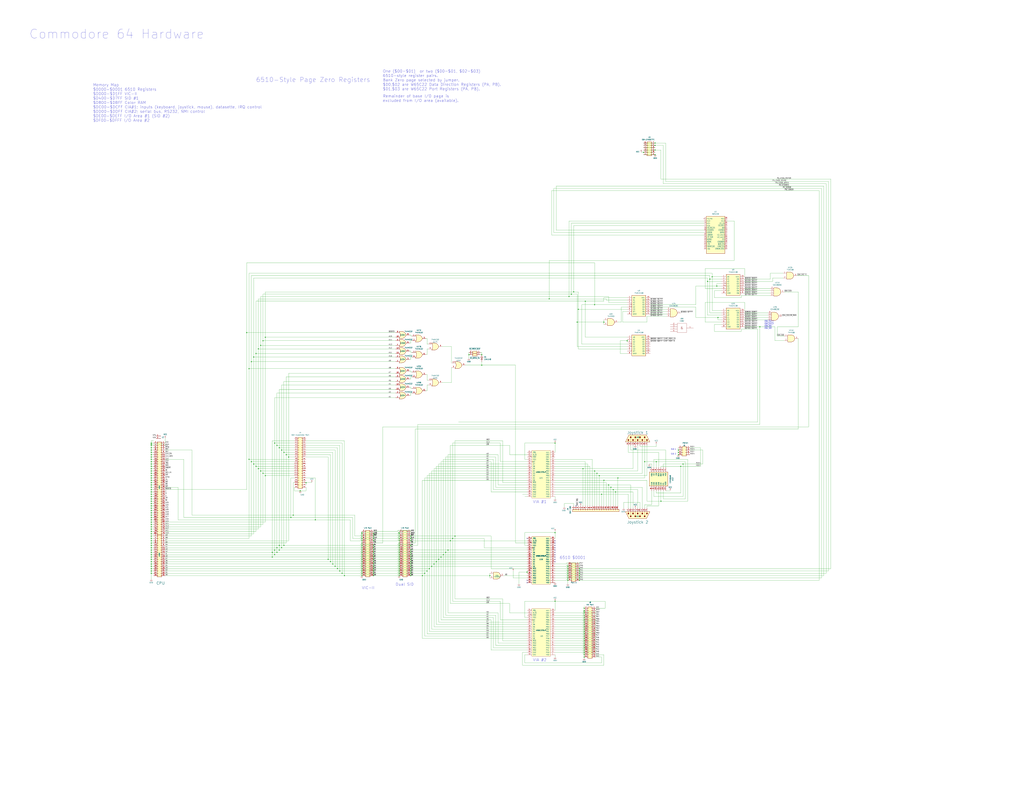
<source format=kicad_sch>
(kicad_sch (version 20230121) (generator eeschema)
  (paper "E")
  (lib_symbols
    (symbol "4xxx_IEEE:4082" (pin_names (offset 1.016))
      (property "Reference" "U" (at 5.08 6.35 0))
      (property "Value" "4082" (at 5.08 -6.35 0))
      (symbol "4082_0_0"
        (text "&" (at 0 0 0) (effects (font (size 2.54 2.54))))
        (pin power_in line (at 0 5.08 270) (length 0) hide (name "Vdd") (number "14"))
        (pin power_in line (at 0 -5.08 90) (length 0) hide (name "Vss") (number "7"))
      )
      (symbol "4082_1_1"
        (pin output line (at 12.7 0 180) (length 7.62) (name "~") (number "1"))
        (pin input line (at -12.7 3.81 0) (length 7.62) (name "~") (number "2"))
        (pin input line (at -12.7 1.27 0) (length 7.62) (name "~") (number "3"))
        (pin input line (at -12.7 -1.27 0) (length 7.62) (name "~") (number "4"))
        (pin input line (at -12.7 -3.81 0) (length 7.62) (name "~") (number "5"))
      )
      (symbol "4082_2_1"
        (pin input line (at -12.7 1.27 0) (length 7.62) (name "~") (number "10"))
        (pin input line (at -12.7 -1.27 0) (length 7.62) (name "~") (number "11"))
        (pin input line (at -12.7 -3.81 0) (length 7.62) (name "~") (number "12"))
        (pin output line (at 12.7 0 180) (length 7.62) (name "~") (number "13"))
        (pin input line (at -12.7 3.81 0) (length 7.62) (name "~") (number "9"))
      )
    )
    (symbol "74xx:74HC00" (pin_names (offset 1.016))
      (property "Reference" "U" (at 0 1.27 0))
      (property "Value" "74HC00" (at 0 -1.27 0))
      (symbol "74HC00_1_1"
        (pin input line (at -7.62 2.54 0) (length 3.81) (name "~") (number "1"))
        (pin input line (at -7.62 -2.54 0) (length 3.81) (name "~") (number "2"))
        (pin output inverted (at 7.62 0 180) (length 3.81) (name "~") (number "3"))
      )
      (symbol "74HC00_1_2"
        (pin input inverted (at -7.62 2.54 0) (length 4.318) (name "~") (number "1"))
        (pin input inverted (at -7.62 -2.54 0) (length 4.318) (name "~") (number "2"))
        (pin output line (at 7.62 0 180) (length 3.81) (name "~") (number "3"))
      )
      (symbol "74HC00_2_1"
        (pin input line (at -7.62 2.54 0) (length 3.81) (name "~") (number "4"))
        (pin input line (at -7.62 -2.54 0) (length 3.81) (name "~") (number "5"))
        (pin output inverted (at 7.62 0 180) (length 3.81) (name "~") (number "6"))
      )
      (symbol "74HC00_2_2"
        (pin input inverted (at -7.62 2.54 0) (length 4.318) (name "~") (number "4"))
        (pin input inverted (at -7.62 -2.54 0) (length 4.318) (name "~") (number "5"))
        (pin output line (at 7.62 0 180) (length 3.81) (name "~") (number "6"))
      )
      (symbol "74HC00_3_1"
        (pin input line (at -7.62 -2.54 0) (length 3.81) (name "~") (number "10"))
        (pin output inverted (at 7.62 0 180) (length 3.81) (name "~") (number "8"))
        (pin input line (at -7.62 2.54 0) (length 3.81) (name "~") (number "9"))
      )
      (symbol "74HC00_3_2"
        (pin input inverted (at -7.62 -2.54 0) (length 4.318) (name "~") (number "10"))
        (pin output line (at 7.62 0 180) (length 3.81) (name "~") (number "8"))
        (pin input inverted (at -7.62 2.54 0) (length 4.318) (name "~") (number "9"))
      )
      (symbol "74HC00_4_1"
        (pin output inverted (at 7.62 0 180) (length 3.81) (name "~") (number "11"))
        (pin input line (at -7.62 2.54 0) (length 3.81) (name "~") (number "12"))
        (pin input line (at -7.62 -2.54 0) (length 3.81) (name "~") (number "13"))
      )
      (symbol "74HC00_4_2"
        (pin output line (at 7.62 0 180) (length 3.81) (name "~") (number "11"))
        (pin input inverted (at -7.62 2.54 0) (length 4.318) (name "~") (number "12"))
        (pin input inverted (at -7.62 -2.54 0) (length 4.318) (name "~") (number "13"))
      )
      (symbol "74HC00_5_0"
        (pin power_in line (at 0 12.7 270) (length 5.08) (name "VCC") (number "14"))
        (pin power_in line (at 0 -12.7 90) (length 5.08) (name "GND") (number "7"))
      )
    )
    (symbol "74xx:74LS32" (pin_names (offset 1.016))
      (property "Reference" "U" (at 0 1.27 0))
      (property "Value" "74LS32" (at 0 -1.27 0))
      (symbol "74LS32_1_1"
        (pin input line (at -7.62 2.54 0) (length 4.318) (name "~") (number "1"))
        (pin input line (at -7.62 -2.54 0) (length 4.318) (name "~") (number "2"))
        (pin output line (at 7.62 0 180) (length 3.81) (name "~") (number "3"))
      )
      (symbol "74LS32_1_2"
        (pin input inverted (at -7.62 2.54 0) (length 3.81) (name "~") (number "1"))
        (pin input inverted (at -7.62 -2.54 0) (length 3.81) (name "~") (number "2"))
        (pin output inverted (at 7.62 0 180) (length 3.81) (name "~") (number "3"))
      )
      (symbol "74LS32_2_1"
        (pin input line (at -7.62 2.54 0) (length 4.318) (name "~") (number "4"))
        (pin input line (at -7.62 -2.54 0) (length 4.318) (name "~") (number "5"))
        (pin output line (at 7.62 0 180) (length 3.81) (name "~") (number "6"))
      )
      (symbol "74LS32_2_2"
        (pin input inverted (at -7.62 2.54 0) (length 3.81) (name "~") (number "4"))
        (pin input inverted (at -7.62 -2.54 0) (length 3.81) (name "~") (number "5"))
        (pin output inverted (at 7.62 0 180) (length 3.81) (name "~") (number "6"))
      )
      (symbol "74LS32_3_1"
        (pin input line (at -7.62 -2.54 0) (length 4.318) (name "~") (number "10"))
        (pin output line (at 7.62 0 180) (length 3.81) (name "~") (number "8"))
        (pin input line (at -7.62 2.54 0) (length 4.318) (name "~") (number "9"))
      )
      (symbol "74LS32_3_2"
        (pin input inverted (at -7.62 -2.54 0) (length 3.81) (name "~") (number "10"))
        (pin output inverted (at 7.62 0 180) (length 3.81) (name "~") (number "8"))
        (pin input inverted (at -7.62 2.54 0) (length 3.81) (name "~") (number "9"))
      )
      (symbol "74LS32_4_1"
        (pin output line (at 7.62 0 180) (length 3.81) (name "~") (number "11"))
        (pin input line (at -7.62 2.54 0) (length 4.318) (name "~") (number "12"))
        (pin input line (at -7.62 -2.54 0) (length 4.318) (name "~") (number "13"))
      )
      (symbol "74LS32_4_2"
        (pin output inverted (at 7.62 0 180) (length 3.81) (name "~") (number "11"))
        (pin input inverted (at -7.62 2.54 0) (length 3.81) (name "~") (number "12"))
        (pin input inverted (at -7.62 -2.54 0) (length 3.81) (name "~") (number "13"))
      )
      (symbol "74LS32_5_0"
        (pin power_in line (at 0 12.7 270) (length 5.08) (name "VCC") (number "14"))
        (pin power_in line (at 0 -12.7 90) (length 5.08) (name "GND") (number "7"))
      )
    )
    (symbol "Connector:Conn_01x02_Male" (pin_names (offset 1.016) hide)
      (property "Reference" "J" (at 0 2.54 0))
      (property "Value" "Conn_01x02_Male" (at 0 -5.08 0))
      (symbol "Conn_01x02_Male_1_1"
        (pin passive line (at 5.08 0 180) (length 3.81) (name "Pin_1") (number "1"))
        (pin passive line (at 5.08 -2.54 180) (length 3.81) (name "Pin_2") (number "2"))
      )
    )
    (symbol "Connector:DB9_Male" (pin_names (offset 1.016) hide)
      (property "Reference" "J" (at 0 13.97 0))
      (property "Value" "DB9_Male" (at 0 -14.605 0))
      (symbol "DB9_Male_1_1"
        (pin passive line (at -7.62 -10.16 0) (length 3.81) (name "1") (number "1"))
        (pin passive line (at -7.62 -5.08 0) (length 3.81) (name "2") (number "2"))
        (pin passive line (at -7.62 0 0) (length 3.81) (name "3") (number "3"))
        (pin passive line (at -7.62 5.08 0) (length 3.81) (name "4") (number "4"))
        (pin passive line (at -7.62 10.16 0) (length 3.81) (name "5") (number "5"))
        (pin passive line (at -7.62 -7.62 0) (length 3.81) (name "6") (number "6"))
        (pin passive line (at -7.62 -2.54 0) (length 3.81) (name "7") (number "7"))
        (pin passive line (at -7.62 2.54 0) (length 3.81) (name "8") (number "8"))
        (pin passive line (at -7.62 7.62 0) (length 3.81) (name "9") (number "9"))
      )
    )
    (symbol "Connector_Generic:Conn_01x20" (pin_names (offset 1.016) hide)
      (property "Reference" "J" (at 0 25.4 0))
      (property "Value" "Conn_01x20" (at 0 -27.94 0))
      (symbol "Conn_01x20_1_1"
        (pin passive line (at -5.08 22.86 0) (length 3.81) (name "Pin_1") (number "1"))
        (pin passive line (at -5.08 0 0) (length 3.81) (name "Pin_10") (number "10"))
        (pin passive line (at -5.08 -2.54 0) (length 3.81) (name "Pin_11") (number "11"))
        (pin passive line (at -5.08 -5.08 0) (length 3.81) (name "Pin_12") (number "12"))
        (pin passive line (at -5.08 -7.62 0) (length 3.81) (name "Pin_13") (number "13"))
        (pin passive line (at -5.08 -10.16 0) (length 3.81) (name "Pin_14") (number "14"))
        (pin passive line (at -5.08 -12.7 0) (length 3.81) (name "Pin_15") (number "15"))
        (pin passive line (at -5.08 -15.24 0) (length 3.81) (name "Pin_16") (number "16"))
        (pin passive line (at -5.08 -17.78 0) (length 3.81) (name "Pin_17") (number "17"))
        (pin passive line (at -5.08 -20.32 0) (length 3.81) (name "Pin_18") (number "18"))
        (pin passive line (at -5.08 -22.86 0) (length 3.81) (name "Pin_19") (number "19"))
        (pin passive line (at -5.08 20.32 0) (length 3.81) (name "Pin_2") (number "2"))
        (pin passive line (at -5.08 -25.4 0) (length 3.81) (name "Pin_20") (number "20"))
        (pin passive line (at -5.08 17.78 0) (length 3.81) (name "Pin_3") (number "3"))
        (pin passive line (at -5.08 15.24 0) (length 3.81) (name "Pin_4") (number "4"))
        (pin passive line (at -5.08 12.7 0) (length 3.81) (name "Pin_5") (number "5"))
        (pin passive line (at -5.08 10.16 0) (length 3.81) (name "Pin_6") (number "6"))
        (pin passive line (at -5.08 7.62 0) (length 3.81) (name "Pin_7") (number "7"))
        (pin passive line (at -5.08 5.08 0) (length 3.81) (name "Pin_8") (number "8"))
        (pin passive line (at -5.08 2.54 0) (length 3.81) (name "Pin_9") (number "9"))
      )
    )
    (symbol "Connector_Generic:Conn_02x01" (pin_names (offset 1.016) hide)
      (property "Reference" "J" (at 1.27 2.54 0))
      (property "Value" "Conn_02x01" (at 1.27 -2.54 0))
      (symbol "Conn_02x01_1_1"
        (pin passive line (at -5.08 0 0) (length 3.81) (name "Pin_1") (number "1"))
        (pin passive line (at 7.62 0 180) (length 3.81) (name "Pin_2") (number "2"))
      )
    )
    (symbol "Connector_Generic:Conn_02x04_Odd_Even" (pin_names (offset 1.016) hide)
      (property "Reference" "J" (at 1.27 5.08 0))
      (property "Value" "Conn_02x04_Odd_Even" (at 1.27 -7.62 0))
      (symbol "Conn_02x04_Odd_Even_1_1"
        (pin passive line (at -5.08 2.54 0) (length 3.81) (name "Pin_1") (number "1"))
        (pin passive line (at 7.62 2.54 180) (length 3.81) (name "Pin_2") (number "2"))
        (pin passive line (at -5.08 0 0) (length 3.81) (name "Pin_3") (number "3"))
        (pin passive line (at 7.62 0 180) (length 3.81) (name "Pin_4") (number "4"))
        (pin passive line (at -5.08 -2.54 0) (length 3.81) (name "Pin_5") (number "5"))
        (pin passive line (at 7.62 -2.54 180) (length 3.81) (name "Pin_6") (number "6"))
        (pin passive line (at -5.08 -5.08 0) (length 3.81) (name "Pin_7") (number "7"))
        (pin passive line (at 7.62 -5.08 180) (length 3.81) (name "Pin_8") (number "8"))
      )
    )
    (symbol "Connector_Generic:Conn_02x08_Counter_Clockwise" (pin_names (offset 1.016) hide)
      (property "Reference" "J" (at 1.27 10.16 0))
      (property "Value" "Conn_02x08_Counter_Clockwise" (at 1.27 -12.7 0))
      (symbol "Conn_02x08_Counter_Clockwise_1_1"
        (pin passive line (at -5.08 7.62 0) (length 3.81) (name "Pin_1") (number "1"))
        (pin passive line (at 7.62 -7.62 180) (length 3.81) (name "Pin_10") (number "10"))
        (pin passive line (at 7.62 -5.08 180) (length 3.81) (name "Pin_11") (number "11"))
        (pin passive line (at 7.62 -2.54 180) (length 3.81) (name "Pin_12") (number "12"))
        (pin passive line (at 7.62 0 180) (length 3.81) (name "Pin_13") (number "13"))
        (pin passive line (at 7.62 2.54 180) (length 3.81) (name "Pin_14") (number "14"))
        (pin passive line (at 7.62 5.08 180) (length 3.81) (name "Pin_15") (number "15"))
        (pin passive line (at 7.62 7.62 180) (length 3.81) (name "Pin_16") (number "16"))
        (pin passive line (at -5.08 5.08 0) (length 3.81) (name "Pin_2") (number "2"))
        (pin passive line (at -5.08 2.54 0) (length 3.81) (name "Pin_3") (number "3"))
        (pin passive line (at -5.08 0 0) (length 3.81) (name "Pin_4") (number "4"))
        (pin passive line (at -5.08 -2.54 0) (length 3.81) (name "Pin_5") (number "5"))
        (pin passive line (at -5.08 -5.08 0) (length 3.81) (name "Pin_6") (number "6"))
        (pin passive line (at -5.08 -7.62 0) (length 3.81) (name "Pin_7") (number "7"))
        (pin passive line (at -5.08 -10.16 0) (length 3.81) (name "Pin_8") (number "8"))
        (pin passive line (at 7.62 -10.16 180) (length 3.81) (name "Pin_9") (number "9"))
      )
    )
    (symbol "Connector_Generic:Conn_02x18_Odd_Even" (pin_names (offset 1.016) hide)
      (property "Reference" "J" (at 1.27 22.86 0))
      (property "Value" "Conn_02x18_Odd_Even" (at 1.27 -25.4 0))
      (symbol "Conn_02x18_Odd_Even_1_1"
        (pin passive line (at -5.08 20.32 0) (length 3.81) (name "Pin_1") (number "1"))
        (pin passive line (at 7.62 10.16 180) (length 3.81) (name "Pin_10") (number "10"))
        (pin passive line (at -5.08 7.62 0) (length 3.81) (name "Pin_11") (number "11"))
        (pin passive line (at 7.62 7.62 180) (length 3.81) (name "Pin_12") (number "12"))
        (pin passive line (at -5.08 5.08 0) (length 3.81) (name "Pin_13") (number "13"))
        (pin passive line (at 7.62 5.08 180) (length 3.81) (name "Pin_14") (number "14"))
        (pin passive line (at -5.08 2.54 0) (length 3.81) (name "Pin_15") (number "15"))
        (pin passive line (at 7.62 2.54 180) (length 3.81) (name "Pin_16") (number "16"))
        (pin passive line (at -5.08 0 0) (length 3.81) (name "Pin_17") (number "17"))
        (pin passive line (at 7.62 0 180) (length 3.81) (name "Pin_18") (number "18"))
        (pin passive line (at -5.08 -2.54 0) (length 3.81) (name "Pin_19") (number "19"))
        (pin passive line (at 7.62 20.32 180) (length 3.81) (name "Pin_2") (number "2"))
        (pin passive line (at 7.62 -2.54 180) (length 3.81) (name "Pin_20") (number "20"))
        (pin passive line (at -5.08 -5.08 0) (length 3.81) (name "Pin_21") (number "21"))
        (pin passive line (at 7.62 -5.08 180) (length 3.81) (name "Pin_22") (number "22"))
        (pin passive line (at -5.08 -7.62 0) (length 3.81) (name "Pin_23") (number "23"))
        (pin passive line (at 7.62 -7.62 180) (length 3.81) (name "Pin_24") (number "24"))
        (pin passive line (at -5.08 -10.16 0) (length 3.81) (name "Pin_25") (number "25"))
        (pin passive line (at 7.62 -10.16 180) (length 3.81) (name "Pin_26") (number "26"))
        (pin passive line (at -5.08 -12.7 0) (length 3.81) (name "Pin_27") (number "27"))
        (pin passive line (at 7.62 -12.7 180) (length 3.81) (name "Pin_28") (number "28"))
        (pin passive line (at -5.08 -15.24 0) (length 3.81) (name "Pin_29") (number "29"))
        (pin passive line (at -5.08 17.78 0) (length 3.81) (name "Pin_3") (number "3"))
        (pin passive line (at 7.62 -15.24 180) (length 3.81) (name "Pin_30") (number "30"))
        (pin passive line (at -5.08 -17.78 0) (length 3.81) (name "Pin_31") (number "31"))
        (pin passive line (at 7.62 -17.78 180) (length 3.81) (name "Pin_32") (number "32"))
        (pin passive line (at -5.08 -20.32 0) (length 3.81) (name "Pin_33") (number "33"))
        (pin passive line (at 7.62 -20.32 180) (length 3.81) (name "Pin_34") (number "34"))
        (pin passive line (at -5.08 -22.86 0) (length 3.81) (name "Pin_35") (number "35"))
        (pin passive line (at 7.62 -22.86 180) (length 3.81) (name "Pin_36") (number "36"))
        (pin passive line (at 7.62 17.78 180) (length 3.81) (name "Pin_4") (number "4"))
        (pin passive line (at -5.08 15.24 0) (length 3.81) (name "Pin_5") (number "5"))
        (pin passive line (at 7.62 15.24 180) (length 3.81) (name "Pin_6") (number "6"))
        (pin passive line (at -5.08 12.7 0) (length 3.81) (name "Pin_7") (number "7"))
        (pin passive line (at 7.62 12.7 180) (length 3.81) (name "Pin_8") (number "8"))
        (pin passive line (at -5.08 10.16 0) (length 3.81) (name "Pin_9") (number "9"))
      )
    )
    (symbol "Connector_Generic:Conn_02x20_Odd_Even" (pin_names (offset 1.016) hide)
      (property "Reference" "J" (at 1.27 25.4 0))
      (property "Value" "Conn_02x20_Odd_Even" (at 1.27 -27.94 0))
      (symbol "Conn_02x20_Odd_Even_1_1"
        (pin passive line (at -5.08 22.86 0) (length 3.81) (name "Pin_1") (number "1"))
        (pin passive line (at 7.62 12.7 180) (length 3.81) (name "Pin_10") (number "10"))
        (pin passive line (at -5.08 10.16 0) (length 3.81) (name "Pin_11") (number "11"))
        (pin passive line (at 7.62 10.16 180) (length 3.81) (name "Pin_12") (number "12"))
        (pin passive line (at -5.08 7.62 0) (length 3.81) (name "Pin_13") (number "13"))
        (pin passive line (at 7.62 7.62 180) (length 3.81) (name "Pin_14") (number "14"))
        (pin passive line (at -5.08 5.08 0) (length 3.81) (name "Pin_15") (number "15"))
        (pin passive line (at 7.62 5.08 180) (length 3.81) (name "Pin_16") (number "16"))
        (pin passive line (at -5.08 2.54 0) (length 3.81) (name "Pin_17") (number "17"))
        (pin passive line (at 7.62 2.54 180) (length 3.81) (name "Pin_18") (number "18"))
        (pin passive line (at -5.08 0 0) (length 3.81) (name "Pin_19") (number "19"))
        (pin passive line (at 7.62 22.86 180) (length 3.81) (name "Pin_2") (number "2"))
        (pin passive line (at 7.62 0 180) (length 3.81) (name "Pin_20") (number "20"))
        (pin passive line (at -5.08 -2.54 0) (length 3.81) (name "Pin_21") (number "21"))
        (pin passive line (at 7.62 -2.54 180) (length 3.81) (name "Pin_22") (number "22"))
        (pin passive line (at -5.08 -5.08 0) (length 3.81) (name "Pin_23") (number "23"))
        (pin passive line (at 7.62 -5.08 180) (length 3.81) (name "Pin_24") (number "24"))
        (pin passive line (at -5.08 -7.62 0) (length 3.81) (name "Pin_25") (number "25"))
        (pin passive line (at 7.62 -7.62 180) (length 3.81) (name "Pin_26") (number "26"))
        (pin passive line (at -5.08 -10.16 0) (length 3.81) (name "Pin_27") (number "27"))
        (pin passive line (at 7.62 -10.16 180) (length 3.81) (name "Pin_28") (number "28"))
        (pin passive line (at -5.08 -12.7 0) (length 3.81) (name "Pin_29") (number "29"))
        (pin passive line (at -5.08 20.32 0) (length 3.81) (name "Pin_3") (number "3"))
        (pin passive line (at 7.62 -12.7 180) (length 3.81) (name "Pin_30") (number "30"))
        (pin passive line (at -5.08 -15.24 0) (length 3.81) (name "Pin_31") (number "31"))
        (pin passive line (at 7.62 -15.24 180) (length 3.81) (name "Pin_32") (number "32"))
        (pin passive line (at -5.08 -17.78 0) (length 3.81) (name "Pin_33") (number "33"))
        (pin passive line (at 7.62 -17.78 180) (length 3.81) (name "Pin_34") (number "34"))
        (pin passive line (at -5.08 -20.32 0) (length 3.81) (name "Pin_35") (number "35"))
        (pin passive line (at 7.62 -20.32 180) (length 3.81) (name "Pin_36") (number "36"))
        (pin passive line (at -5.08 -22.86 0) (length 3.81) (name "Pin_37") (number "37"))
        (pin passive line (at 7.62 -22.86 180) (length 3.81) (name "Pin_38") (number "38"))
        (pin passive line (at -5.08 -25.4 0) (length 3.81) (name "Pin_39") (number "39"))
        (pin passive line (at 7.62 20.32 180) (length 3.81) (name "Pin_4") (number "4"))
        (pin passive line (at 7.62 -25.4 180) (length 3.81) (name "Pin_40") (number "40"))
        (pin passive line (at -5.08 17.78 0) (length 3.81) (name "Pin_5") (number "5"))
        (pin passive line (at 7.62 17.78 180) (length 3.81) (name "Pin_6") (number "6"))
        (pin passive line (at -5.08 15.24 0) (length 3.81) (name "Pin_7") (number "7"))
        (pin passive line (at 7.62 15.24 180) (length 3.81) (name "Pin_8") (number "8"))
        (pin passive line (at -5.08 12.7 0) (length 3.81) (name "Pin_9") (number "9"))
      )
    )
    (symbol "Connector_Generic:Conn_02x22_Odd_Even" (pin_names (offset 1.016) hide)
      (property "Reference" "J" (at 1.27 27.94 0))
      (property "Value" "Conn_02x22_Odd_Even" (at 1.27 -30.48 0))
      (symbol "Conn_02x22_Odd_Even_1_1"
        (pin passive line (at -5.08 25.4 0) (length 3.81) (name "Pin_1") (number "1"))
        (pin passive line (at 7.62 15.24 180) (length 3.81) (name "Pin_10") (number "10"))
        (pin passive line (at -5.08 12.7 0) (length 3.81) (name "Pin_11") (number "11"))
        (pin passive line (at 7.62 12.7 180) (length 3.81) (name "Pin_12") (number "12"))
        (pin passive line (at -5.08 10.16 0) (length 3.81) (name "Pin_13") (number "13"))
        (pin passive line (at 7.62 10.16 180) (length 3.81) (name "Pin_14") (number "14"))
        (pin passive line (at -5.08 7.62 0) (length 3.81) (name "Pin_15") (number "15"))
        (pin passive line (at 7.62 7.62 180) (length 3.81) (name "Pin_16") (number "16"))
        (pin passive line (at -5.08 5.08 0) (length 3.81) (name "Pin_17") (number "17"))
        (pin passive line (at 7.62 5.08 180) (length 3.81) (name "Pin_18") (number "18"))
        (pin passive line (at -5.08 2.54 0) (length 3.81) (name "Pin_19") (number "19"))
        (pin passive line (at 7.62 25.4 180) (length 3.81) (name "Pin_2") (number "2"))
        (pin passive line (at 7.62 2.54 180) (length 3.81) (name "Pin_20") (number "20"))
        (pin passive line (at -5.08 0 0) (length 3.81) (name "Pin_21") (number "21"))
        (pin passive line (at 7.62 0 180) (length 3.81) (name "Pin_22") (number "22"))
        (pin passive line (at -5.08 -2.54 0) (length 3.81) (name "Pin_23") (number "23"))
        (pin passive line (at 7.62 -2.54 180) (length 3.81) (name "Pin_24") (number "24"))
        (pin passive line (at -5.08 -5.08 0) (length 3.81) (name "Pin_25") (number "25"))
        (pin passive line (at 7.62 -5.08 180) (length 3.81) (name "Pin_26") (number "26"))
        (pin passive line (at -5.08 -7.62 0) (length 3.81) (name "Pin_27") (number "27"))
        (pin passive line (at 7.62 -7.62 180) (length 3.81) (name "Pin_28") (number "28"))
        (pin passive line (at -5.08 -10.16 0) (length 3.81) (name "Pin_29") (number "29"))
        (pin passive line (at -5.08 22.86 0) (length 3.81) (name "Pin_3") (number "3"))
        (pin passive line (at 7.62 -10.16 180) (length 3.81) (name "Pin_30") (number "30"))
        (pin passive line (at -5.08 -12.7 0) (length 3.81) (name "Pin_31") (number "31"))
        (pin passive line (at 7.62 -12.7 180) (length 3.81) (name "Pin_32") (number "32"))
        (pin passive line (at -5.08 -15.24 0) (length 3.81) (name "Pin_33") (number "33"))
        (pin passive line (at 7.62 -15.24 180) (length 3.81) (name "Pin_34") (number "34"))
        (pin passive line (at -5.08 -17.78 0) (length 3.81) (name "Pin_35") (number "35"))
        (pin passive line (at 7.62 -17.78 180) (length 3.81) (name "Pin_36") (number "36"))
        (pin passive line (at -5.08 -20.32 0) (length 3.81) (name "Pin_37") (number "37"))
        (pin passive line (at 7.62 -20.32 180) (length 3.81) (name "Pin_38") (number "38"))
        (pin passive line (at -5.08 -22.86 0) (length 3.81) (name "Pin_39") (number "39"))
        (pin passive line (at 7.62 22.86 180) (length 3.81) (name "Pin_4") (number "4"))
        (pin passive line (at 7.62 -22.86 180) (length 3.81) (name "Pin_40") (number "40"))
        (pin passive line (at -5.08 -25.4 0) (length 3.81) (name "Pin_41") (number "41"))
        (pin passive line (at 7.62 -25.4 180) (length 3.81) (name "Pin_42") (number "42"))
        (pin passive line (at -5.08 -27.94 0) (length 3.81) (name "Pin_43") (number "43"))
        (pin passive line (at 7.62 -27.94 180) (length 3.81) (name "Pin_44") (number "44"))
        (pin passive line (at -5.08 20.32 0) (length 3.81) (name "Pin_5") (number "5"))
        (pin passive line (at 7.62 20.32 180) (length 3.81) (name "Pin_6") (number "6"))
        (pin passive line (at -5.08 17.78 0) (length 3.81) (name "Pin_7") (number "7"))
        (pin passive line (at 7.62 17.78 180) (length 3.81) (name "Pin_8") (number "8"))
        (pin passive line (at -5.08 15.24 0) (length 3.81) (name "Pin_9") (number "9"))
      )
    )
    (symbol "Connector_Generic:Conn_02x40_Odd_Even" (pin_names (offset 1.016) hide)
      (property "Reference" "J" (at 1.27 50.8 0))
      (property "Value" "Conn_02x40_Odd_Even" (at 1.27 -53.34 0))
      (symbol "Conn_02x40_Odd_Even_1_1"
        (pin passive line (at -5.08 48.26 0) (length 3.81) (name "Pin_1") (number "1"))
        (pin passive line (at 7.62 38.1 180) (length 3.81) (name "Pin_10") (number "10"))
        (pin passive line (at -5.08 35.56 0) (length 3.81) (name "Pin_11") (number "11"))
        (pin passive line (at 7.62 35.56 180) (length 3.81) (name "Pin_12") (number "12"))
        (pin passive line (at -5.08 33.02 0) (length 3.81) (name "Pin_13") (number "13"))
        (pin passive line (at 7.62 33.02 180) (length 3.81) (name "Pin_14") (number "14"))
        (pin passive line (at -5.08 30.48 0) (length 3.81) (name "Pin_15") (number "15"))
        (pin passive line (at 7.62 30.48 180) (length 3.81) (name "Pin_16") (number "16"))
        (pin passive line (at -5.08 27.94 0) (length 3.81) (name "Pin_17") (number "17"))
        (pin passive line (at 7.62 27.94 180) (length 3.81) (name "Pin_18") (number "18"))
        (pin passive line (at -5.08 25.4 0) (length 3.81) (name "Pin_19") (number "19"))
        (pin passive line (at 7.62 48.26 180) (length 3.81) (name "Pin_2") (number "2"))
        (pin passive line (at 7.62 25.4 180) (length 3.81) (name "Pin_20") (number "20"))
        (pin passive line (at -5.08 22.86 0) (length 3.81) (name "Pin_21") (number "21"))
        (pin passive line (at 7.62 22.86 180) (length 3.81) (name "Pin_22") (number "22"))
        (pin passive line (at -5.08 20.32 0) (length 3.81) (name "Pin_23") (number "23"))
        (pin passive line (at 7.62 20.32 180) (length 3.81) (name "Pin_24") (number "24"))
        (pin passive line (at -5.08 17.78 0) (length 3.81) (name "Pin_25") (number "25"))
        (pin passive line (at 7.62 17.78 180) (length 3.81) (name "Pin_26") (number "26"))
        (pin passive line (at -5.08 15.24 0) (length 3.81) (name "Pin_27") (number "27"))
        (pin passive line (at 7.62 15.24 180) (length 3.81) (name "Pin_28") (number "28"))
        (pin passive line (at -5.08 12.7 0) (length 3.81) (name "Pin_29") (number "29"))
        (pin passive line (at -5.08 45.72 0) (length 3.81) (name "Pin_3") (number "3"))
        (pin passive line (at 7.62 12.7 180) (length 3.81) (name "Pin_30") (number "30"))
        (pin passive line (at -5.08 10.16 0) (length 3.81) (name "Pin_31") (number "31"))
        (pin passive line (at 7.62 10.16 180) (length 3.81) (name "Pin_32") (number "32"))
        (pin passive line (at -5.08 7.62 0) (length 3.81) (name "Pin_33") (number "33"))
        (pin passive line (at 7.62 7.62 180) (length 3.81) (name "Pin_34") (number "34"))
        (pin passive line (at -5.08 5.08 0) (length 3.81) (name "Pin_35") (number "35"))
        (pin passive line (at 7.62 5.08 180) (length 3.81) (name "Pin_36") (number "36"))
        (pin passive line (at -5.08 2.54 0) (length 3.81) (name "Pin_37") (number "37"))
        (pin passive line (at 7.62 2.54 180) (length 3.81) (name "Pin_38") (number "38"))
        (pin passive line (at -5.08 0 0) (length 3.81) (name "Pin_39") (number "39"))
        (pin passive line (at 7.62 45.72 180) (length 3.81) (name "Pin_4") (number "4"))
        (pin passive line (at 7.62 0 180) (length 3.81) (name "Pin_40") (number "40"))
        (pin passive line (at -5.08 -2.54 0) (length 3.81) (name "Pin_41") (number "41"))
        (pin passive line (at 7.62 -2.54 180) (length 3.81) (name "Pin_42") (number "42"))
        (pin passive line (at -5.08 -5.08 0) (length 3.81) (name "Pin_43") (number "43"))
        (pin passive line (at 7.62 -5.08 180) (length 3.81) (name "Pin_44") (number "44"))
        (pin passive line (at -5.08 -7.62 0) (length 3.81) (name "Pin_45") (number "45"))
        (pin passive line (at 7.62 -7.62 180) (length 3.81) (name "Pin_46") (number "46"))
        (pin passive line (at -5.08 -10.16 0) (length 3.81) (name "Pin_47") (number "47"))
        (pin passive line (at 7.62 -10.16 180) (length 3.81) (name "Pin_48") (number "48"))
        (pin passive line (at -5.08 -12.7 0) (length 3.81) (name "Pin_49") (number "49"))
        (pin passive line (at -5.08 43.18 0) (length 3.81) (name "Pin_5") (number "5"))
        (pin passive line (at 7.62 -12.7 180) (length 3.81) (name "Pin_50") (number "50"))
        (pin passive line (at -5.08 -15.24 0) (length 3.81) (name "Pin_51") (number "51"))
        (pin passive line (at 7.62 -15.24 180) (length 3.81) (name "Pin_52") (number "52"))
        (pin passive line (at -5.08 -17.78 0) (length 3.81) (name "Pin_53") (number "53"))
        (pin passive line (at 7.62 -17.78 180) (length 3.81) (name "Pin_54") (number "54"))
        (pin passive line (at -5.08 -20.32 0) (length 3.81) (name "Pin_55") (number "55"))
        (pin passive line (at 7.62 -20.32 180) (length 3.81) (name "Pin_56") (number "56"))
        (pin passive line (at -5.08 -22.86 0) (length 3.81) (name "Pin_57") (number "57"))
        (pin passive line (at 7.62 -22.86 180) (length 3.81) (name "Pin_58") (number "58"))
        (pin passive line (at -5.08 -25.4 0) (length 3.81) (name "Pin_59") (number "59"))
        (pin passive line (at 7.62 43.18 180) (length 3.81) (name "Pin_6") (number "6"))
        (pin passive line (at 7.62 -25.4 180) (length 3.81) (name "Pin_60") (number "60"))
        (pin passive line (at -5.08 -27.94 0) (length 3.81) (name "Pin_61") (number "61"))
        (pin passive line (at 7.62 -27.94 180) (length 3.81) (name "Pin_62") (number "62"))
        (pin passive line (at -5.08 -30.48 0) (length 3.81) (name "Pin_63") (number "63"))
        (pin passive line (at 7.62 -30.48 180) (length 3.81) (name "Pin_64") (number "64"))
        (pin passive line (at -5.08 -33.02 0) (length 3.81) (name "Pin_65") (number "65"))
        (pin passive line (at 7.62 -33.02 180) (length 3.81) (name "Pin_66") (number "66"))
        (pin passive line (at -5.08 -35.56 0) (length 3.81) (name "Pin_67") (number "67"))
        (pin passive line (at 7.62 -35.56 180) (length 3.81) (name "Pin_68") (number "68"))
        (pin passive line (at -5.08 -38.1 0) (length 3.81) (name "Pin_69") (number "69"))
        (pin passive line (at -5.08 40.64 0) (length 3.81) (name "Pin_7") (number "7"))
        (pin passive line (at 7.62 -38.1 180) (length 3.81) (name "Pin_70") (number "70"))
        (pin passive line (at -5.08 -40.64 0) (length 3.81) (name "Pin_71") (number "71"))
        (pin passive line (at 7.62 -40.64 180) (length 3.81) (name "Pin_72") (number "72"))
        (pin passive line (at -5.08 -43.18 0) (length 3.81) (name "Pin_73") (number "73"))
        (pin passive line (at 7.62 -43.18 180) (length 3.81) (name "Pin_74") (number "74"))
        (pin passive line (at -5.08 -45.72 0) (length 3.81) (name "Pin_75") (number "75"))
        (pin passive line (at 7.62 -45.72 180) (length 3.81) (name "Pin_76") (number "76"))
        (pin passive line (at -5.08 -48.26 0) (length 3.81) (name "Pin_77") (number "77"))
        (pin passive line (at 7.62 -48.26 180) (length 3.81) (name "Pin_78") (number "78"))
        (pin passive line (at -5.08 -50.8 0) (length 3.81) (name "Pin_79") (number "79"))
        (pin passive line (at 7.62 40.64 180) (length 3.81) (name "Pin_8") (number "8"))
        (pin passive line (at 7.62 -50.8 180) (length 3.81) (name "Pin_80") (number "80"))
        (pin passive line (at -5.08 38.1 0) (length 3.81) (name "Pin_9") (number "9"))
      )
    )
    (symbol "Diode:1N4148" (pin_numbers hide) (pin_names hide)
      (property "Reference" "D" (at 0 2.54 0))
      (property "Value" "1N4148" (at 0 -2.54 0))
      (symbol "1N4148_1_1"
        (pin passive line (at -3.81 0 0) (length 2.54) (name "K") (number "1"))
        (pin passive line (at 3.81 0 180) (length 2.54) (name "A") (number "2"))
      )
    )
    (symbol "GND_2" (power) (pin_names (offset 0))
      (property "Value" "GND_2" (at 0 -3.81 0))
      (symbol "GND_2_1_1"
        (pin power_in line (at 0 0 270) (length 0) hide (name "GND") (number "1"))
      )
    )
    (symbol "VCC_1" (power) (pin_names (offset 0))
      (property "Value" "VCC_1" (at 0 3.81 0))
      (symbol "VCC_1_1_1"
        (pin power_in line (at 0 0 90) (length 0) hide (name "VCC") (number "1"))
      )
    )
    (symbol "Vega816:74ACH138" (pin_names (offset 1.016))
      (property "Reference" "U" (at -1.27 0 0))
      (property "Value" "74ACH138" (at 0 8.89 0))
      (symbol "74ACH138_1_0"
        (pin input line (at -12.7 7.62 0) (length 5.08) (name "A0") (number "1"))
        (pin output output_low (at 12.7 -7.62 180) (length 5.08) (name "O5") (number "10"))
        (pin output output_low (at 12.7 -5.08 180) (length 5.08) (name "O4") (number "11"))
        (pin output output_low (at 12.7 -2.54 180) (length 5.08) (name "O3") (number "12"))
        (pin output output_low (at 12.7 0 180) (length 5.08) (name "O2") (number "13"))
        (pin output output_low (at 12.7 2.54 180) (length 5.08) (name "O1") (number "14"))
        (pin output output_low (at 12.7 5.08 180) (length 5.08) (name "O0") (number "15"))
        (pin power_in line (at 12.7 7.62 180) (length 5.08) (name "VCC") (number "16"))
        (pin input line (at -12.7 5.08 0) (length 5.08) (name "A1") (number "2"))
        (pin input line (at -12.7 2.54 0) (length 5.08) (name "A2") (number "3"))
        (pin input input_low (at -12.7 0 0) (length 5.08) (name "E1") (number "4"))
        (pin input input_low (at -12.7 -2.54 0) (length 5.08) (name "E2") (number "5"))
        (pin input line (at -12.7 -5.08 0) (length 5.08) (name "E3") (number "6"))
        (pin output output_low (at -12.7 -7.62 0) (length 5.08) (name "O7") (number "7"))
        (pin power_in line (at -12.7 -10.16 0) (length 5.08) (name "GND") (number "8"))
        (pin output output_low (at 12.7 -10.16 180) (length 5.08) (name "O6") (number "9"))
      )
    )
    (symbol "Vega816:74HC08" (pin_names (offset 1.016))
      (property "Reference" "U" (at 0 1.27 0))
      (property "Value" "74HC08" (at 0 -1.27 0))
      (symbol "74HC08_1_1"
        (pin input line (at -7.62 2.54 0) (length 3.81) (name "~") (number "1"))
        (pin input line (at -7.62 -2.54 0) (length 3.81) (name "~") (number "2"))
        (pin output line (at 7.62 0 180) (length 3.81) (name "~") (number "3"))
      )
      (symbol "74HC08_1_2"
        (pin input inverted (at -7.62 2.54 0) (length 4.318) (name "~") (number "1"))
        (pin input inverted (at -7.62 -2.54 0) (length 4.318) (name "~") (number "2"))
        (pin output inverted (at 7.62 0 180) (length 3.81) (name "~") (number "3"))
      )
      (symbol "74HC08_2_1"
        (pin input line (at -7.62 2.54 0) (length 3.81) (name "~") (number "4"))
        (pin input line (at -7.62 -2.54 0) (length 3.81) (name "~") (number "5"))
        (pin output line (at 7.62 0 180) (length 3.81) (name "~") (number "6"))
      )
      (symbol "74HC08_2_2"
        (pin input inverted (at -7.62 2.54 0) (length 4.318) (name "~") (number "4"))
        (pin input inverted (at -7.62 -2.54 0) (length 4.318) (name "~") (number "5"))
        (pin output inverted (at 7.62 0 180) (length 3.81) (name "~") (number "6"))
      )
      (symbol "74HC08_3_1"
        (pin input line (at -7.62 -2.54 0) (length 3.81) (name "~") (number "10"))
        (pin output line (at 7.62 0 180) (length 3.81) (name "~") (number "8"))
        (pin input line (at -7.62 2.54 0) (length 3.81) (name "~") (number "9"))
      )
      (symbol "74HC08_3_2"
        (pin input inverted (at -7.62 -2.54 0) (length 4.318) (name "~") (number "10"))
        (pin output inverted (at 7.62 0 180) (length 3.81) (name "~") (number "8"))
        (pin input inverted (at -7.62 2.54 0) (length 4.318) (name "~") (number "9"))
      )
      (symbol "74HC08_4_1"
        (pin output line (at 7.62 0 180) (length 3.81) (name "~") (number "11"))
        (pin input line (at -7.62 2.54 0) (length 3.81) (name "~") (number "12"))
        (pin input line (at -7.62 -2.54 0) (length 3.81) (name "~") (number "13"))
      )
      (symbol "74HC08_4_2"
        (pin output inverted (at 7.62 0 180) (length 3.81) (name "~") (number "11"))
        (pin input inverted (at -7.62 2.54 0) (length 4.318) (name "~") (number "12"))
        (pin input inverted (at -7.62 -2.54 0) (length 4.318) (name "~") (number "13"))
      )
      (symbol "74HC08_5_0"
        (pin power_in line (at 0 12.7 270) (length 5.08) (name "VCC") (number "14"))
        (pin power_in line (at 0 -12.7 90) (length 5.08) (name "GND") (number "7"))
      )
    )
    (symbol "Vega816:82S100"
      (property "Reference" "U" (at -1.27 14.605 0))
      (property "Value" "82S100" (at -3.81 -19.685 0))
      (symbol "82S100_0_0"
        (pin output line (at 12.7 -7.62 180) (length 2.54) (name "~{CASRAM}") (number "18"))
        (pin input line (at 12.7 -2.54 180) (length 2.54) (name "V2_VA12") (number "20"))
      )
      (symbol "82S100_1_1"
        (pin no_connect line (at -12.7 17.78 0) (length 2.54) (name "FE/NC") (number "1"))
        (pin output line (at -12.7 -5.08 0) (length 2.54) (name "~{ROMH}") (number "10"))
        (pin output line (at -12.7 -7.62 0) (length 2.54) (name "~{ROML}") (number "11"))
        (pin output line (at -12.7 -10.16 0) (length 2.54) (name "~{I/O}") (number "12"))
        (pin output line (at -12.7 -12.7 0) (length 2.54) (name "~{CRAM_WE}") (number "13"))
        (pin power_in line (at -12.7 -15.24 0) (length 2.54) (name "VSS") (number "14"))
        (pin output line (at 12.7 -15.24 180) (length 2.54) (name "~{CROM_CS1}") (number "15"))
        (pin output line (at 12.7 -12.7 180) (length 2.54) (name "~{KRN_CS}") (number "16"))
        (pin output line (at 12.7 -10.16 180) (length 2.54) (name "~{BAS_CS}") (number "17"))
        (pin input line (at 12.7 -5.08 180) (length 2.54) (name "~{CE}") (number "19"))
        (pin input line (at -12.7 15.24 0) (length 2.54) (name "A13") (number "2"))
        (pin input line (at 12.7 0 180) (length 2.54) (name "V2_VA13") (number "21"))
        (pin input line (at 12.7 2.54 180) (length 2.54) (name "~{GAME}") (number "22"))
        (pin input line (at 12.7 5.08 180) (length 2.54) (name "~{EXROM}") (number "23"))
        (pin input line (at 12.7 7.62 180) (length 2.54) (name "R~{W}") (number "24"))
        (pin input line (at 12.7 10.16 180) (length 2.54) (name "~{V2_AEC}") (number "25"))
        (pin input line (at 12.7 12.7 180) (length 2.54) (name "V2_VA") (number "26"))
        (pin input line (at 12.7 15.24 180) (length 2.54) (name "A12") (number "27"))
        (pin power_in line (at 12.7 17.78 180) (length 2.54) (name "VCC") (number "28"))
        (pin input line (at -12.7 12.7 0) (length 2.54) (name "A14") (number "3"))
        (pin input line (at -12.7 10.16 0) (length 2.54) (name "A15") (number "4"))
        (pin input inverted (at -12.7 7.62 0) (length 2.54) (name "~{V2_VA_14}") (number "5"))
        (pin input inverted (at -12.7 5.08 0) (length 2.54) (name "~{CHAREN}") (number "6"))
        (pin input inverted (at -12.7 2.54 0) (length 2.54) (name "~{HIRAM}") (number "7"))
        (pin input line (at -12.7 0 0) (length 2.54) (name "~{LORAM}") (number "8"))
        (pin input line (at -12.7 -2.54 0) (length 2.54) (name "~{V2_CAS}") (number "9"))
      )
    )
    (symbol "Vega816:C64_CASSETTE" (pin_names (offset 1.016) hide)
      (property "Reference" "J?" (at 1.27 -7.62 0))
      (property "Value" "C64_CASSETTE" (at 1.27 -5.08 0))
      (symbol "C64_CASSETTE_1_1"
        (pin passive line (at -5.08 -1.27 0) (length 3.81) (name "GND") (number "1"))
        (pin passive line (at -5.08 1.27 0) (length 3.81) (name "+5VDC") (number "2"))
        (pin passive line (at -5.08 3.81 0) (length 3.81) (name "Pin_3") (number "3"))
        (pin passive line (at -5.08 6.35 0) (length 3.81) (name "READ") (number "4"))
        (pin passive line (at -5.08 8.89 0) (length 3.81) (name "WRITE") (number "5"))
        (pin passive line (at -5.08 11.43 0) (length 3.81) (name "SENSE") (number "6"))
        (pin passive line (at 7.62 -1.27 180) (length 3.81) (name "GND") (number "A"))
        (pin passive line (at 7.62 1.27 180) (length 3.81) (name "+5VDC") (number "B"))
        (pin passive line (at 7.62 3.81 180) (length 3.81) (name "MOTOR") (number "C"))
        (pin passive line (at 7.62 6.35 180) (length 3.81) (name "READ") (number "D"))
        (pin passive line (at 7.62 8.89 180) (length 3.81) (name "WRITE") (number "E"))
        (pin passive line (at 7.62 11.43 180) (length 3.81) (name "SENSE") (number "F"))
      )
    )
    (symbol "Vega816:C64_Expansion_Port" (pin_names (offset 1.016) hide)
      (property "Reference" "J" (at 0 27.94 0))
      (property "Value" "C64 Expansion Port" (at 0 -30.48 0))
      (symbol "C64_Expansion_Port_1_1"
        (pin power_in line (at 6.35 -25.4 180) (length 3.81) (name "Pin_2") (number "+5V"))
        (pin power_in line (at 6.35 -22.86 180) (length 3.81) (name "Pin_3") (number "+5V"))
        (pin tri_state line (at -6.35 22.86 0) (length 3.81) (name "Pin_Y") (number "A0"))
        (pin tri_state line (at -6.35 20.32 0) (length 3.81) (name "Pin_X") (number "A1"))
        (pin tri_state line (at -6.35 -2.54 0) (length 3.81) (name "Pin_M") (number "A10"))
        (pin tri_state line (at -6.35 -5.08 0) (length 3.81) (name "Pin_L") (number "A11"))
        (pin tri_state line (at -6.35 -7.62 0) (length 3.81) (name "Pin_K") (number "A12"))
        (pin tri_state line (at -6.35 -10.16 0) (length 3.81) (name "Pin_J") (number "A13"))
        (pin tri_state line (at -6.35 -12.7 0) (length 3.81) (name "Pin_H") (number "A14"))
        (pin tri_state line (at -6.35 -15.24 0) (length 3.81) (name "Pin_F") (number "A15"))
        (pin tri_state line (at -6.35 17.78 0) (length 3.81) (name "Pin_W") (number "A2"))
        (pin tri_state line (at -6.35 15.24 0) (length 3.81) (name "Pin_V") (number "A3"))
        (pin tri_state line (at -6.35 12.7 0) (length 3.81) (name "Pin_U") (number "A4"))
        (pin tri_state line (at -6.35 10.16 0) (length 3.81) (name "Pin_T") (number "A5"))
        (pin tri_state line (at -6.35 7.62 0) (length 3.81) (name "Pin_S") (number "A6"))
        (pin tri_state line (at -6.35 5.08 0) (length 3.81) (name "Pin_R") (number "A7"))
        (pin tri_state line (at -6.35 2.54 0) (length 3.81) (name "Pin_P") (number "A8"))
        (pin tri_state line (at -6.35 0 0) (length 3.81) (name "Pin_N") (number "A9"))
        (pin input line (at 6.35 0 180) (length 3.81) (name "Pin_12") (number "BA"))
        (pin tri_state line (at 6.35 22.86 180) (length 3.81) (name "Pin_21") (number "D0"))
        (pin tri_state line (at 6.35 20.32 180) (length 3.81) (name "Pin_20") (number "D1"))
        (pin tri_state line (at 6.35 17.78 180) (length 3.81) (name "Pin_19") (number "D2"))
        (pin tri_state line (at 6.35 15.24 180) (length 3.81) (name "Pin_18") (number "D3"))
        (pin tri_state line (at 6.35 12.7 180) (length 3.81) (name "Pin_17") (number "D4"))
        (pin tri_state line (at 6.35 10.16 180) (length 3.81) (name "Pin_16") (number "D5"))
        (pin tri_state line (at 6.35 7.62 180) (length 3.81) (name "Pin_15") (number "D6"))
        (pin tri_state line (at 6.35 5.08 180) (length 3.81) (name "Pin_14") (number "D7"))
        (pin input line (at 6.35 -15.24 180) (length 3.81) (name "Pin_6") (number "DOT"))
        (pin output line (at 6.35 -7.62 180) (length 3.81) (name "Pin_9") (number "EXROM"))
        (pin power_in line (at 6.35 -27.94 180) (length 3.81) (name "Pin_1") (number "GND"))
        (pin power_in line (at 6.35 25.4 180) (length 3.81) (name "Pin_22") (number "GND"))
        (pin power_in line (at -6.35 -27.94 0) (length 3.81) (name "Pin_A") (number "GND"))
        (pin power_in line (at -6.35 25.4 0) (length 3.81) (name "Pin_Z") (number "GND"))
        (pin input line (at -6.35 -17.78 0) (length 3.81) (name "Pin_E") (number "PHI2"))
        (pin bidirectional line (at 6.35 -17.78 180) (length 3.81) (name "Pin_5") (number "R/~{W}"))
        (pin output line (at 6.35 2.54 180) (length 3.81) (name "Pin_13") (number "~{DMA}"))
        (pin output line (at 6.35 -10.16 180) (length 3.81) (name "Pin_8") (number "~{GAME}"))
        (pin input line (at 6.35 -12.7 180) (length 3.81) (name "Pin_7") (number "~{IO1}"))
        (pin input line (at 6.35 -5.08 180) (length 3.81) (name "Pin_10") (number "~{IO2}"))
        (pin tri_state line (at 6.35 -20.32 180) (length 3.81) (name "Pin_4") (number "~{IRQ}"))
        (pin tri_state line (at -6.35 -20.32 0) (length 3.81) (name "Pin_D") (number "~{NMI}"))
        (pin passive line (at -6.35 -22.86 0) (length 3.81) (name "Pin_C") (number "~{RESET}"))
        (pin input line (at -6.35 -25.4 0) (length 3.81) (name "Pin_B") (number "~{ROMH}"))
        (pin input line (at 6.35 -2.54 180) (length 3.81) (name "Pin_11") (number "~{ROML}"))
      )
    )
    (symbol "Vega816:CD4066B" (pin_names (offset 1.016))
      (property "Reference" "U?" (at 0 15.24 0))
      (property "Value" "CD4066B" (at 0 12.7 0))
      (symbol "CD4066B_1_0"
        (pin bidirectional line (at -12.7 7.62 0) (length 5.08) (name "AIO") (number "1"))
        (pin bidirectional line (at 12.7 -2.54 180) (length 5.08) (name "DOI") (number "10"))
        (pin bidirectional line (at 12.7 0 180) (length 5.08) (name "DIO") (number "11"))
        (pin input line (at 12.7 2.54 180) (length 5.08) (name "CD") (number "12"))
        (pin input line (at 12.7 5.08 180) (length 5.08) (name "CA") (number "13"))
        (pin power_in line (at 12.7 7.62 180) (length 5.08) (name "VDD") (number "14"))
        (pin bidirectional line (at -12.7 5.08 0) (length 5.08) (name "AOI") (number "2"))
        (pin bidirectional line (at -12.7 2.54 0) (length 5.08) (name "BOI") (number "3"))
        (pin bidirectional line (at -12.7 0 0) (length 5.08) (name "BIO") (number "4"))
        (pin input line (at -12.7 -2.54 0) (length 5.08) (name "CB") (number "5"))
        (pin input line (at -12.7 -5.08 0) (length 5.08) (name "CC") (number "6"))
        (pin power_in line (at -12.7 -7.62 0) (length 5.08) (name "VSS") (number "7"))
        (pin bidirectional line (at 12.7 -7.62 180) (length 5.08) (name "CIO") (number "8"))
        (pin bidirectional line (at 12.7 -5.08 180) (length 5.08) (name "COI") (number "9"))
      )
    )
    (symbol "Vega816:CD4082BE" (pin_names (offset 1.016))
      (property "Reference" "U?" (at -1.27 2.54 0))
      (property "Value" "CD4082BE" (at 0 0 0))
      (symbol "CD4082BE_1_1"
        (pin output line (at 7.62 0 180) (length 3.81) (name "~") (number "1"))
        (pin input line (at -7.62 3.81 0) (length 3.81) (name "~") (number "2"))
        (pin input line (at -7.62 1.27 0) (length 3.81) (name "~") (number "3"))
        (pin input line (at -7.62 -1.27 0) (length 3.81) (name "~") (number "4"))
        (pin input line (at -7.62 -3.81 0) (length 3.81) (name "~") (number "5"))
      )
      (symbol "CD4082BE_1_2"
        (pin output line (at 7.62 0 180) (length 3.81) (name "~") (number "1"))
        (pin input inverted (at -7.62 3.81 0) (length 3.81) (name "~") (number "2"))
        (pin input inverted (at -7.62 1.27 0) (length 4.826) (name "~") (number "3"))
        (pin input inverted (at -7.62 -1.27 0) (length 4.826) (name "~") (number "4"))
        (pin input inverted (at -7.62 -3.81 0) (length 3.81) (name "~") (number "5"))
      )
      (symbol "CD4082BE_2_1"
        (pin input line (at -7.62 1.27 0) (length 3.81) (name "~") (number "10"))
        (pin input line (at -7.62 -1.27 0) (length 3.81) (name "~") (number "11"))
        (pin input line (at -7.62 -3.81 0) (length 3.81) (name "~") (number "12"))
        (pin output line (at 7.62 0 180) (length 3.81) (name "~") (number "13"))
        (pin input line (at -7.62 3.81 0) (length 3.81) (name "~") (number "9"))
      )
      (symbol "CD4082BE_2_2"
        (pin input inverted (at -7.62 1.27 0) (length 4.826) (name "~") (number "10"))
        (pin input inverted (at -7.62 -1.27 0) (length 4.826) (name "~") (number "11"))
        (pin input inverted (at -7.62 -3.81 0) (length 3.81) (name "~") (number "12"))
        (pin output line (at 7.62 0 180) (length 3.81) (name "~") (number "13"))
        (pin input inverted (at -7.62 3.81 0) (length 3.81) (name "~") (number "9"))
      )
      (symbol "CD4082BE_3_0"
        (pin power_in line (at 0 12.7 270) (length 5.08) (name "VDD") (number "14"))
        (pin power_in line (at 0 -12.7 90) (length 5.08) (name "VSS") (number "7"))
      )
    )
    (symbol "Vega816:W65C22SxP" (pin_names (offset 1.016))
      (property "Reference" "U?" (at -2.0194 5.08 0))
      (property "Value" "W65C22SxP" (at 0 -1.27 0))
      (symbol "W65C22SxP_1_1"
        (pin power_in line (at -15.24 25.4 0) (length 5.08) (name "VSS") (number "1"))
        (pin bidirectional line (at -15.24 2.54 0) (length 5.08) (name "PB0") (number "10"))
        (pin bidirectional line (at -15.24 0 0) (length 5.08) (name "PB1") (number "11"))
        (pin bidirectional line (at -15.24 -2.54 0) (length 5.08) (name "PB2") (number "12"))
        (pin bidirectional line (at -15.24 -5.08 0) (length 5.08) (name "PB3") (number "13"))
        (pin bidirectional line (at -15.24 -7.62 0) (length 5.08) (name "PB4") (number "14"))
        (pin bidirectional line (at -15.24 -10.16 0) (length 5.08) (name "PB5") (number "15"))
        (pin bidirectional line (at -15.24 -12.7 0) (length 5.08) (name "PB6") (number "16"))
        (pin bidirectional line (at -15.24 -15.24 0) (length 5.08) (name "PB7") (number "17"))
        (pin input line (at -15.24 -17.78 0) (length 5.08) (name "CB1") (number "18"))
        (pin bidirectional line (at -15.24 -20.32 0) (length 5.08) (name "CB2") (number "19"))
        (pin bidirectional line (at -15.24 22.86 0) (length 5.08) (name "PA0") (number "2"))
        (pin power_in line (at -15.24 -22.86 0) (length 5.08) (name "VCC") (number "20"))
        (pin output output_low (at 15.24 -22.86 180) (length 5.08) (name "~{IRQ}") (number "21"))
        (pin input line (at 15.24 -20.32 180) (length 5.08) (name "R/~{W}") (number "22"))
        (pin input input_low (at 15.24 -17.78 180) (length 5.08) (name "~{CS2}") (number "23"))
        (pin input line (at 15.24 -15.24 180) (length 5.08) (name "CS1") (number "24"))
        (pin input clock (at 15.24 -12.7 180) (length 5.08) (name "ϕ2") (number "25"))
        (pin bidirectional line (at 15.24 -10.16 180) (length 5.08) (name "D7") (number "26"))
        (pin bidirectional line (at 15.24 -7.62 180) (length 5.08) (name "D6") (number "27"))
        (pin bidirectional line (at 15.24 -5.08 180) (length 5.08) (name "D5") (number "28"))
        (pin bidirectional line (at 15.24 -2.54 180) (length 5.08) (name "D4") (number "29"))
        (pin bidirectional line (at -15.24 20.32 0) (length 5.08) (name "PA1") (number "3"))
        (pin bidirectional line (at 15.24 0 180) (length 5.08) (name "D3") (number "30"))
        (pin bidirectional line (at 15.24 2.54 180) (length 5.08) (name "D2") (number "31"))
        (pin bidirectional line (at 15.24 5.08 180) (length 5.08) (name "D1") (number "32"))
        (pin bidirectional line (at 15.24 7.62 180) (length 5.08) (name "D0") (number "33"))
        (pin input input_low (at 15.24 10.16 180) (length 5.08) (name "~{RES}") (number "34"))
        (pin input line (at 15.24 12.7 180) (length 5.08) (name "RS3") (number "35"))
        (pin input line (at 15.24 15.24 180) (length 5.08) (name "RS2") (number "36"))
        (pin input line (at 15.24 17.78 180) (length 5.08) (name "RS1") (number "37"))
        (pin input line (at 15.24 20.32 180) (length 5.08) (name "RS0") (number "38"))
        (pin bidirectional line (at 15.24 22.86 180) (length 5.08) (name "CA2") (number "39"))
        (pin bidirectional line (at -15.24 17.78 0) (length 5.08) (name "PA2") (number "4"))
        (pin input line (at 15.24 25.4 180) (length 5.08) (name "CA1") (number "40"))
        (pin bidirectional line (at -15.24 15.24 0) (length 5.08) (name "PA3") (number "5"))
        (pin bidirectional line (at -15.24 12.7 0) (length 5.08) (name "PA4") (number "6"))
        (pin bidirectional line (at -15.24 10.16 0) (length 5.08) (name "PA5") (number "7"))
        (pin bidirectional line (at -15.24 7.62 0) (length 5.08) (name "PA6") (number "8"))
        (pin bidirectional line (at -15.24 5.08 0) (length 5.08) (name "PA7") (number "9"))
      )
    )
    (symbol "power:GND" (power) (pin_names (offset 0))
      (property "Value" "GND" (at 0 -3.81 0))
      (symbol "GND_1_1"
        (pin power_in line (at 0 0 270) (length 0) hide (name "GND") (number "1"))
      )
    )
    (symbol "power:VCC" (power) (pin_names (offset 0))
      (property "Value" "VCC" (at 0 3.81 0))
      (symbol "VCC_1_1"
        (pin power_in line (at 0 0 90) (length 0) hide (name "VCC") (number "1"))
      )
    )
  )
  (junction (at 629.92 351.79))
  (junction (at 448.31 610.87))
  (junction (at 637.54 676.91))
  (junction (at 632.46 633.73))
  (junction (at 632.46 628.65))
  (junction (at 373.38 626.11))
  (junction (at 394.97 588.01))
  (junction (at 360.68 613.41))
  (junction (at 165.1 608.33))
  (junction (at 483.87 605.79))
  (junction (at 651.51 516.89))
  (junction (at 638.81 328.93))
  (junction (at 165.1 580.39))
  (junction (at 368.3 621.03))
  (junction (at 648.97 514.35))
  (junction (at 435.61 595.63))
  (junction (at 394.97 581.66))
  (junction (at 674.37 521.97))
  (junction (at 407.67 621.03))
  (junction (at 476.25 613.41))
  (junction (at 165.1 577.85))
  (junction (at 165.1 496.57))
  (junction (at 165.1 532.13))
  (junction (at 276.86 506.73))
  (junction (at 284.48 377.19))
  (junction (at 165.1 562.61))
  (junction (at 394.97 590.55))
  (junction (at 304.8 595.63))
  (junction (at 304.8 600.71))
  (junction (at 468.63 621.03))
  (junction (at 165.1 567.69))
  (junction (at 276.86 389.89))
  (junction (at 435.61 600.71))
  (junction (at 165.1 521.97))
  (junction (at 435.61 623.57))
  (junction (at 637.54 669.29))
  (junction (at 165.1 485.14))
  (junction (at 334.01 527.05))
  (junction (at 394.97 610.87))
  (junction (at 740.41 496.57))
  (junction (at 165.1 516.89))
  (junction (at 271.78 501.65))
  (junction (at 486.41 603.25))
  (junction (at 448.31 588.01))
  (junction (at 407.67 615.95))
  (junction (at 287.02 372.11))
  (junction (at 165.1 626.11))
  (junction (at 394.97 608.33))
  (junction (at 654.05 519.43))
  (junction (at 407.67 603.25))
  (junction (at 461.01 628.65))
  (junction (at 299.72 605.79))
  (junction (at 165.1 598.17))
  (junction (at 165.1 491.49))
  (junction (at 637.54 715.01))
  (junction (at 636.27 511.81))
  (junction (at 289.56 368.3))
  (junction (at 637.54 692.15))
  (junction (at 165.1 582.93))
  (junction (at 448.31 618.49))
  (junction (at 632.46 631.19))
  (junction (at 165.1 623.57))
  (junction (at 619.76 628.65))
  (junction (at 715.01 163.83))
  (junction (at 165.1 585.47))
  (junction (at 297.18 603.25))
  (junction (at 435.61 582.93))
  (junction (at 344.17 567.69))
  (junction (at 165.1 514.35))
  (junction (at 165.1 595.63))
  (junction (at 623.57 321.31))
  (junction (at 407.67 598.17))
  (junction (at 631.19 337.82))
  (junction (at 165.1 504.19))
  (junction (at 715.01 168.91))
  (junction (at 284.48 514.35))
  (junction (at 463.55 626.11))
  (junction (at 435.61 593.09))
  (junction (at 394.97 613.41))
  (junction (at 165.1 615.95))
  (junction (at 637.54 709.93))
  (junction (at 274.32 504.19))
  (junction (at 435.61 628.65))
  (junction (at 307.34 491.49))
  (junction (at 407.67 628.65))
  (junction (at 637.54 687.07))
  (junction (at 494.03 588.01))
  (junction (at 637.54 668.02))
  (junction (at 435.61 626.11))
  (junction (at 684.53 372.11))
  (junction (at 637.54 712.47))
  (junction (at 165.1 483.87))
  (junction (at 637.54 699.77))
  (junction (at 165.1 621.03))
  (junction (at 165.1 509.27))
  (junction (at 165.1 588.01))
  (junction (at 165.1 552.45))
  (junction (at 619.76 633.73))
  (junction (at 407.67 590.55))
  (junction (at 745.49 506.73))
  (junction (at 637.54 707.39))
  (junction (at 637.54 684.53))
  (junction (at 435.61 581.66))
  (junction (at 632.46 626.11))
  (junction (at 721.36 547.37))
  (junction (at 774.7 304.8))
  (junction (at 496.57 585.47))
  (junction (at 637.54 704.85))
  (junction (at 435.61 605.79))
  (junction (at 435.61 588.01))
  (junction (at 525.78 387.35))
  (junction (at 637.54 671.83))
  (junction (at 394.97 615.95))
  (junction (at 363.22 615.95))
  (junction (at 637.54 666.75))
  (junction (at 481.33 608.33))
  (junction (at 165.1 600.71))
  (junction (at 448.31 626.11))
  (junction (at 165.1 618.49))
  (junction (at 165.1 486.41))
  (junction (at 165.1 544.83))
  (junction (at 656.59 539.75))
  (junction (at 165.1 560.07))
  (junction (at 269.24 363.22))
  (junction (at 299.72 483.87))
  (junction (at 320.04 562.61))
  (junction (at 664.21 529.59))
  (junction (at 619.76 618.49))
  (junction (at 525.78 398.78))
  (junction (at 599.44 326.39))
  (junction (at 637.54 679.45))
  (junction (at 407.67 585.47))
  (junction (at 637.54 681.99))
  (junction (at 309.88 494.03))
  (junction (at 435.61 621.03))
  (junction (at 394.97 595.63))
  (junction (at 466.09 623.57))
  (junction (at 317.5 565.15))
  (junction (at 394.97 582.93))
  (junction (at 165.1 542.29))
  (junction (at 165.1 570.23))
  (junction (at 287.02 516.89))
  (junction (at 165.1 519.43))
  (junction (at 407.67 613.41))
  (junction (at 365.76 618.49))
  (junction (at 394.97 585.47))
  (junction (at 302.26 486.41))
  (junction (at 165.1 499.11))
  (junction (at 435.61 585.47))
  (junction (at 669.29 534.67))
  (junction (at 165.1 549.91))
  (junction (at 309.88 595.63))
  (junction (at 621.03 323.85))
  (junction (at 165.1 529.59))
  (junction (at 394.97 600.71))
  (junction (at 407.67 588.01))
  (junction (at 448.31 603.25))
  (junction (at 605.79 656.59))
  (junction (at 783.59 346.71))
  (junction (at 407.67 610.87))
  (junction (at 715.01 158.75))
  (junction (at 575.31 624.84))
  (junction (at 165.1 534.67))
  (junction (at 165.1 565.15))
  (junction (at 165.1 554.99))
  (junction (at 165.1 494.03))
  (junction (at 165.1 557.53))
  (junction (at 407.67 608.33))
  (junction (at 534.67 628.65))
  (junction (at 716.28 504.19))
  (junction (at 619.76 631.19))
  (junction (at 435.61 598.17))
  (junction (at 370.84 623.57))
  (junction (at 281.94 381))
  (junction (at 165.1 590.55))
  (junction (at 782.32 312.42))
  (junction (at 448.31 595.63))
  (junction (at 165.1 506.73))
  (junction (at 829.31 356.87))
  (junction (at 648.97 332.74))
  (junction (at 435.61 603.25))
  (junction (at 302.26 598.17))
  (junction (at 435.61 610.87))
  (junction (at 448.31 600.71))
  (junction (at 407.67 618.49))
  (junction (at 394.97 605.79))
  (junction (at 394.97 628.65))
  (junction (at 375.92 628.65))
  (junction (at 165.1 501.65))
  (junction (at 666.75 532.13))
  (junction (at 632.46 621.03))
  (junction (at 448.31 605.79))
  (junction (at 659.13 524.51))
  (junction (at 165.1 488.95))
  (junction (at 407.67 623.57))
  (junction (at 702.31 166.37))
  (junction (at 165.1 575.31))
  (junction (at 435.61 615.95))
  (junction (at 304.8 488.95))
  (junction (at 407.67 626.11))
  (junction (at 279.4 386.08))
  (junction (at 407.67 595.63))
  (junction (at 165.1 605.79))
  (junction (at 435.61 613.41))
  (junction (at 448.31 613.41))
  (junction (at 740.41 494.03))
  (junction (at 394.97 618.49))
  (junction (at 271.78 402.59))
  (junction (at 394.97 626.11))
  (junction (at 358.14 610.87))
  (junction (at 637.54 717.55))
  (junction (at 394.97 621.03))
  (junction (at 394.97 603.25))
  (junction (at 299.72 600.71))
  (junction (at 407.67 605.79))
  (junction (at 165.1 537.21))
  (junction (at 637.54 697.23))
  (junction (at 394.97 623.57))
  (junction (at 327.66 535.94))
  (junction (at 703.58 504.19))
  (junction (at 165.1 539.75))
  (junction (at 626.11 318.77))
  (junction (at 407.67 582.93))
  (junction (at 637.54 689.61))
  (junction (at 165.1 572.77))
  (junction (at 740.41 491.49))
  (junction (at 435.61 590.55))
  (junction (at 637.54 694.69))
  (junction (at 279.4 509.27))
  (junction (at 605.79 581.66))
  (junction (at 448.31 628.65))
  (junction (at 307.34 598.17))
  (junction (at 637.54 674.37))
  (junction (at 312.42 496.57))
  (junction (at 394.97 598.17))
  (junction (at 448.31 585.47))
  (junction (at 165.1 524.51))
  (junction (at 637.54 664.21))
  (junction (at 715.01 156.21))
  (junction (at 637.54 702.31))
  (junction (at 777.24 302.26))
  (junction (at 671.83 537.21))
  (junction (at 448.31 590.55))
  (junction (at 165.1 547.37))
  (junction (at 473.71 615.95))
  (junction (at 491.49 590.55))
  (junction (at 394.97 593.09))
  (junction (at 742.95 509.27))
  (junction (at 314.96 499.11))
  (junction (at 165.1 593.09))
  (junction (at 165.1 603.25))
  (junction (at 165.1 511.81))
  (junction (at 302.26 603.25))
  (junction (at 488.95 600.71))
  (junction (at 478.79 610.87))
  (junction (at 619.76 623.57))
  (junction (at 281.94 511.81))
  (junction (at 619.76 621.03))
  (junction (at 165.1 527.05))
  (junction (at 448.31 623.57))
  (junction (at 435.61 618.49))
  (junction (at 297.18 608.33))
  (junction (at 165.1 613.41))
  (junction (at 165.1 610.87))
  (junction (at 772.16 307.34))
  (junction (at 274.32 394.97))
  (junction (at 448.31 621.03))
  (junction (at 605.79 483.87))
  (junction (at 448.31 615.95))
  (junction (at 632.46 623.57))
  (junction (at 407.67 600.71))
  (junction (at 289.56 519.43))
  (junction (at 435.61 608.33))
  (junction (at 511.81 387.35))
  (junction (at 659.13 351.79))
  (junction (at 471.17 618.49))
  (junction (at 448.31 608.33))
  (junction (at 619.76 626.11))
  (no_connect (at 605.79 608.33))
  (no_connect (at 605.79 613.41))
  (no_connect (at 605.79 600.71))
  (no_connect (at 605.79 593.09))
  (no_connect (at 605.79 605.79))
  (no_connect (at 628.65 552.45))
  (no_connect (at 605.79 610.87))
  (no_connect (at 605.79 595.63))
  (no_connect (at 575.31 588.01))
  (no_connect (at 605.79 590.55))
  (no_connect (at 575.31 633.73))
  (no_connect (at 605.79 598.17))
  (no_connect (at 605.79 603.25))
  (no_connect (at 575.31 636.27))
  (wire (pts (xy 448.31 367.03) (xy 449.58 367.03)))
  (wire (pts (xy 284.48 377.19) (xy 431.8 377.19)))
  (wire (pts (xy 637.54 709.93) (xy 637.54 712.47)))
  (wire (pts (xy 483.87 501.65) (xy 483.87 605.79)))
  (wire (pts (xy 394.97 581.66) (xy 407.67 581.66)))
  (wire (pts (xy 435.61 593.09) (xy 435.61 595.63)))
  (wire (pts (xy 650.24 711.2) (xy 650.24 709.93)))
  (wire (pts (xy 491.49 590.55) (xy 491.49 659.13)))
  (wire (pts (xy 774.7 304.8) (xy 787.4 304.8)))
  (wire (pts (xy 637.54 717.55) (xy 637.54 715.01)))
  (wire (pts (xy 363.22 494.03) (xy 363.22 615.95)))
  (wire (pts (xy 618.49 627.38) (xy 632.46 627.38)))
  (wire (pts (xy 289.56 368.3) (xy 289.56 519.43)))
  (wire (pts (xy 165.1 483.87) (xy 167.64 483.87)))
  (wire (pts (xy 165.1 524.51) (xy 167.64 524.51)))
  (wire (pts (xy 393.7 586.74) (xy 393.7 588.01)))
  (wire (pts (xy 448.31 374.65) (xy 448.31 372.11)))
  (wire (pts (xy 636.27 707.39) (xy 605.79 707.39)))
  (wire (pts (xy 302.26 603.25) (xy 393.7 603.25)))
  (wire (pts (xy 664.21 330.2) (xy 664.21 323.85)))
  (wire (pts (xy 434.34 626.11) (xy 434.34 624.84)))
  (wire (pts (xy 312.42 593.09) (xy 180.34 593.09)))
  (wire (pts (xy 572.77 595.63) (xy 572.77 581.66)))
  (wire (pts (xy 491.49 590.55) (xy 575.31 590.55)))
  (wire (pts (xy 466.09 381) (xy 466.09 387.35)))
  (wire (pts (xy 491.49 486.41) (xy 491.49 590.55)))
  (wire (pts (xy 314.96 407.67) (xy 431.8 407.67)))
  (wire (pts (xy 320.04 562.61) (xy 387.35 562.61)))
  (wire (pts (xy 165.1 562.61) (xy 165.1 565.15)))
  (wire (pts (xy 468.63 516.89) (xy 575.31 516.89)))
  (wire (pts (xy 605.79 501.65) (xy 646.43 501.65)))
  (wire (pts (xy 637.54 707.39) (xy 637.54 709.93)))
  (wire (pts (xy 680.72 548.64) (xy 680.72 554.99)))
  (wire (pts (xy 605.79 511.81) (xy 636.27 511.81)))
  (wire (pts (xy 165.1 618.49) (xy 165.1 621.03)))
  (wire (pts (xy 605.79 623.57) (xy 618.49 623.57)))
  (wire (pts (xy 344.17 521.97) (xy 344.17 567.69)))
  (wire (pts (xy 721.36 195.58) (xy 906.78 195.58)))
  (wire (pts (xy 276.86 303.53) (xy 772.16 303.53)))
  (wire (pts (xy 393.7 618.49) (xy 393.7 617.22)))
  (wire (pts (xy 321.31 483.87) (xy 299.72 483.87)))
  (wire (pts (xy 448.31 621.03) (xy 468.63 621.03)))
  (wire (pts (xy 165.1 496.57) (xy 165.1 499.11)))
  (wire (pts (xy 560.07 631.19) (xy 575.31 631.19)))
  (wire (pts (xy 826.77 359.41) (xy 826.77 461.01)))
  (wire (pts (xy 619.76 618.49) (xy 619.76 621.03)))
  (wire (pts (xy 394.97 595.63) (xy 394.97 598.17)))
  (wire (pts (xy 407.67 588.01) (xy 434.34 588.01)))
  (wire (pts (xy 394.97 623.57) (xy 394.97 626.11)))
  (wire (pts (xy 488.95 496.57) (xy 488.95 600.71)))
  (wire (pts (xy 393.7 585.47) (xy 393.7 584.2)))
  (wire (pts (xy 448.31 622.3) (xy 448.31 623.57)))
  (wire (pts (xy 321.31 494.03) (xy 309.88 494.03)))
  (wire (pts (xy 769.62 351.79) (xy 769.62 330.2)))
  (wire (pts (xy 435.61 608.33) (xy 435.61 610.87)))
  (wire (pts (xy 768.35 241.3) (xy 621.03 241.3)))
  (wire (pts (xy 407.67 612.14) (xy 407.67 613.41)))
  (wire (pts (xy 448.31 429.26) (xy 449.58 429.26)))
  (wire (pts (xy 476.25 681.99) (xy 575.31 681.99)))
  (wire (pts (xy 269.24 287.02) (xy 648.97 287.02)))
  (wire (pts (xy 703.58 504.19) (xy 703.58 521.97)))
  (wire (pts (xy 393.7 612.14) (xy 407.67 612.14)))
  (wire (pts (xy 334.01 488.95) (xy 368.3 488.95)))
  (wire (pts (xy 281.94 381) (xy 281.94 511.81)))
  (wire (pts (xy 435.61 626.11) (xy 435.61 628.65)))
  (wire (pts (xy 407.67 585.47) (xy 434.34 585.47)))
  (wire (pts (xy 165.1 537.21) (xy 167.64 537.21)))
  (wire (pts (xy 546.1 676.91) (xy 546.1 656.59)))
  (wire (pts (xy 165.1 593.09) (xy 167.64 593.09)))
  (wire (pts (xy 393.7 627.38) (xy 407.67 627.38)))
  (wire (pts (xy 632.46 632.46) (xy 632.46 633.73)))
  (wire (pts (xy 478.79 610.87) (xy 478.79 679.45)))
  (wire (pts (xy 638.81 368.3) (xy 684.53 368.3)))
  (wire (pts (xy 334.01 521.97) (xy 344.17 521.97)))
  (wire (pts (xy 448.31 615.95) (xy 473.71 615.95)))
  (wire (pts (xy 525.78 387.35) (xy 524.51 387.35)))
  (wire (pts (xy 448.31 612.14) (xy 448.31 613.41)))
  (wire (pts (xy 636.27 679.45) (xy 636.27 680.72)))
  (wire (pts (xy 636.27 684.53) (xy 636.27 685.8)))
  (wire (pts (xy 309.88 494.03) (xy 309.88 595.63)))
  (wire (pts (xy 701.04 554.99) (xy 701.04 532.13)))
  (wire (pts (xy 407.67 599.44) (xy 407.67 600.71)))
  (wire (pts (xy 180.34 478.79) (xy 180.34 483.87)))
  (wire (pts (xy 435.61 610.87) (xy 435.61 613.41)))
  (wire (pts (xy 165.1 562.61) (xy 167.64 562.61)))
  (wire (pts (xy 779.78 325.12) (xy 808.99 325.12)))
  (wire (pts (xy 638.81 328.93) (xy 638.81 368.3)))
  (wire (pts (xy 165.1 501.65) (xy 165.1 504.19)))
  (wire (pts (xy 393.7 601.98) (xy 407.67 601.98)))
  (wire (pts (xy 463.55 521.97) (xy 575.31 521.97)))
  (wire (pts (xy 165.1 552.45) (xy 167.64 552.45)))
  (wire (pts (xy 637.54 684.53) (xy 637.54 687.07)))
  (wire (pts (xy 447.04 374.65) (xy 448.31 374.65)))
  (wire (pts (xy 899.16 203.2) (xy 899.16 628.65)))
  (wire (pts (xy 302.26 429.26) (xy 302.26 486.41)))
  (wire (pts (xy 659.13 524.51) (xy 706.12 524.51)))
  (wire (pts (xy 407.67 603.25) (xy 434.34 603.25)))
  (wire (pts (xy 659.13 715.01) (xy 650.24 715.01)))
  (wire (pts (xy 706.12 351.79) (xy 706.12 345.44)))
  (wire (pts (xy 448.31 424.18) (xy 449.58 424.18)))
  (wire (pts (xy 165.1 575.31) (xy 167.64 575.31)))
  (wire (pts (xy 447.04 383.54) (xy 448.31 383.54)))
  (wire (pts (xy 466.09 369.57) (xy 466.09 375.92)))
  (wire (pts (xy 434.34 623.57) (xy 434.34 622.3)))
  (wire (pts (xy 434.34 615.95) (xy 434.34 614.68)))
  (wire (pts (xy 793.75 241.3) (xy 801.37 241.3)))
  (wire (pts (xy 434.34 594.36) (xy 448.31 594.36)))
  (wire (pts (xy 289.56 318.77) (xy 289.56 368.3)))
  (wire (pts (xy 601.98 256.54) (xy 601.98 208.28)))
  (wire (pts (xy 481.33 504.19) (xy 481.33 608.33)))
  (wire (pts (xy 703.58 554.99) (xy 703.58 551.18)))
  (wire (pts (xy 782.32 309.88) (xy 782.32 312.42)))
  (wire (pts (xy 417.83 466.09) (xy 417.83 593.09)))
  (wire (pts (xy 787.4 302.26) (xy 777.24 302.26)))
  (wire (pts (xy 731.52 535.94) (xy 726.44 535.94)))
  (wire (pts (xy 882.65 466.09) (xy 417.83 466.09)))
  (wire (pts (xy 716.28 504.19) (xy 716.28 510.54)))
  (wire (pts (xy 854.71 303.53) (xy 843.28 303.53)))
  (wire (pts (xy 812.8 293.37) (xy 812.8 302.26)))
  (wire (pts (xy 651.51 516.89) (xy 651.51 552.45)))
  (wire (pts (xy 648.97 332.74) (xy 635 332.74)))
  (wire (pts (xy 407.67 618.49) (xy 434.34 618.49)))
  (wire (pts (xy 838.2 349.25) (xy 812.8 349.25)))
  (wire (pts (xy 435.61 618.49) (xy 435.61 621.03)))
  (wire (pts (xy 494.03 588.01) (xy 528.32 588.01)))
  (wire (pts (xy 740.41 488.95) (xy 740.41 491.49)))
  (wire (pts (xy 279.4 386.08) (xy 431.8 386.08)))
  (wire (pts (xy 742.95 509.27) (xy 764.54 509.27)))
  (wire (pts (xy 334.01 486.41) (xy 370.84 486.41)))
  (wire (pts (xy 434.34 579.12) (xy 448.31 579.12)))
  (wire (pts (xy 723.9 544.83) (xy 723.9 535.94)))
  (wire (pts (xy 801.37 241.3) (xy 801.37 284.48)))
  (wire (pts (xy 618.49 619.76) (xy 632.46 619.76)))
  (wire (pts (xy 632.46 617.22) (xy 632.46 618.49)))
  (wire (pts (xy 289.56 318.77) (xy 626.11 318.77)))
  (wire (pts (xy 407.67 590.55) (xy 407.67 589.28)))
  (wire (pts (xy 637.54 668.02) (xy 637.54 669.29)))
  (wire (pts (xy 473.71 684.53) (xy 575.31 684.53)))
  (wire (pts (xy 447.04 405.13) (xy 448.31 405.13)))
  (wire (pts (xy 448.31 384.81) (xy 449.58 384.81)))
  (wire (pts (xy 276.86 389.89) (xy 276.86 506.73)))
  (wire (pts (xy 434.34 604.52) (xy 448.31 604.52)))
  (wire (pts (xy 165.1 585.47) (xy 165.1 588.01)))
  (wire (pts (xy 435.61 581.66) (xy 435.61 582.93)))
  (wire (pts (xy 448.31 406.4) (xy 449.58 406.4)))
  (wire (pts (xy 768.35 243.84) (xy 623.57 243.84)))
  (wire (pts (xy 165.1 567.69) (xy 165.1 570.23)))
  (wire (pts (xy 508 398.78) (xy 525.78 398.78)))
  (wire (pts (xy 394.97 581.66) (xy 394.97 582.93)))
  (wire (pts (xy 618.49 632.46) (xy 632.46 632.46)))
  (wire (pts (xy 488.95 496.57) (xy 543.56 496.57)))
  (wire (pts (xy 575.31 595.63) (xy 572.77 595.63)))
  (wire (pts (xy 309.88 416.56) (xy 431.8 416.56)))
  (wire (pts (xy 165.1 590.55) (xy 165.1 593.09)))
  (wire (pts (xy 407.67 585.47) (xy 407.67 584.2)))
  (wire (pts (xy 165.1 582.93) (xy 167.64 582.93)))
  (wire (pts (xy 461.01 628.65) (xy 461.01 697.23)))
  (wire (pts (xy 435.61 595.63) (xy 435.61 598.17)))
  (wire (pts (xy 407.67 621.03) (xy 434.34 621.03)))
  (wire (pts (xy 165.1 485.14) (xy 165.1 486.41)))
  (wire (pts (xy 848.36 356.87) (xy 848.36 367.03)))
  (wire (pts (xy 636.27 713.74) (xy 650.24 713.74)))
  (wire (pts (xy 481.33 676.91) (xy 535.94 676.91)))
  (wire (pts (xy 787.4 307.34) (xy 772.16 307.34)))
  (wire (pts (xy 721.36 509.27) (xy 721.36 510.54)))
  (wire (pts (xy 688.34 486.41) (xy 688.34 491.49)))
  (wire (pts (xy 703.58 486.41) (xy 703.58 504.19)))
  (wire (pts (xy 840.74 317.5) (xy 812.8 317.5)))
  (wire (pts (xy 636.27 692.15) (xy 605.79 692.15)))
  (wire (pts (xy 787.4 351.79) (xy 769.62 351.79)))
  (wire (pts (xy 165.1 600.71) (xy 167.64 600.71)))
  (wire (pts (xy 360.68 496.57) (xy 360.68 613.41)))
  (wire (pts (xy 434.34 603.25) (xy 434.34 601.98)))
  (wire (pts (xy 637.54 704.85) (xy 637.54 707.39)))
  (wire (pts (xy 638.81 328.93) (xy 279.4 328.93)))
  (wire (pts (xy 448.31 605.79) (xy 483.87 605.79)))
  (wire (pts (xy 605.79 581.66) (xy 605.79 588.01)))
  (wire (pts (xy 721.36 163.83) (xy 721.36 195.58)))
  (wire (pts (xy 843.28 303.53) (xy 843.28 307.34)))
  (wire (pts (xy 180.34 491.49) (xy 209.55 491.49)))
  (wire (pts (xy 636.27 709.93) (xy 605.79 709.93)))
  (wire (pts (xy 648.97 514.35) (xy 695.96 514.35)))
  (wire (pts (xy 287.02 516.89) (xy 321.31 516.89)))
  (wire (pts (xy 742.95 509.27) (xy 721.36 509.27)))
  (wire (pts (xy 637.54 702.31) (xy 637.54 704.85)))
  (wire (pts (xy 829.31 356.87) (xy 829.31 463.55)))
  (wire (pts (xy 650.24 678.18) (xy 650.24 676.91)))
  (wire (pts (xy 393.7 595.63) (xy 393.7 594.36)))
  (wire (pts (xy 393.7 585.47) (xy 387.35 585.47)))
  (wire (pts (xy 632.46 622.3) (xy 632.46 623.57)))
  (wire (pts (xy 394.97 590.55) (xy 394.97 593.09)))
  (wire (pts (xy 570.23 712.47) (xy 570.23 726.44)))
  (wire (pts (xy 165.1 547.37) (xy 167.64 547.37)))
  (wire (pts (xy 674.37 552.45) (xy 674.37 521.97)))
  (wire (pts (xy 636.27 670.56) (xy 650.24 670.56)))
  (wire (pts (xy 491.49 659.13) (xy 556.26 659.13)))
  (wire (pts (xy 777.24 298.45) (xy 777.24 302.26)))
  (wire (pts (xy 394.97 588.01) (xy 394.97 590.55)))
  (wire (pts (xy 650.24 703.58) (xy 650.24 702.31)))
  (wire (pts (xy 394.97 610.87) (xy 394.97 613.41)))
  (wire (pts (xy 394.97 615.95) (xy 394.97 618.49)))
  (wire (pts (xy 289.56 519.43) (xy 321.31 519.43)))
  (wire (pts (xy 772.16 303.53) (xy 772.16 307.34)))
  (wire (pts (xy 478.79 610.87) (xy 575.31 610.87)))
  (wire (pts (xy 334.01 527.05) (xy 340.36 527.05)))
  (wire (pts (xy 307.34 491.49) (xy 307.34 598.17)))
  (wire (pts (xy 476.25 509.27) (xy 476.25 613.41)))
  (wire (pts (xy 706.12 547.37) (xy 721.36 547.37)))
  (wire (pts (xy 650.24 685.8) (xy 650.24 684.53)))
  (wire (pts (xy 165.1 529.59) (xy 165.1 532.13)))
  (wire (pts (xy 165.1 557.53) (xy 165.1 560.07)))
  (wire (pts (xy 666.75 532.13) (xy 701.04 532.13)))
  (wire (pts (xy 808.99 361.95) (xy 808.99 359.41)))
  (wire (pts (xy 650.24 701.04) (xy 650.24 699.77)))
  (wire (pts (xy 165.1 529.59) (xy 167.64 529.59)))
  (wire (pts (xy 393.7 589.28) (xy 393.7 590.55)))
  (wire (pts (xy 473.71 615.95) (xy 473.71 684.53)))
  (wire (pts (xy 572.77 656.59) (xy 605.79 656.59)))
  (wire (pts (xy 631.19 337.82) (xy 631.19 381)))
  (wire (pts (xy 461.01 697.23) (xy 575.31 697.23)))
  (wire (pts (xy 871.22 356.87) (xy 848.36 356.87)))
  (wire (pts (xy 709.93 332.74) (xy 759.46 332.74)))
  (wire (pts (xy 299.72 483.87) (xy 299.72 600.71)))
  (wire (pts (xy 448.31 628.65) (xy 461.01 628.65)))
  (wire (pts (xy 684.53 370.84) (xy 684.53 372.11)))
  (wire (pts (xy 871.22 468.63) (xy 453.39 468.63)))
  (wire (pts (xy 632.46 627.38) (xy 632.46 628.65)))
  (wire (pts (xy 619.76 628.65) (xy 619.76 631.19)))
  (wire (pts (xy 636.27 674.37) (xy 636.27 675.64)))
  (wire (pts (xy 375.92 481.33) (xy 375.92 628.65)))
  (wire (pts (xy 494.03 656.59) (xy 546.1 656.59)))
  (wire (pts (xy 434.34 619.76) (xy 448.31 619.76)))
  (wire (pts (xy 434.34 622.3) (xy 448.31 622.3)))
  (wire (pts (xy 632.46 614.68) (xy 632.46 615.95)))
  (wire (pts (xy 466.09 623.57) (xy 466.09 692.15)))
  (wire (pts (xy 605.79 516.89) (xy 651.51 516.89)))
  (wire (pts (xy 650.24 670.56) (xy 650.24 669.29)))
  (wire (pts (xy 562.61 593.09) (xy 575.31 593.09)))
  (wire (pts (xy 618.49 614.68) (xy 632.46 614.68)))
  (wire (pts (xy 289.56 519.43) (xy 289.56 570.23)))
  (wire (pts (xy 431.8 389.89) (xy 276.86 389.89)))
  (wire (pts (xy 370.84 486.41) (xy 370.84 623.57)))
  (wire (pts (xy 180.34 598.17) (xy 302.26 598.17)))
  (wire (pts (xy 393.7 615.95) (xy 393.7 614.68)))
  (wire (pts (xy 570.23 726.44) (xy 659.13 726.44)))
  (wire (pts (xy 394.97 603.25) (xy 394.97 605.79)))
  (wire (pts (xy 435.61 603.25) (xy 435.61 605.79)))
  (wire (pts (xy 709.93 335.28) (xy 759.46 335.28)))
  (wire (pts (xy 299.72 605.79) (xy 393.7 605.79)))
  (wire (pts (xy 637.54 668.02) (xy 650.24 668.02)))
  (wire (pts (xy 165.1 610.87) (xy 167.64 610.87)))
  (wire (pts (xy 651.51 516.89) (xy 701.04 516.89)))
  (wire (pts (xy 434.34 601.98) (xy 448.31 601.98)))
  (wire (pts (xy 393.7 599.44) (xy 407.67 599.44)))
  (wire (pts (xy 772.16 344.17) (xy 787.4 344.17)))
  (wire (pts (xy 605.79 494.03) (xy 605.79 483.87)))
  (wire (pts (xy 304.8 488.95) (xy 304.8 595.63)))
  (wire (pts (xy 165.1 613.41) (xy 165.1 615.95)))
  (wire (pts (xy 528.32 588.01) (xy 528.32 598.17)))
  (wire (pts (xy 435.61 581.66) (xy 435.61 580.39)))
  (wire (pts (xy 448.31 422.91) (xy 448.31 424.18)))
  (wire (pts (xy 605.79 534.67) (xy 669.29 534.67)))
  (wire (pts (xy 711.2 510.54) (xy 711.2 506.73)))
  (wire (pts (xy 511.81 391.16) (xy 511.81 387.35)))
  (wire (pts (xy 448.31 590.55) (xy 491.49 590.55)))
  (wire (pts (xy 660.4 664.21) (xy 650.24 664.21)))
  (wire (pts (xy 271.78 298.45) (xy 777.24 298.45)))
  (wire (pts (xy 464.82 387.35) (xy 466.09 387.35)))
  (wire (pts (xy 575.31 496.57) (xy 556.26 496.57)))
  (wire (pts (xy 434.34 628.65) (xy 434.34 627.38)))
  (wire (pts (xy 448.31 626.11) (xy 463.55 626.11)))
  (wire (pts (xy 466.09 420.37) (xy 466.09 426.72)))
  (wire (pts (xy 407.67 623.57) (xy 434.34 623.57)))
  (wire (pts (xy 394.97 618.49) (xy 394.97 621.03)))
  (wire (pts (xy 575.31 699.77) (xy 548.64 699.77)))
  (wire (pts (xy 434.34 621.03) (xy 434.34 619.76)))
  (wire (pts (xy 417.83 593.09) (xy 407.67 593.09)))
  (wire (pts (xy 656.59 717.55) (xy 656.59 723.9)))
  (wire (pts (xy 636.27 669.29) (xy 636.27 670.56)))
  (wire (pts (xy 434.34 613.41) (xy 434.34 612.14)))
  (wire (pts (xy 165.1 590.55) (xy 167.64 590.55)))
  (wire (pts (xy 650.24 688.34) (xy 650.24 687.07)))
  (wire (pts (xy 393.7 594.36) (xy 407.67 594.36)))
  (wire (pts (xy 570.23 539.75) (xy 575.31 539.75)))
  (wire (pts (xy 393.7 603.25) (xy 393.7 601.98)))
  (wire (pts (xy 448.31 579.12) (xy 448.31 580.39)))
  (wire (pts (xy 279.4 509.27) (xy 321.31 509.27)))
  (wire (pts (xy 165.1 593.09) (xy 165.1 595.63)))
  (wire (pts (xy 535.94 709.93) (xy 535.94 676.91)))
  (wire (pts (xy 180.34 501.65) (xy 200.66 501.65)))
  (wire (pts (xy 194.31 532.13) (xy 180.34 532.13)))
  (wire (pts (xy 535.94 585.47) (xy 535.94 621.03)))
  (wire (pts (xy 605.79 521.97) (xy 674.37 521.97)))
  (wire (pts (xy 496.57 585.47) (xy 535.94 585.47)))
  (wire (pts (xy 768.35 251.46) (xy 607.06 251.46)))
  (wire (pts (xy 534.67 626.11) (xy 534.67 628.65)))
  (wire (pts (xy 302.26 603.25) (xy 297.18 603.25)))
  (wire (pts (xy 619.76 621.03) (xy 619.76 623.57)))
  (wire (pts (xy 304.8 595.63) (xy 304.8 600.71)))
  (wire (pts (xy 473.71 511.81) (xy 473.71 615.95)))
  (wire (pts (xy 726.44 491.49) (xy 726.44 510.54)))
  (wire (pts (xy 393.7 608.33) (xy 393.7 607.06)))
  (wire (pts (xy 753.11 491.49) (xy 767.08 491.49)))
  (wire (pts (xy 764.54 509.27) (xy 764.54 488.95)))
  (wire (pts (xy 659.13 552.45) (xy 659.13 524.51)))
  (wire (pts (xy 575.31 501.65) (xy 572.77 501.65)))
  (wire (pts (xy 165.1 549.91) (xy 165.1 552.45)))
  (wire (pts (xy 165.1 527.05) (xy 165.1 529.59)))
  (wire (pts (xy 525.78 398.78) (xy 562.61 398.78)))
  (wire (pts (xy 317.5 521.97) (xy 317.5 565.15)))
  (wire (pts (xy 534.67 628.65) (xy 534.67 631.19)))
  (wire (pts (xy 407.67 589.28) (xy 393.7 589.28)))
  (wire (pts (xy 434.34 589.28) (xy 448.31 589.28)))
  (wire (pts (xy 768.35 254) (xy 604.52 254)))
  (wire (pts (xy 636.27 511.81) (xy 690.88 511.81)))
  (wire (pts (xy 393.7 600.71) (xy 393.7 599.44)))
  (wire (pts (xy 468.63 621.03) (xy 468.63 689.61)))
  (wire (pts (xy 434.34 581.66) (xy 435.61 581.66)))
  (wire (pts (xy 636.27 683.26) (xy 650.24 683.26)))
  (wire (pts (xy 727.71 342.9) (xy 709.93 342.9)))
  (wire (pts (xy 448.31 584.2) (xy 448.31 585.47)))
  (wire (pts (xy 808.99 322.58) (xy 840.74 322.58)))
  (wire (pts (xy 393.7 619.76) (xy 407.67 619.76)))
  (wire (pts (xy 434.34 584.2) (xy 448.31 584.2)))
  (wire (pts (xy 636.27 712.47) (xy 636.27 713.74)))
  (wire (pts (xy 165.1 504.19) (xy 165.1 506.73)))
  (wire (pts (xy 448.31 389.89) (xy 449.58 389.89)))
  (wire (pts (xy 434.34 612.14) (xy 448.31 612.14)))
  (wire (pts (xy 287.02 372.11) (xy 287.02 516.89)))
  (wire (pts (xy 434.34 627.38) (xy 448.31 627.38)))
  (wire (pts (xy 276.86 506.73) (xy 321.31 506.73)))
  (wire (pts (xy 556.26 496.57) (xy 556.26 486.41)))
  (wire (pts (xy 636.27 701.04) (xy 650.24 701.04)))
  (wire (pts (xy 636.27 680.72) (xy 650.24 680.72)))
  (wire (pts (xy 626.11 318.77) (xy 631.19 318.77)))
  (wire (pts (xy 769.62 314.96) (xy 769.62 293.37)))
  (wire (pts (xy 669.29 534.67) (xy 695.96 534.67)))
  (wire (pts (xy 575.31 669.29) (xy 556.26 669.29)))
  (wire (pts (xy 165.1 506.73) (xy 167.64 506.73)))
  (wire (pts (xy 716.28 535.94) (xy 716.28 538.48)))
  (wire (pts (xy 486.41 499.11) (xy 486.41 603.25)))
  (wire (pts (xy 165.1 621.03) (xy 165.1 623.57)))
  (wire (pts (xy 307.34 420.37) (xy 431.8 420.37)))
  (wire (pts (xy 448.31 581.66) (xy 435.61 581.66)))
  (wire (pts (xy 434.34 608.33) (xy 434.34 607.06)))
  (wire (pts (xy 702.31 156.21) (xy 715.01 156.21)))
  (wire (pts (xy 334.01 494.03) (xy 363.22 494.03)))
  (wire (pts (xy 165.1 552.45) (xy 165.1 554.99)))
  (wire (pts (xy 473.71 511.81) (xy 575.31 511.81)))
  (wire (pts (xy 572.77 674.37) (xy 572.77 656.59)))
  (wire (pts (xy 812.8 356.87) (xy 829.31 356.87)))
  (wire (pts (xy 661.67 327.66) (xy 661.67 326.39)))
  (wire (pts (xy 312.42 496.57) (xy 312.42 593.09)))
  (wire (pts (xy 723.9 506.73) (xy 745.49 506.73)))
  (wire (pts (xy 636.27 681.99) (xy 636.27 683.26)))
  (wire (pts (xy 605.79 509.27) (xy 643.89 509.27)))
  (wire (pts (xy 327.66 535.94) (xy 334.01 535.94)))
  (wire (pts (xy 478.79 679.45) (xy 575.31 679.45)))
  (wire (pts (xy 165.1 519.43) (xy 165.1 521.97)))
  (wire (pts (xy 702.31 168.91) (xy 715.01 168.91)))
  (wire (pts (xy 511.81 387.35) (xy 511.81 384.81)))
  (wire (pts (xy 607.06 203.2) (xy 899.16 203.2)))
  (wire (pts (xy 165.1 549.91) (xy 167.64 549.91)))
  (wire (pts (xy 706.12 345.44) (xy 727.71 345.44)))
  (wire (pts (xy 447.04 365.76) (xy 448.31 365.76)))
  (wire (pts (xy 882.65 300.99) (xy 882.65 466.09)))
  (wire (pts (xy 759.46 312.42) (xy 782.32 312.42)))
  (wire (pts (xy 648.97 514.35) (xy 648.97 552.45)))
  (wire (pts (xy 165.1 491.49) (xy 167.64 491.49)))
  (wire (pts (xy 759.46 346.71) (xy 783.59 346.71)))
  (wire (pts (xy 637.54 712.47) (xy 637.54 715.01)))
  (wire (pts (xy 209.55 562.61) (xy 320.04 562.61)))
  (wire (pts (xy 165.1 605.79) (xy 167.64 605.79)))
  (wire (pts (xy 623.57 243.84) (xy 623.57 321.31)))
  (wire (pts (xy 165.1 595.63) (xy 167.64 595.63)))
  (wire (pts (xy 901.7 200.66) (xy 901.7 626.11)))
  (wire (pts (xy 787.4 317.5) (xy 779.78 317.5)))
  (wire (pts (xy 656.59 539.75) (xy 685.8 539.75)))
  (wire (pts (xy 777.24 302.26) (xy 777.24 339.09)))
  (wire (pts (xy 463.55 626.11) (xy 463.55 694.69)))
  (wire (pts (xy 271.78 402.59) (xy 271.78 501.65)))
  (wire (pts (xy 407.67 590.55) (xy 434.34 590.55)))
  (wire (pts (xy 407.67 584.2) (xy 393.7 584.2)))
  (wire (pts (xy 782.32 312.42) (xy 787.4 312.42)))
  (wire (pts (xy 165.1 524.51) (xy 165.1 527.05)))
  (wire (pts (xy 165.1 608.33) (xy 165.1 610.87)))
  (wire (pts (xy 643.89 552.45) (xy 643.89 509.27)))
  (wire (pts (xy 274.32 504.19) (xy 274.32 585.47)))
  (wire (pts (xy 448.31 601.98) (xy 448.31 603.25)))
  (wire (pts (xy 165.1 547.37) (xy 165.1 549.91)))
  (wire (pts (xy 165.1 521.97) (xy 167.64 521.97)))
  (wire (pts (xy 448.31 608.33) (xy 481.33 608.33)))
  (wire (pts (xy 476.25 509.27) (xy 575.31 509.27)))
  (wire (pts (xy 434.34 588.01) (xy 434.34 586.74)))
  (wire (pts (xy 699.77 166.37) (xy 702.31 166.37)))
  (wire (pts (xy 407.67 617.22) (xy 407.67 618.49)))
  (wire (pts (xy 165.1 539.75) (xy 167.64 539.75)))
  (wire (pts (xy 276.86 506.73) (xy 276.86 582.93)))
  (wire (pts (xy 165.1 565.15) (xy 165.1 567.69)))
  (wire (pts (xy 656.59 717.55) (xy 650.24 717.55)))
  (wire (pts (xy 684.53 386.08) (xy 676.91 386.08)))
  (wire (pts (xy 684.53 335.28) (xy 678.18 335.28)))
  (wire (pts (xy 461.01 628.65) (xy 534.67 628.65)))
  (wire (pts (xy 575.31 532.13) (xy 541.02 532.13)))
  (wire (pts (xy 636.27 704.85) (xy 636.27 706.12)))
  (wire (pts (xy 180.34 595.63) (xy 304.8 595.63)))
  (wire (pts (xy 871.22 369.57) (xy 871.22 468.63)))
  (wire (pts (xy 302.26 598.17) (xy 302.26 603.25)))
  (wire (pts (xy 165.1 532.13) (xy 165.1 534.67)))
  (wire (pts (xy 901.7 626.11) (xy 632.46 626.11)))
  (wire (pts (xy 671.83 537.21) (xy 690.88 537.21)))
  (wire (pts (xy 685.8 494.03) (xy 718.82 494.03)))
  (wire (pts (xy 434.34 582.93) (xy 434.34 581.66)))
  (wire (pts (xy 486.41 603.25) (xy 575.31 603.25)))
  (wire (pts (xy 448.31 607.06) (xy 448.31 608.33)))
  (wire (pts (xy 448.31 383.54) (xy 448.31 384.81)))
  (wire (pts (xy 320.04 527.05) (xy 320.04 562.61)))
  (wire (pts (xy 317.5 565.15) (xy 384.81 565.15)))
  (wire (pts (xy 575.31 674.37) (xy 572.77 674.37)))
  (wire (pts (xy 407.67 605.79) (xy 434.34 605.79)))
  (wire (pts (xy 393.7 628.65) (xy 393.7 627.38)))
  (wire (pts (xy 165.1 532.13) (xy 167.64 532.13)))
  (wire (pts (xy 635 375.92) (xy 684.53 375.92)))
  (wire (pts (xy 321.31 491.49) (xy 307.34 491.49)))
  (wire (pts (xy 471.17 514.35) (xy 471.17 618.49)))
  (wire (pts (xy 314.96 590.55) (xy 180.34 590.55)))
  (wire (pts (xy 525.78 387.35) (xy 525.78 384.81)))
  (wire (pts (xy 165.1 494.03) (xy 165.1 496.57)))
  (wire (pts (xy 373.38 483.87) (xy 373.38 626.11)))
  (wire (pts (xy 448.31 581.66) (xy 448.31 582.93)))
  (wire (pts (xy 464.82 408.94) (xy 466.09 408.94)))
  (wire (pts (xy 271.78 501.65) (xy 271.78 588.01)))
  (wire (pts (xy 312.42 411.48) (xy 312.42 496.57)))
  (wire (pts (xy 711.2 551.18) (xy 711.2 535.94)))
  (wire (pts (xy 165.1 527.05) (xy 167.64 527.05)))
  (wire (pts (xy 407.67 595.63) (xy 434.34 595.63)))
  (wire (pts (xy 783.59 346.71) (xy 783.59 349.25)))
  (wire (pts (xy 715.01 158.75) (xy 723.9 158.75)))
  (wire (pts (xy 684.53 327.66) (xy 661.67 327.66)))
  (wire (pts (xy 779.78 361.95) (xy 808.99 361.95)))
  (wire (pts (xy 180.34 580.39) (xy 279.4 580.39)))
  (wire (pts (xy 575.31 676.91) (xy 546.1 676.91)))
  (wire (pts (xy 605.79 615.95) (xy 618.49 615.95)))
  (wire (pts (xy 165.1 542.29) (xy 165.1 544.83)))
  (wire (pts (xy 407.67 628.65) (xy 434.34 628.65)))
  (wire (pts (xy 904.24 198.12) (xy 904.24 623.57)))
  (wire (pts (xy 394.97 613.41) (xy 394.97 615.95)))
  (wire (pts (xy 407.67 613.41) (xy 434.34 613.41)))
  (wire (pts (xy 491.49 486.41) (xy 556.26 486.41)))
  (wire (pts (xy 297.18 608.33) (xy 393.7 608.33)))
  (wire (pts (xy 435.61 613.41) (xy 435.61 615.95)))
  (wire (pts (xy 618.49 628.65) (xy 618.49 627.38)))
  (wire (pts (xy 575.31 707.39) (xy 538.48 707.39)))
  (wire (pts (xy 165.1 511.81) (xy 167.64 511.81)))
  (wire (pts (xy 669.29 552.45) (xy 669.29 534.67)))
  (wire (pts (xy 466.09 375.92) (xy 467.36 375.92)))
  (wire (pts (xy 769.62 293.37) (xy 812.8 293.37)))
  (wire (pts (xy 636.27 679.45) (xy 605.79 679.45)))
  (wire (pts (xy 637.54 674.37) (xy 637.54 676.91)))
  (wire (pts (xy 483.87 501.65) (xy 538.48 501.65)))
  (wire (pts (xy 726.44 198.12) (xy 904.24 198.12)))
  (wire (pts (xy 706.12 524.51) (xy 706.12 547.37)))
  (wire (pts (xy 605.79 519.43) (xy 654.05 519.43)))
  (wire (pts (xy 481.33 608.33) (xy 575.31 608.33)))
  (wire (pts (xy 448.31 610.87) (xy 478.79 610.87)))
  (wire (pts (xy 394.97 626.11) (xy 394.97 628.65)))
  (wire (pts (xy 684.53 325.12) (xy 659.13 325.12)))
  (wire (pts (xy 698.5 486.41) (xy 698.5 487.68)))
  (wire (pts (xy 604.52 254) (xy 604.52 205.74)))
  (wire (pts (xy 572.77 542.29) (xy 575.31 542.29)))
  (wire (pts (xy 165.1 504.19) (xy 167.64 504.19)))
  (wire (pts (xy 684.53 372.11) (xy 684.53 373.38)))
  (wire (pts (xy 407.67 609.6) (xy 407.67 610.87)))
  (wire (pts (xy 637.54 718.82) (xy 637.54 717.55)))
  (wire (pts (xy 701.04 486.41) (xy 701.04 516.89)))
  (wire (pts (xy 434.34 607.06) (xy 448.31 607.06)))
  (wire (pts (xy 637.54 694.69) (xy 637.54 697.23)))
  (wire (pts (xy 271.78 402.59) (xy 431.8 402.59)))
  (wire (pts (xy 466.09 415.29) (xy 467.36 415.29)))
  (wire (pts (xy 461.01 524.51) (xy 575.31 524.51)))
  (wire (pts (xy 448.31 599.44) (xy 448.31 600.71)))
  (wire (pts (xy 165.1 632.46) (xy 165.1 626.11)))
  (wire (pts (xy 631.19 381) (xy 684.53 381)))
  (wire (pts (xy 618.49 617.22) (xy 632.46 617.22)))
  (wire (pts (xy 636.27 684.53) (xy 605.79 684.53)))
  (wire (pts (xy 165.1 506.73) (xy 165.1 509.27)))
  (wire (pts (xy 631.19 337.82) (xy 631.19 318.77)))
  (wire (pts (xy 713.74 542.29) (xy 745.49 542.29)))
  (wire (pts (xy 284.48 514.35) (xy 321.31 514.35)))
  (wire (pts (xy 467.36 381) (xy 466.09 381)))
  (wire (pts (xy 481.33 504.19) (xy 535.94 504.19)))
  (wire (pts (xy 434.34 585.47) (xy 434.34 584.2)))
  (wire (pts (xy 368.3 621.03) (xy 393.7 621.03)))
  (wire (pts (xy 304.8 488.95) (xy 321.31 488.95)))
  (wire (pts (xy 180.34 485.14) (xy 165.1 485.14)))
  (wire (pts (xy 435.61 585.47) (xy 435.61 588.01)))
  (wire (pts (xy 165.1 514.35) (xy 167.64 514.35)))
  (wire (pts (xy 636.27 689.61) (xy 636.27 690.88)))
  (wire (pts (xy 407.67 626.11) (xy 434.34 626.11)))
  (wire (pts (xy 690.88 537.21) (xy 690.88 554.99)))
  (wire (pts (xy 165.1 544.83) (xy 167.64 544.83)))
  (wire (pts (xy 468.63 689.61) (xy 575.31 689.61)))
  (wire (pts (xy 434.34 599.44) (xy 448.31 599.44)))
  (wire (pts (xy 779.78 354.33) (xy 779.78 361.95)))
  (wire (pts (xy 407.67 614.68) (xy 407.67 615.95)))
  (wire (pts (xy 180.34 618.49) (xy 365.76 618.49)))
  (wire (pts (xy 435.61 605.79) (xy 435.61 608.33)))
  (wire (pts (xy 601.98 208.28) (xy 894.08 208.28)))
  (wire (pts (xy 393.7 605.79) (xy 393.7 604.52)))
  (wire (pts (xy 165.1 494.03) (xy 167.64 494.03)))
  (wire (pts (xy 165.1 521.97) (xy 165.1 524.51)))
  (wire (pts (xy 407.67 607.06) (xy 407.67 608.33)))
  (wire (pts (xy 650.24 683.26) (xy 650.24 681.99)))
  (wire (pts (xy 566.42 624.84) (xy 575.31 624.84)))
  (wire (pts (xy 605.79 631.19) (xy 618.49 631.19)))
  (wire (pts (xy 619.76 633.73) (xy 619.76 637.54)))
  (wire (pts (xy 562.61 398.78) (xy 562.61 593.09)))
  (wire (pts (xy 767.08 506.73) (xy 767.08 491.49)))
  (wire (pts (xy 365.76 491.49) (xy 365.76 618.49)))
  (wire (pts (xy 679.45 340.36) (xy 679.45 351.79)))
  (wire (pts (xy 476.25 613.41) (xy 575.31 613.41)))
  (wire (pts (xy 279.4 386.08) (xy 279.4 328.93)))
  (wire (pts (xy 713.74 535.94) (xy 713.74 542.29)))
  (wire (pts (xy 636.27 694.69) (xy 636.27 695.96)))
  (wire (pts (xy 165.1 623.57) (xy 165.1 626.11)))
  (wire (pts (xy 358.14 610.87) (xy 393.7 610.87)))
  (wire (pts (xy 448.31 365.76) (xy 448.31 367.03)))
  (wire (pts (xy 698.5 554.99) (xy 698.5 548.64)))
  (wire (pts (xy 279.4 386.08) (xy 279.4 509.27)))
  (wire (pts (xy 448.31 617.22) (xy 448.31 618.49)))
  (wire (pts (xy 209.55 491.49) (xy 209.55 562.61)))
  (wire (pts (xy 636.27 702.31) (xy 605.79 702.31)))
  (wire (pts (xy 483.87 674.37) (xy 538.48 674.37)))
  (wire (pts (xy 165.1 600.71) (xy 165.1 603.25)))
  (wire (pts (xy 637.54 676.91) (xy 637.54 679.45)))
  (wire (pts (xy 636.27 694.69) (xy 605.79 694.69)))
  (wire (pts (xy 618.49 621.03) (xy 618.49 619.76)))
  (wire (pts (xy 840.74 320.04) (xy 812.8 320.04)))
  (wire (pts (xy 636.27 699.77) (xy 636.27 701.04)))
  (wire (pts (xy 393.7 614.68) (xy 407.67 614.68)))
  (wire (pts (xy 599.44 326.39) (xy 281.94 326.39)))
  (wire (pts (xy 165.1 623.57) (xy 167.64 623.57)))
  (wire (pts (xy 180.34 610.87) (xy 358.14 610.87)))
  (wire (pts (xy 541.02 532.13) (xy 541.02 499.11)))
  (wire (pts (xy 759.46 335.28) (xy 759.46 346.71)))
  (wire (pts (xy 434.34 614.68) (xy 448.31 614.68)))
  (wire (pts (xy 297.18 481.33) (xy 297.18 603.25)))
  (wire (pts (xy 726.44 156.21) (xy 726.44 198.12)))
  (wire (pts (xy 535.94 621.03) (xy 575.31 621.03)))
  (wire (pts (xy 548.64 527.05) (xy 548.64 481.33)))
  (wire (pts (xy 279.4 509.27) (xy 279.4 580.39)))
  (wire (pts (xy 618.49 618.49) (xy 618.49 617.22)))
  (wire (pts (xy 299.72 600.71) (xy 299.72 605.79)))
  (wire (pts (xy 848.36 367.03) (xy 855.98 367.03)))
  (wire (pts (xy 407.67 615.95) (xy 434.34 615.95)))
  (wire (pts (xy 525.78 384.81) (xy 524.51 384.81)))
  (wire (pts (xy 575.31 704.85) (xy 541.02 704.85)))
  (wire (pts (xy 721.36 547.37) (xy 721.36 535.94)))
  (wire (pts (xy 723.9 200.66) (xy 901.7 200.66)))
  (wire (pts (xy 461.01 524.51) (xy 461.01 628.65)))
  (wire (pts (xy 635 332.74) (xy 635 375.92)))
  (wire (pts (xy 641.35 506.73) (xy 641.35 552.45)))
  (wire (pts (xy 541.02 704.85) (xy 541.02 671.83)))
  (wire (pts (xy 718.82 494.03) (xy 718.82 510.54)))
  (wire (pts (xy 684.53 340.36) (xy 679.45 340.36)))
  (wire (pts (xy 636.27 689.61) (xy 605.79 689.61)))
  (wire (pts (xy 636.27 712.47) (xy 605.79 712.47)))
  (wire (pts (xy 271.78 402.59) (xy 271.78 298.45)))
  (wire (pts (xy 703.58 551.18) (xy 711.2 551.18)))
  (wire (pts (xy 448.31 600.71) (xy 488.95 600.71)))
  (wire (pts (xy 605.79 621.03) (xy 618.49 621.03)))
  (wire (pts (xy 599.44 284.48) (xy 599.44 326.39)))
  (wire (pts (xy 165.1 572.77) (xy 165.1 575.31)))
  (wire (pts (xy 394.97 608.33) (xy 394.97 610.87)))
  (wire (pts (xy 618.49 622.3) (xy 632.46 622.3)))
  (wire (pts (xy 535.94 537.21) (xy 535.94 504.19)))
  (wire (pts (xy 840.74 304.8) (xy 812.8 304.8)))
  (wire (pts (xy 393.7 598.17) (xy 393.7 596.9)))
  (wire (pts (xy 165.1 554.99) (xy 167.64 554.99)))
  (wire (pts (xy 829.31 356.87) (xy 845.82 356.87)))
  (wire (pts (xy 636.27 698.5) (xy 650.24 698.5)))
  (wire (pts (xy 716.28 504.19) (xy 748.03 504.19)))
  (wire (pts (xy 468.63 516.89) (xy 468.63 621.03)))
  (wire (pts (xy 659.13 349.25) (xy 659.13 351.79)))
  (wire (pts (xy 894.08 208.28) (xy 894.08 633.73)))
  (wire (pts (xy 180.34 608.33) (xy 297.18 608.33)))
  (wire (pts (xy 840.74 314.96) (xy 812.8 314.96)))
  (wire (pts (xy 688.34 491.49) (xy 726.44 491.49)))
  (wire (pts (xy 393.7 617.22) (xy 407.67 617.22)))
  (wire (pts (xy 768.35 256.54) (xy 601.98 256.54)))
  (wire (pts (xy 368.3 488.95) (xy 368.3 621.03)))
  (wire (pts (xy 382.27 590.55) (xy 393.7 590.55)))
  (wire (pts (xy 165.1 511.81) (xy 165.1 514.35)))
  (wire (pts (xy 650.24 673.1) (xy 650.24 671.83)))
  (wire (pts (xy 572.77 483.87) (xy 605.79 483.87)))
  (wire (pts (xy 284.48 323.85) (xy 621.03 323.85)))
  (wire (pts (xy 750.57 501.65) (xy 750.57 547.37)))
  (wire (pts (xy 636.27 690.88) (xy 650.24 690.88)))
  (wire (pts (xy 299.72 434.34) (xy 431.8 434.34)))
  (wire (pts (xy 871.22 318.77) (xy 855.98 318.77)))
  (wire (pts (xy 180.34 605.79) (xy 299.72 605.79)))
  (wire (pts (xy 646.43 501.65) (xy 646.43 552.45)))
  (wire (pts (xy 906.78 195.58) (xy 906.78 621.03)))
  (wire (pts (xy 636.27 711.2) (xy 650.24 711.2)))
  (wire (pts (xy 826.77 461.01) (xy 500.38 461.01)))
  (wire (pts (xy 774.7 341.63) (xy 774.7 304.8)))
  (wire (pts (xy 448.31 614.68) (xy 448.31 615.95)))
  (wire (pts (xy 838.2 341.63) (xy 812.8 341.63)))
  (wire (pts (xy 448.31 372.11) (xy 449.58 372.11)))
  (wire (pts (xy 660.4 664.21) (xy 660.4 656.59)))
  (wire (pts (xy 636.27 669.29) (xy 605.79 669.29)))
  (wire (pts (xy 467.36 420.37) (xy 466.09 420.37)))
  (wire (pts (xy 659.13 726.44) (xy 659.13 715.01)))
  (wire (pts (xy 463.55 521.97) (xy 463.55 626.11)))
  (wire (pts (xy 321.31 486.41) (xy 302.26 486.41)))
  (wire (pts (xy 387.35 585.47) (xy 387.35 562.61)))
  (wire (pts (xy 165.1 488.95) (xy 165.1 491.49)))
  (wire (pts (xy 636.27 671.83) (xy 605.79 671.83)))
  (wire (pts (xy 629.92 378.46) (xy 684.53 378.46)))
  (wire (pts (xy 393.7 604.52) (xy 407.67 604.52)))
  (wire (pts (xy 706.12 486.41) (xy 706.12 519.43)))
  (wire (pts (xy 448.31 619.76) (xy 448.31 621.03)))
  (wire (pts (xy 393.7 609.6) (xy 407.67 609.6)))
  (wire (pts (xy 638.81 504.19) (xy 638.81 552.45)))
  (wire (pts (xy 165.1 481.33) (xy 167.64 481.33)))
  (wire (pts (xy 476.25 613.41) (xy 476.25 681.99)))
  (wire (pts (xy 180.34 485.14) (xy 180.34 486.41)))
  (wire (pts (xy 455.93 463.55) (xy 455.93 595.63)))
  (wire (pts (xy 165.1 557.53) (xy 167.64 557.53)))
  (wire (pts (xy 543.56 702.31) (xy 543.56 669.29)))
  (wire (pts (xy 650.24 680.72) (xy 650.24 679.45)))
  (wire (pts (xy 394.97 600.71) (xy 394.97 603.25)))
  (wire (pts (xy 165.1 509.27) (xy 167.64 509.27)))
  (wire (pts (xy 605.79 618.49) (xy 618.49 618.49)))
  (wire (pts (xy 772.16 307.34) (xy 772.16 344.17)))
  (wire (pts (xy 307.34 598.17) (xy 393.7 598.17)))
  (wire (pts (xy 637.54 697.23) (xy 637.54 699.77)))
  (wire (pts (xy 274.32 394.97) (xy 274.32 504.19)))
  (wire (pts (xy 435.61 598.17) (xy 435.61 600.71)))
  (wire (pts (xy 304.8 600.71) (xy 393.7 600.71)))
  (wire (pts (xy 307.34 420.37) (xy 307.34 491.49)))
  (wire (pts (xy 448.31 585.47) (xy 496.57 585.47)))
  (wire (pts (xy 636.27 708.66) (xy 650.24 708.66)))
  (wire (pts (xy 471.17 618.49) (xy 471.17 687.07)))
  (wire (pts (xy 695.96 486.41) (xy 695.96 514.35)))
  (wire (pts (xy 748.03 504.19) (xy 748.03 544.83)))
  (wire (pts (xy 180.34 626.11) (xy 373.38 626.11)))
  (wire (pts (xy 575.31 529.59) (xy 543.56 529.59)))
  (wire (pts (xy 165.1 626.11) (xy 167.64 626.11)))
  (wire (pts (xy 637.54 671.83) (xy 637.54 674.37)))
  (wire (pts (xy 650.24 713.74) (xy 650.24 712.47)))
  (wire (pts (xy 896.62 205.74) (xy 896.62 631.19)))
  (wire (pts (xy 334.01 496.57) (xy 360.68 496.57)))
  (wire (pts (xy 365.76 618.49) (xy 393.7 618.49)))
  (wire (pts (xy 165.1 567.69) (xy 167.64 567.69)))
  (wire (pts (xy 455.93 595.63) (xy 448.31 595.63)))
  (wire (pts (xy 271.78 501.65) (xy 321.31 501.65)))
  (wire (pts (xy 637.54 666.75) (xy 637.54 664.21)))
  (wire (pts (xy 631.19 337.82) (xy 684.53 337.82)))
  (wire (pts (xy 636.27 697.23) (xy 636.27 698.5)))
  (wire (pts (xy 165.1 598.17) (xy 165.1 600.71)))
  (wire (pts (xy 447.04 392.43) (xy 448.31 392.43)))
  (wire (pts (xy 165.1 491.49) (xy 165.1 494.03)))
  (wire (pts (xy 393.7 624.84) (xy 407.67 624.84)))
  (wire (pts (xy 654.05 519.43) (xy 706.12 519.43)))
  (wire (pts (xy 448.31 627.38) (xy 448.31 628.65)))
  (wire (pts (xy 407.67 619.76) (xy 407.67 621.03)))
  (wire (pts (xy 748.03 544.83) (xy 723.9 544.83)))
  (wire (pts (xy 605.79 628.65) (xy 618.49 628.65)))
  (wire (pts (xy 636.27 693.42) (xy 650.24 693.42)))
  (wire (pts (xy 538.48 534.67) (xy 538.48 501.65)))
  (wire (pts (xy 787.4 314.96) (xy 769.62 314.96)))
  (wire (pts (xy 407.67 600.71) (xy 434.34 600.71)))
  (wire (pts (xy 269.24 363.22) (xy 269.24 287.02)))
  (wire (pts (xy 637.54 699.77) (xy 637.54 702.31)))
  (wire (pts (xy 269.24 363.22) (xy 269.24 534.67)))
  (wire (pts (xy 488.95 600.71) (xy 488.95 669.29)))
  (wire (pts (xy 334.01 527.05) (xy 334.01 529.59)))
  (wire (pts (xy 637.54 664.21) (xy 637.54 661.67)))
  (wire (pts (xy 393.7 610.87) (xy 393.7 609.6)))
  (wire (pts (xy 637.54 687.07) (xy 637.54 689.61)))
  (wire (pts (xy 165.1 580.39) (xy 165.1 582.93)))
  (wire (pts (xy 165.1 598.17) (xy 167.64 598.17)))
  (wire (pts (xy 434.34 580.39) (xy 434.34 579.12)))
  (wire (pts (xy 180.34 623.57) (xy 370.84 623.57)))
  (wire (pts (xy 453.39 593.09) (xy 448.31 593.09)))
  (wire (pts (xy 664.21 529.59) (xy 688.34 529.59)))
  (wire (pts (xy 787.4 339.09) (xy 777.24 339.09)))
  (wire (pts (xy 605.79 537.21) (xy 671.83 537.21)))
  (wire (pts (xy 528.32 598.17) (xy 575.31 598.17)))
  (wire (pts (xy 321.31 532.13) (xy 321.31 535.94)))
  (wire (pts (xy 394.97 598.17) (xy 394.97 600.71)))
  (wire (pts (xy 321.31 496.57) (xy 312.42 496.57)))
  (wire (pts (xy 636.27 671.83) (xy 636.27 673.1)))
  (wire (pts (xy 434.34 618.49) (xy 434.34 617.22)))
  (wire (pts (xy 605.79 506.73) (xy 641.35 506.73)))
  (wire (pts (xy 165.1 618.49) (xy 167.64 618.49)))
  (wire (pts (xy 840.74 298.45) (xy 854.71 298.45)))
  (wire (pts (xy 486.41 603.25) (xy 486.41 671.83)))
  (wire (pts (xy 407.67 594.36) (xy 407.67 595.63)))
  (wire (pts (xy 165.1 575.31) (xy 165.1 577.85)))
  (wire (pts (xy 492.76 401.32) (xy 492.76 417.83)))
  (wire (pts (xy 708.66 506.73) (xy 711.2 506.73)))
  (wire (pts (xy 448.31 609.6) (xy 448.31 610.87)))
  (wire (pts (xy 618.49 623.57) (xy 618.49 622.3)))
  (wire (pts (xy 678.18 351.79) (xy 674.37 351.79)))
  (wire (pts (xy 466.09 692.15) (xy 575.31 692.15)))
  (wire (pts (xy 309.88 595.63) (xy 304.8 595.63)))
  (wire (pts (xy 572.77 715.01) (xy 575.31 715.01)))
  (wire (pts (xy 304.8 600.71) (xy 299.72 600.71)))
  (wire (pts (xy 759.46 332.74) (xy 759.46 312.42)))
  (wire (pts (xy 637.54 669.29) (xy 637.54 671.83)))
  (wire (pts (xy 448.31 589.28) (xy 448.31 590.55)))
  (wire (pts (xy 650.24 698.5) (xy 650.24 697.23)))
  (wire (pts (xy 718.82 552.45) (xy 718.82 535.94)))
  (wire (pts (xy 637.54 666.75) (xy 637.54 668.02)))
  (wire (pts (xy 787.4 354.33) (xy 779.78 354.33)))
  (wire (pts (xy 716.28 485.14) (xy 716.28 487.68)))
  (wire (pts (xy 165.1 570.23) (xy 165.1 572.77)))
  (wire (pts (xy 605.79 544.83) (xy 605.79 542.29)))
  (wire (pts (xy 447.04 431.8) (xy 448.31 431.8)))
  (wire (pts (xy 637.54 681.99) (xy 637.54 684.53)))
  (wire (pts (xy 471.17 514.35) (xy 575.31 514.35)))
  (wire (pts (xy 448.31 414.02) (xy 448.31 411.48)))
  (wire (pts (xy 882.65 300.99) (xy 869.95 300.99)))
  (wire (pts (xy 180.34 600.71) (xy 299.72 600.71)))
  (wire (pts (xy 393.7 596.9) (xy 407.67 596.9)))
  (wire (pts (xy 394.97 581.66) (xy 394.97 580.39)))
  (wire (pts (xy 496.57 654.05) (xy 548.64 654.05)))
  (wire (pts (xy 486.41 671.83) (xy 541.02 671.83)))
  (wire (pts (xy 434.34 596.9) (xy 448.31 596.9)))
  (wire (pts (xy 165.1 486.41) (xy 167.64 486.41)))
  (wire (pts (xy 434.34 609.6) (xy 448.31 609.6)))
  (wire (pts (xy 165.1 537.21) (xy 165.1 539.75)))
  (wire (pts (xy 165.1 585.47) (xy 167.64 585.47)))
  (wire (pts (xy 768.35 246.38) (xy 626.11 246.38)))
  (wire (pts (xy 200.66 565.15) (xy 317.5 565.15)))
  (wire (pts (xy 575.31 537.21) (xy 535.94 537.21)))
  (wire (pts (xy 656.59 552.45) (xy 656.59 539.75)))
  (wire (pts (xy 321.31 481.33) (xy 297.18 481.33)))
  (wire (pts (xy 165.1 554.99) (xy 165.1 557.53)))
  (wire (pts (xy 636.27 688.34) (xy 650.24 688.34)))
  (wire (pts (xy 605.79 524.51) (xy 659.13 524.51)))
  (wire (pts (xy 488.95 600.71) (xy 575.31 600.71)))
  (wire (pts (xy 393.7 622.3) (xy 407.67 622.3)))
  (wire (pts (xy 702.31 158.75) (xy 715.01 158.75)))
  (wire (pts (xy 703.58 504.19) (xy 716.28 504.19)))
  (wire (pts (xy 363.22 615.95) (xy 393.7 615.95)))
  (wire (pts (xy 434.34 624.84) (xy 448.31 624.84)))
  (wire (pts (xy 808.99 325.12) (xy 808.99 322.58)))
  (wire (pts (xy 165.1 588.01) (xy 167.64 588.01)))
  (wire (pts (xy 194.31 532.13) (xy 194.31 567.69)))
  (wire (pts (xy 659.13 351.79) (xy 659.13 354.33)))
  (wire (pts (xy 434.34 595.63) (xy 434.34 594.36)))
  (wire (pts (xy 274.32 394.97) (xy 431.8 394.97)))
  (wire (pts (xy 626.11 552.45) (xy 626.11 549.91)))
  (wire (pts (xy 448.31 618.49) (xy 471.17 618.49)))
  (wire (pts (xy 698.5 487.68) (xy 716.28 487.68)))
  (wire (pts (xy 570.23 712.47) (xy 575.31 712.47)))
  (wire (pts (xy 321.31 499.11) (xy 314.96 499.11)))
  (wire (pts (xy 435.61 582.93) (xy 435.61 585.47)))
  (wire (pts (xy 167.64 496.57) (xy 165.1 496.57)))
  (wire (pts (xy 165.1 615.95) (xy 165.1 618.49)))
  (wire (pts (xy 496.57 585.47) (xy 496.57 654.05)))
  (wire (pts (xy 287.02 372.11) (xy 287.02 321.31)))
  (wire (pts (xy 650.24 675.64) (xy 650.24 674.37)))
  (wire (pts (xy 393.7 613.41) (xy 393.7 612.14)))
  (wire (pts (xy 488.95 669.29) (xy 543.56 669.29)))
  (wire (pts (xy 560.07 623.57) (xy 560.07 631.19)))
  (wire (pts (xy 812.8 307.34) (xy 843.28 307.34)))
  (wire (pts (xy 473.71 615.95) (xy 575.31 615.95)))
  (wire (pts (xy 382.27 567.69) (xy 382.27 590.55)))
  (wire (pts (xy 165.1 534.67) (xy 167.64 534.67)))
  (wire (pts (xy 180.34 575.31) (xy 284.48 575.31)))
  (wire (pts (xy 384.81 588.01) (xy 384.81 565.15)))
  (wire (pts (xy 434.34 598.17) (xy 434.34 596.9)))
  (wire (pts (xy 494.03 483.87) (xy 546.1 483.87)))
  (wire (pts (xy 463.55 694.69) (xy 575.31 694.69)))
  (wire (pts (xy 636.27 702.31) (xy 636.27 703.58)))
  (wire (pts (xy 659.13 328.93) (xy 638.81 328.93)))
  (wire (pts (xy 840.74 304.8) (xy 840.74 298.45)))
  (wire (pts (xy 702.31 163.83) (xy 715.01 163.83)))
  (wire (pts (xy 434.34 590.55) (xy 434.34 589.28)))
  (wire (pts (xy 407.67 580.39) (xy 434.34 580.39)))
  (wire (pts (xy 165.1 509.27) (xy 165.1 511.81)))
  (wire (pts (xy 727.71 337.82) (xy 709.93 337.82)))
  (wire (pts (xy 165.1 605.79) (xy 165.1 608.33)))
  (wire (pts (xy 726.44 156.21) (xy 715.01 156.21)))
  (wire (pts (xy 334.01 483.87) (xy 373.38 483.87)))
  (wire (pts (xy 575.31 527.05) (xy 548.64 527.05)))
  (wire (pts (xy 165.1 560.07) (xy 165.1 562.61)))
  (wire (pts (xy 284.48 514.35) (xy 284.48 575.31)))
  (wire (pts (xy 572.77 501.65) (xy 572.77 483.87)))
  (wire (pts (xy 664.21 552.45) (xy 664.21 529.59)))
  (wire (pts (xy 370.84 623.57) (xy 393.7 623.57)))
  (wire (pts (xy 636.27 699.77) (xy 605.79 699.77)))
  (wire (pts (xy 787.4 349.25) (xy 783.59 349.25)))
  (wire (pts (xy 165.1 481.33) (xy 165.1 483.87)))
  (wire (pts (xy 618.49 626.11) (xy 618.49 624.84)))
  (wire (pts (xy 165.1 483.87) (xy 165.1 485.14)))
  (wire (pts (xy 538.48 707.39) (xy 538.48 674.37)))
  (wire (pts (xy 679.45 351.79) (xy 706.12 351.79)))
  (wire (pts (xy 855.98 372.11) (xy 845.82 372.11)))
  (wire (pts (xy 618.49 631.19) (xy 618.49 629.92)))
  (wire (pts (xy 165.1 499.11) (xy 165.1 501.65)))
  (wire (pts (xy 281.94 381) (xy 281.94 326.39)))
  (wire (pts (xy 407.67 608.33) (xy 434.34 608.33)))
  (wire (pts (xy 621.03 323.85) (xy 664.21 323.85)))
  (wire (pts (xy 464.82 369.57) (xy 466.09 369.57)))
  (wire (pts (xy 448.31 431.8) (xy 448.31 429.26)))
  (wire (pts (xy 702.31 161.29) (xy 715.01 161.29)))
  (wire (pts (xy 466.09 519.43) (xy 466.09 623.57)))
  (wire (pts (xy 636.27 673.1) (xy 650.24 673.1)))
  (wire (pts (xy 274.32 394.97) (xy 274.32 300.99)))
  (wire (pts (xy 713.74 510.54) (xy 713.74 501.65)))
  (wire (pts (xy 165.1 613.41) (xy 167.64 613.41)))
  (wire (pts (xy 394.97 582.93) (xy 394.97 585.47)))
  (wire (pts (xy 269.24 534.67) (xy 180.34 534.67)))
  (wire (pts (xy 636.27 692.15) (xy 636.27 693.42)))
  (wire (pts (xy 599.44 284.48) (xy 801.37 284.48)))
  (wire (pts (xy 605.79 626.11) (xy 618.49 626.11)))
  (wire (pts (xy 407.67 624.84) (xy 407.67 626.11)))
  (wire (pts (xy 407.67 604.52) (xy 407.67 605.79)))
  (wire (pts (xy 575.31 624.84) (xy 575.31 626.11)))
  (wire (pts (xy 165.1 519.43) (xy 167.64 519.43)))
  (wire (pts (xy 334.01 481.33) (xy 375.92 481.33)))
  (wire (pts (xy 650.24 695.96) (xy 650.24 694.69)))
  (wire (pts (xy 165.1 544.83) (xy 165.1 547.37)))
  (wire (pts (xy 448.31 596.9) (xy 448.31 598.17)))
  (wire (pts (xy 435.61 621.03) (xy 435.61 623.57)))
  (wire (pts (xy 393.7 623.57) (xy 393.7 622.3)))
  (wire (pts (xy 575.31 534.67) (xy 538.48 534.67)))
  (wire (pts (xy 636.27 678.18) (xy 650.24 678.18)))
  (wire (pts (xy 654.05 519.43) (xy 654.05 552.45)))
  (wire (pts (xy 605.79 717.55) (xy 605.79 715.01)))
  (wire (pts (xy 307.34 598.17) (xy 302.26 598.17)))
  (wire (pts (xy 165.1 577.85) (xy 165.1 580.39)))
  (wire (pts (xy 482.6 417.83) (xy 492.76 417.83)))
  (wire (pts (xy 165.1 595.63) (xy 165.1 598.17)))
  (wire (pts (xy 448.31 613.41) (xy 476.25 613.41)))
  (wire (pts (xy 394.97 605.79) (xy 394.97 608.33)))
  (wire (pts (xy 671.83 537.21) (xy 671.83 552.45)))
  (wire (pts (xy 180.34 572.77) (xy 287.02 572.77)))
  (wire (pts (xy 448.31 392.43) (xy 448.31 389.89)))
  (wire (pts (xy 678.18 335.28) (xy 678.18 351.79)))
  (wire (pts (xy 787.4 309.88) (xy 782.32 309.88)))
  (wire (pts (xy 632.46 619.76) (xy 632.46 621.03)))
  (wire (pts (xy 636.27 511.81) (xy 636.27 552.45)))
  (wire (pts (xy 619.76 631.19) (xy 619.76 633.73)))
  (wire (pts (xy 723.9 158.75) (xy 723.9 200.66)))
  (wire (pts (xy 281.94 511.81) (xy 281.94 577.85)))
  (wire (pts (xy 165.1 534.67) (xy 165.1 537.21)))
  (wire (pts (xy 165.1 539.75) (xy 165.1 542.29)))
  (wire (pts (xy 906.78 621.03) (xy 632.46 621.03)))
  (wire (pts (xy 492.76 396.24) (xy 492.76 378.46)))
  (wire (pts (xy 575.31 709.93) (xy 535.94 709.93)))
  (wire (pts (xy 621.03 241.3) (xy 621.03 323.85)))
  (wire (pts (xy 496.57 481.33) (xy 548.64 481.33)))
  (wire (pts (xy 281.94 381) (xy 431.8 381)))
  (wire (pts (xy 314.96 407.67) (xy 314.96 499.11)))
  (wire (pts (xy 321.31 535.94) (xy 327.66 535.94)))
  (wire (pts (xy 407.67 622.3) (xy 407.67 623.57)))
  (wire (pts (xy 435.61 590.55) (xy 435.61 593.09)))
  (wire (pts (xy 448.31 603.25) (xy 486.41 603.25)))
  (wire (pts (xy 304.8 425.45) (xy 304.8 488.95)))
  (wire (pts (xy 165.1 572.77) (xy 167.64 572.77)))
  (wire (pts (xy 434.34 605.79) (xy 434.34 604.52)))
  (wire (pts (xy 448.31 405.13) (xy 448.31 406.4)))
  (wire (pts (xy 845.82 372.11) (xy 845.82 356.87)))
  (wire (pts (xy 546.1 504.19) (xy 546.1 483.87)))
  (wire (pts (xy 637.54 692.15) (xy 637.54 694.69)))
  (wire (pts (xy 382.27 567.69) (xy 344.17 567.69)))
  (wire (pts (xy 706.12 552.45) (xy 718.82 552.45)))
  (wire (pts (xy 180.34 603.25) (xy 297.18 603.25)))
  (wire (pts (xy 180.34 588.01) (xy 271.78 588.01)))
  (wire (pts (xy 648.97 332.74) (xy 684.53 332.74)))
  (wire (pts (xy 605.79 532.13) (xy 666.75 532.13)))
  (wire (pts (xy 448.31 586.74) (xy 448.31 588.01)))
  (wire (pts (xy 548.64 699.77) (xy 548.64 654.05)))
  (wire (pts (xy 774.7 300.99) (xy 774.7 304.8)))
  (wire (pts (xy 394.97 585.47) (xy 394.97 588.01)))
  (wire (pts (xy 287.02 321.31) (xy 623.57 321.31)))
  (wire (pts (xy 281.94 511.81) (xy 321.31 511.81)))
  (wire (pts (xy 629.92 351.79) (xy 629.92 378.46)))
  (wire (pts (xy 165.1 501.65) (xy 167.64 501.65)))
  (wire (pts (xy 787.4 341.63) (xy 774.7 341.63)))
  (wire (pts (xy 321.31 527.05) (xy 320.04 527.05)))
  (wire (pts (xy 180.34 570.23) (xy 289.56 570.23)))
  (wire (pts (xy 706.12 554.99) (xy 706.12 552.45)))
  (wire (pts (xy 674.37 521.97) (xy 703.58 521.97)))
  (wire (pts (xy 615.95 549.91) (xy 615.95 553.72)))
  (wire (pts (xy 632.46 624.84) (xy 632.46 626.11)))
  (wire (pts (xy 605.79 633.73) (xy 618.49 633.73)))
  (wire (pts (xy 605.79 529.59) (xy 664.21 529.59)))
  (wire (pts (xy 637.54 689.61) (xy 637.54 692.15)))
  (wire (pts (xy 165.1 588.01) (xy 165.1 590.55)))
  (wire (pts (xy 808.99 359.41) (xy 826.77 359.41)))
  (wire (pts (xy 434.34 617.22) (xy 448.31 617.22)))
  (wire (pts (xy 494.03 483.87) (xy 494.03 588.01)))
  (wire (pts (xy 312.42 411.48) (xy 431.8 411.48)))
  (wire (pts (xy 165.1 516.89) (xy 165.1 519.43)))
  (wire (pts (xy 636.27 681.99) (xy 605.79 681.99)))
  (wire (pts (xy 394.97 593.09) (xy 394.97 595.63)))
  (wire (pts (xy 623.57 321.31) (xy 629.92 321.31)))
  (wire (pts (xy 434.34 586.74) (xy 448.31 586.74)))
  (wire (pts (xy 619.76 615.95) (xy 619.76 618.49)))
  (wire (pts (xy 572.77 581.66) (xy 605.79 581.66)))
  (wire (pts (xy 650.24 708.66) (xy 650.24 707.39)))
  (wire (pts (xy 165.1 582.93) (xy 165.1 585.47)))
  (wire (pts (xy 180.34 577.85) (xy 281.94 577.85)))
  (wire (pts (xy 165.1 603.25) (xy 167.64 603.25)))
  (wire (pts (xy 629.92 321.31) (xy 629.92 351.79)))
  (wire (pts (xy 165.1 621.03) (xy 167.64 621.03)))
  (wire (pts (xy 407.67 586.74) (xy 393.7 586.74)))
  (wire (pts (xy 481.33 608.33) (xy 481.33 676.91)))
  (wire (pts (xy 435.61 615.95) (xy 435.61 618.49)))
  (wire (pts (xy 648.97 287.02) (xy 648.97 332.74)))
  (wire (pts (xy 543.56 529.59) (xy 543.56 496.57)))
  (wire (pts (xy 180.34 615.95) (xy 363.22 615.95)))
  (wire (pts (xy 165.1 516.89) (xy 167.64 516.89)))
  (wire (pts (xy 636.27 703.58) (xy 650.24 703.58)))
  (wire (pts (xy 276.86 389.89) (xy 276.86 303.53)))
  (wire (pts (xy 636.27 709.93) (xy 636.27 711.2)))
  (wire (pts (xy 165.1 608.33) (xy 167.64 608.33)))
  (wire (pts (xy 684.53 330.2) (xy 664.21 330.2)))
  (wire (pts (xy 393.7 607.06) (xy 407.67 607.06)))
  (wire (pts (xy 607.06 251.46) (xy 607.06 203.2)))
  (wire (pts (xy 650.24 690.88) (xy 650.24 689.61)))
  (wire (pts (xy 702.31 166.37) (xy 715.01 166.37)))
  (wire (pts (xy 783.59 346.71) (xy 787.4 346.71)))
  (wire (pts (xy 636.27 706.12) (xy 650.24 706.12)))
  (wire (pts (xy 309.88 595.63) (xy 393.7 595.63)))
  (wire (pts (xy 165.1 514.35) (xy 165.1 516.89)))
  (wire (pts (xy 753.11 488.95) (xy 764.54 488.95)))
  (wire (pts (xy 894.08 633.73) (xy 632.46 633.73)))
  (wire (pts (xy 466.09 519.43) (xy 575.31 519.43)))
  (wire (pts (xy 486.41 499.11) (xy 541.02 499.11)))
  (wire (pts (xy 407.67 596.9) (xy 407.67 598.17)))
  (wire (pts (xy 165.1 488.95) (xy 167.64 488.95)))
  (wire (pts (xy 636.27 695.96) (xy 650.24 695.96)))
  (wire (pts (xy 448.31 624.84) (xy 448.31 626.11)))
  (wire (pts (xy 838.2 344.17) (xy 812.8 344.17)))
  (wire (pts (xy 321.31 521.97) (xy 317.5 521.97)))
  (wire (pts (xy 407.67 598.17) (xy 434.34 598.17)))
  (wire (pts (xy 478.79 506.73) (xy 575.31 506.73)))
  (wire (pts (xy 407.67 582.93) (xy 407.67 581.66)))
  (wire (pts (xy 194.31 567.69) (xy 344.17 567.69)))
  (wire (pts (xy 575.31 623.57) (xy 575.31 624.84)))
  (wire (pts (xy 566.42 637.54) (xy 566.42 624.84)))
  (wire (pts (xy 200.66 565.15) (xy 200.66 501.65)))
  (wire (pts (xy 180.34 613.41) (xy 360.68 613.41)))
  (wire (pts (xy 314.96 499.11) (xy 314.96 590.55)))
  (wire (pts (xy 745.49 506.73) (xy 745.49 542.29)))
  (wire (pts (xy 713.74 501.65) (xy 750.57 501.65)))
  (wire (pts (xy 373.38 626.11) (xy 393.7 626.11)))
  (wire (pts (xy 304.8 425.45) (xy 431.8 425.45)))
  (wire (pts (xy 165.1 570.23) (xy 167.64 570.23)))
  (wire (pts (xy 525.78 398.78) (xy 525.78 394.97)))
  (wire (pts (xy 284.48 377.19) (xy 284.48 514.35)))
  (wire (pts (xy 165.1 486.41) (xy 165.1 488.95)))
  (wire (pts (xy 698.5 548.64) (xy 680.72 548.64)))
  (wire (pts (xy 297.18 603.25) (xy 297.18 608.33)))
  (wire (pts (xy 650.24 706.12) (xy 650.24 704.85)))
  (wire (pts (xy 723.9 506.73) (xy 723.9 510.54)))
  (wire (pts (xy 727.71 340.36) (xy 709.93 340.36)))
  (wire (pts (xy 447.04 414.02) (xy 448.31 414.02)))
  (wire (pts (xy 745.49 506.73) (xy 767.08 506.73)))
  (wire (pts (xy 269.24 363.22) (xy 431.8 363.22)))
  (wire (pts (xy 618.49 629.92) (xy 632.46 629.92)))
  (wire (pts (xy 779.78 317.5) (xy 779.78 325.12)))
  (wire (pts (xy 494.03 588.01) (xy 494.03 656.59)))
  (wire (pts (xy 471.17 687.07) (xy 575.31 687.07)))
  (wire (pts (xy 636.27 687.07) (xy 636.27 688.34)))
  (wire (pts (xy 721.36 163.83) (xy 715.01 163.83)))
  (wire (pts (xy 165.1 610.87) (xy 165.1 613.41)))
  (wire (pts (xy 716.28 538.48) (xy 742.95 538.48)))
  (wire (pts (xy 636.27 697.23) (xy 605.79 697.23)))
  (wire (pts (xy 274.32 300.99) (xy 774.7 300.99)))
  (wire (pts (xy 448.31 623.57) (xy 466.09 623.57)))
  (wire (pts (xy 180.34 582.93) (xy 276.86 582.93)))
  (wire (pts (xy 180.34 628.65) (xy 375.92 628.65)))
  (wire (pts (xy 629.92 351.79) (xy 659.13 351.79)))
  (wire (pts (xy 453.39 468.63) (xy 453.39 593.09)))
  (wire (pts (xy 605.79 527.05) (xy 661.67 527.05)))
  (wire (pts (xy 650.24 693.42) (xy 650.24 692.15)))
  (wire (pts (xy 302.26 429.26) (xy 431.8 429.26)))
  (wire (pts (xy 626.11 549.91) (xy 615.95 549.91)))
  (wire (pts (xy 605.79 656.59) (xy 660.4 656.59)))
  (wire (pts (xy 435.61 588.01) (xy 435.61 590.55)))
  (wire (pts (xy 287.02 372.11) (xy 431.8 372.11)))
  (wire (pts (xy 605.79 539.75) (xy 656.59 539.75)))
  (wire (pts (xy 466.09 408.94) (xy 466.09 415.29)))
  (wire (pts (xy 556.26 669.29) (xy 556.26 659.13)))
  (wire (pts (xy 769.62 330.2) (xy 812.8 330.2)))
  (wire (pts (xy 575.31 702.31) (xy 543.56 702.31)))
  (wire (pts (xy 455.93 463.55) (xy 829.31 463.55)))
  (wire (pts (xy 407.67 627.38) (xy 407.67 628.65)))
  (wire (pts (xy 636.27 687.07) (xy 605.79 687.07)))
  (wire (pts (xy 676.91 386.08) (xy 676.91 372.11)))
  (wire (pts (xy 165.1 560.07) (xy 167.64 560.07)))
  (wire (pts (xy 483.87 605.79) (xy 483.87 674.37)))
  (wire (pts (xy 632.46 629.92) (xy 632.46 631.19)))
  (wire (pts (xy 871.22 318.77) (xy 871.22 356.87)))
  (wire (pts (xy 896.62 631.19) (xy 632.46 631.19)))
  (wire (pts (xy 636.27 707.39) (xy 636.27 708.66)))
  (wire (pts (xy 618.49 633.73) (xy 618.49 632.46)))
  (wire (pts (xy 334.01 491.49) (xy 365.76 491.49)))
  (wire (pts (xy 904.24 623.57) (xy 632.46 623.57)))
  (wire (pts (xy 659.13 325.12) (xy 659.13 328.93)))
  (wire (pts (xy 375.92 628.65) (xy 393.7 628.65)))
  (wire (pts (xy 309.88 416.56) (xy 309.88 494.03)))
  (wire (pts (xy 287.02 516.89) (xy 287.02 572.77)))
  (wire (pts (xy 448.31 411.48) (xy 449.58 411.48)))
  (wire (pts (xy 180.34 585.47) (xy 274.32 585.47)))
  (wire (pts (xy 393.7 588.01) (xy 384.81 588.01)))
  (wire (pts (xy 165.1 603.25) (xy 165.1 605.79)))
  (wire (pts (xy 626.11 246.38) (xy 626.11 318.77)))
  (wire (pts (xy 650.24 668.02) (xy 650.24 666.75)))
  (wire (pts (xy 274.32 504.19) (xy 321.31 504.19)))
  (wire (pts (xy 165.1 615.95) (xy 167.64 615.95)))
  (wire (pts (xy 448.31 594.36) (xy 448.31 595.63)))
  (wire (pts (xy 165.1 565.15) (xy 167.64 565.15)))
  (wire (pts (xy 334.01 535.94) (xy 334.01 532.13)))
  (wire (pts (xy 605.79 514.35) (xy 648.97 514.35)))
  (wire (pts (xy 740.41 491.49) (xy 740.41 494.03)))
  (wire (pts (xy 496.57 481.33) (xy 496.57 585.47)))
  (wire (pts (xy 165.1 580.39) (xy 167.64 580.39)))
  (wire (pts (xy 478.79 506.73) (xy 478.79 610.87)))
  (wire (pts (xy 299.72 434.34) (xy 299.72 483.87)))
  (wire (pts (xy 604.52 205.74) (xy 896.62 205.74)))
  (wire (pts (xy 471.17 618.49) (xy 575.31 618.49)))
  (wire (pts (xy 360.68 613.41) (xy 393.7 613.41)))
  (wire (pts (xy 464.82 426.72) (xy 466.09 426.72)))
  (wire (pts (xy 688.34 529.59) (xy 688.34 554.99)))
  (wire (pts (xy 394.97 621.03) (xy 394.97 623.57)))
  (wire (pts (xy 407.67 601.98) (xy 407.67 603.25)))
  (wire (pts (xy 407.67 582.93) (xy 434.34 582.93)))
  (wire (pts (xy 575.31 504.19) (xy 546.1 504.19)))
  (wire (pts (xy 572.77 723.9) (xy 656.59 723.9)))
  (wire (pts (xy 572.77 723.9) (xy 572.77 715.01)))
  (wire (pts (xy 685.8 486.41) (xy 685.8 494.03)))
  (wire (pts (xy 289.56 368.3) (xy 431.8 368.3)))
  (wire (pts (xy 661.67 552.45) (xy 661.67 527.05)))
  (wire (pts (xy 284.48 377.19) (xy 284.48 323.85)))
  (wire (pts (xy 636.27 676.91) (xy 636.27 678.18)))
  (wire (pts (xy 636.27 676.91) (xy 605.79 676.91)))
  (wire (pts (xy 448.31 588.01) (xy 494.03 588.01)))
  (wire (pts (xy 407.67 588.01) (xy 407.67 586.74)))
  (wire (pts (xy 721.36 547.37) (xy 750.57 547.37)))
  (wire (pts (xy 407.67 610.87) (xy 434.34 610.87)))
  (wire (pts (xy 448.31 604.52) (xy 448.31 605.79)))
  (wire (pts (xy 334.01 499.11) (xy 358.14 499.11)))
  (wire (pts (xy 676.91 372.11) (xy 684.53 372.11)))
  (wire (pts (xy 434.34 610.87) (xy 434.34 609.6)))
  (wire (pts (xy 180.34 621.03) (xy 368.3 621.03)))
  (wire (pts (xy 637.54 679.45) (xy 637.54 681.99)))
  (wire (pts (xy 599.44 326.39) (xy 661.67 326.39)))
  (wire (pts (xy 618.49 615.95) (xy 618.49 614.68)))
  (wire (pts (xy 482.6 378.46) (xy 492.76 378.46)))
  (wire (pts (xy 838.2 346.71) (xy 812.8 346.71)))
  (wire (pts (xy 165.1 499.11) (xy 167.64 499.11)))
  (wire (pts (xy 549.91 628.65) (xy 575.31 628.65)))
  (wire (pts (xy 636.27 704.85) (xy 605.79 704.85)))
  (wire (pts (xy 812.8 330.2) (xy 812.8 339.09)))
  (wire (pts (xy 393.7 621.03) (xy 393.7 619.76)))
  (wire (pts (xy 165.1 577.85) (xy 167.64 577.85)))
  (wire (pts (xy 636.27 675.64) (xy 650.24 675.64)))
  (wire (pts (xy 899.16 628.65) (xy 632.46 628.65)))
  (wire (pts (xy 619.76 623.57) (xy 619.76 626.11)))
  (wire (pts (xy 165.1 542.29) (xy 167.64 542.29)))
  (wire (pts (xy 685.8 554.99) (xy 685.8 539.75)))
  (wire (pts (xy 435.61 623.57) (xy 435.61 626.11)))
  (wire (pts (xy 605.79 580.39) (xy 605.79 581.66)))
  (wire (pts (xy 483.87 605.79) (xy 575.31 605.79)))
  (wire (pts (xy 393.7 626.11) (xy 393.7 624.84)))
  (wire (pts (xy 695.96 554.99) (xy 695.96 534.67)))
  (wire (pts (xy 618.49 624.84) (xy 632.46 624.84)))
  (wire (pts (xy 434.34 600.71) (xy 434.34 599.44)))
  (wire (pts (xy 358.14 499.11) (xy 358.14 610.87)))
  (wire (pts (xy 666.75 532.13) (xy 666.75 552.45)))
  (wire (pts (xy 636.27 685.8) (xy 650.24 685.8)))
  (wire (pts (xy 636.27 674.37) (xy 605.79 674.37)))
  (wire (pts (xy 690.88 486.41) (xy 690.88 511.81)))
  (wire (pts (xy 447.04 422.91) (xy 448.31 422.91)))
  (wire (pts (xy 740.41 494.03) (xy 740.41 496.57)))
  (wire (pts (xy 605.79 666.75) (xy 605.79 656.59)))
  (wire (pts (xy 742.95 538.48) (xy 742.95 509.27)))
  (wire (pts (xy 302.26 486.41) (xy 302.26 598.17)))
  (wire (pts (xy 605.79 504.19) (xy 638.81 504.19)))
  (wire (pts (xy 619.76 626.11) (xy 619.76 628.65)))
  (wire (pts (xy 435.61 600.71) (xy 435.61 603.25)))
  (text "SID 1" (at 737.87 491.49 0) (effects (font (size 1.27 1.27)) (justify right bottom)))
  (text "~{C64_IO2}" (at 834.39 359.41 0) (effects (font (size 1.27 1.27)) (justify left bottom)))
  (text "6510 $0001" (at 610.87 610.87 0) (effects (font (size 3 3)) (justify left bottom)))
  (text "Commodore 64 Hardware" (at 31.75 43.18 0) (effects (font (size 10 10)) (justify left bottom)))
  (text "Remainder of base I/O page is \nexcluded from I/O area (available)." (at 417.83 111.76 0) (effects (font (size 3 3)) (justify left bottom)))
  (text "Memory Map\n$0000-$0001 6510 Registers\n$D000-$D1FF VIC-II\n$D400-$D7FF SID #1\n$D800-$DBFF Color RAM\n$DC00-$DCFF CIA#1; inputs (keyboard, joystick, mouse), datasette, IRQ control\n$DD00-$DDFF CIA#2; serial bus, RS232, NMI control\n$DE00-$DEFF I/O Area #1 (SID #2)\n$DF00-$DFFF I/O Area #2\n" (at 101.6 133.35 0) (effects (font (size 3 3)) (justify left bottom)))
  (text "Dual SID\n" (at 431.8 640.08 0) (effects (font (size 3 3)) (justify left bottom)))
  (text "VIA #2" (at 581.66 722.63 0) (effects (font (size 3 3)) (justify left bottom)))
  (text "~{C64_CIA_2}" (at 834.39 354.33 0) (effects (font (size 1.27 1.27)) (justify left bottom)))
  (text "~{C64_CIA_1}" (at 834.39 351.79 0) (effects (font (size 1.27 1.27)) (justify left bottom)))
  (text "6510-Style Page Zero Registers" (at 279.4 90.17 0) (effects (font (size 5 5)) (justify left bottom)))
  (text "~{C64_IO1}" (at 834.39 356.87 0) (effects (font (size 1.27 1.27)) (justify left bottom)))
  (text "VIC-II\n" (at 394.97 643.89 0) (effects (font (size 3 3)) (justify left bottom)))
  (text "VIA #1" (at 581.66 549.91 0) (effects (font (size 3 3)) (justify left bottom)))
  (text "One ($00-$01)  or two ($00-$01, $02-$03)\n6510-style register pairs. \nBank Zero page selected by jumper.\n$00,$02 are W65C22 Data Direction Registers (PA, PB).\n$01,$03 are W65C22 Port Registers (PA, PB)." (at 417.83 99.06 0) (effects (font (size 3 3)) (justify left bottom)))
  (text "SID 2" (at 737.87 496.57 0) (effects (font (size 1.27 1.27)) (justify right bottom)))
  (label "A5" (at 448.31 595.63 0))
  (label "A3" (at 448.31 600.71 0))
  (label "A2" (at 530.86 499.11 0))
  (label "A3" (at 448.31 600.71 0))
  (label "A0" (at 448.31 608.33 0))
  (label "D0" (at 407.67 628.65 0))
  (label "D2" (at 448.31 623.57 0))
  (label "~{C64_SID}" (at 855.98 318.77 0))
  (label "VCC" (at 407.67 580.39 0))
  (label "D6" (at 530.86 681.99 0))
  (label "~{$E000-$FFFF}" (at 742.95 341.63 0))
  (label "~{CS}" (at 407.67 593.09 0))
  (label "~{ML}" (at 180.34 547.37 0))
  (label "A3" (at 407.67 600.71 0))
  (label "A2" (at 530.86 671.83 0))
  (label "~{RST}" (at 448.31 585.47 0))
  (label "D3" (at 448.31 621.03 0))
  (label "PA7" (at 632.46 615.95 0))
  (label "PA0" (at 632.46 633.73 0))
  (label "A5" (at 180.34 595.63 0))
  (label "~{P0_LORAM}" (at 866.14 208.28 180))
  (label "D7" (at 180.34 610.87 0))
  (label "D5" (at 448.31 615.95 0))
  (label "~{$D800-$D8FF}" (at 812.8 341.63 0))
  (label "A3" (at 530.86 669.29 0))
  (label "A15" (at 424.18 368.3 0))
  (label "D1" (at 448.31 626.11 0))
  (label "A20" (at 180.34 557.53 0))
  (label "D7" (at 448.31 610.87 0))
  (label "M" (at 180.34 539.75 0))
  (label "A21" (at 180.34 554.99 0))
  (label "~{RST}" (at 407.67 585.47 0))
  (label "PA1" (at 632.46 631.19 0))
  (label "~{ABORT}" (at 180.34 511.81 0))
  (label "~{KBD_IRQ}" (at 631.19 552.45 90))
  (label "A0" (at 407.67 608.33 0))
  (label "~{P2_CHAREN}" (at 861.06 203.2 180))
  (label "A1" (at 407.67 605.79 0))
  (label "~{$D400-$D4FF}" (at 812.8 314.96 0))
  (label "D2" (at 530.86 519.43 0))
  (label "A6" (at 424.18 411.48 0))
  (label "POTX" (at 753.11 496.57 0))
  (label "A18" (at 180.34 562.61 0))
  (label "E" (at 180.34 537.21 0))
  (label "~{$D500-$D5FF}" (at 812.8 317.5 0))
  (label "~{$C800-$CFFF}" (at 709.93 330.2 0))
  (label "~{$F000-$F7FF}" (at 709.93 342.9 0))
  (label "VCC" (at 448.31 580.39 0))
  (label "D3" (at 448.31 621.03 0))
  (label "A12" (at 424.18 381 0))
  (label "D6" (at 448.31 613.41 0))
  (label "A8" (at 180.34 588.01 0))
  (label "GND" (at 650.24 666.75 0))
  (label "A6" (at 180.34 593.09 0))
  (label "D1" (at 530.86 694.69 0))
  (label "D4" (at 180.34 618.49 0))
  (label "GND" (at 180.34 486.41 0))
  (label "D2" (at 448.31 623.57 0))
  (label "A17" (at 180.34 565.15 0))
  (label "A2" (at 448.31 603.25 0))
  (label "PA4" (at 650.24 702.31 0))
  (label "~{$F800-$FFFF}" (at 709.93 345.44 0))
  (label "~{$D200-$D2FF}" (at 812.8 309.88 0))
  (label "P3_CASS_WRITE" (at 861.06 200.66 180))
  (label "PA3" (at 632.46 626.11 0))
  (label "~{$C000-$C7FF}" (at 709.93 327.66 0))
  (label "A14" (at 180.34 572.77 0))
  (label "VDA" (at 170.18 478.79 180))
  (label "A4" (at 180.34 598.17 0))
  (label "D6" (at 448.31 613.41 0))
  (label "D6" (at 407.67 613.41 0))
  (label "A16" (at 180.34 567.69 0))
  (label "~{$D900-$D9FF}" (at 812.8 344.17 0))
  (label "D2" (at 407.67 623.57 0))
  (label "A4" (at 407.67 598.17 0))
  (label "A2" (at 448.31 603.25 0))
  (label "~{WR}" (at 180.34 532.13 0))
  (label "~{BANK0}" (at 180.34 534.67 0))
  (label "A1" (at 448.31 605.79 0))
  (label "~{C64_SID}" (at 855.98 367.03 180))
  (label "~{A0}" (at 551.18 628.65 0))
  (label "D2" (at 407.67 623.57 0))
  (label "CLK" (at 407.67 588.01 0))
  (label "~{$DB00-$DBFF}" (at 812.8 349.25 0))
  (label "VCC" (at 180.34 483.87 0))
  (label "D5" (at 407.67 615.95 0))
  (label "D1" (at 407.67 626.11 0))
  (label "~{WR}" (at 448.31 590.55 0))
  (label "PA5" (at 632.46 621.03 0))
  (label "~{$E800-$EFFF}" (at 709.93 340.36 0))
  (label "A9" (at 424.18 394.97 0))
  (label "PA6" (at 650.24 697.23 0))
  (label "A23" (at 180.34 549.91 0))
  (label "D4" (at 530.86 514.35 0))
  (label "A0" (at 407.67 608.33 0))
  (label "A5" (at 407.67 595.63 0))
  (label "A2" (at 407.67 603.25 0))
  (label "GND" (at 448.31 582.93 0))
  (label "VPA" (at 170.18 476.25 180))
  (label "CB1" (at 650.24 671.83 0))
  (label "D7" (at 407.67 610.87 0))
  (label "D5" (at 530.86 511.81 0))
  (label "A3" (at 407.67 600.71 0))
  (label "~{$DC00-$DCFF}" (at 812.8 351.79 0))
  (label "~{RST}" (at 530.86 654.05 0))
  (label "A5" (at 448.31 595.63 0))
  (label "A7" (at 424.18 407.67 0))
  (label "~{RST}" (at 180.34 491.49 0))
  (label "GND" (at 448.31 582.93 0))
  (label "D3" (at 180.34 621.03 0))
  (label "SYNC" (at 180.34 521.97 0))
  (label "A0" (at 448.31 608.33 0))
  (label "D0" (at 407.67 628.65 0))
  (label "GND" (at 407.67 582.93 0))
  (label "D2" (at 180.34 623.57 0))
  (label "PB4" (at 650.24 681.99 0))
  (label "D5" (at 448.31 615.95 0))
  (label "A12" (at 180.34 577.85 0))
  (label "VCC" (at 407.67 580.39 0))
  (label "PB6" (at 650.24 676.91 0))
  (label "A4" (at 407.67 598.17 0))
  (label "VCC" (at 448.31 580.39 0))
  (label "R~{W}" (at 180.34 527.05 0))
  (label "PB1" (at 650.24 689.61 0))
  (label "~{$DD00-$DDFF}" (at 812.8 354.33 0))
  (label "D0" (at 448.31 628.65 0))
  (label "~{$D100-$D1FF}" (at 812.8 307.34 0))
  (label "~{RST}" (at 407.67 585.47 0))
  (label "A1" (at 424.18 434.34 0))
  (label "D1" (at 407.67 626.11 0))
  (label "A11" (at 424.18 386.08 0))
  (label "~{CS}" (at 448.31 593.09 0))
  (label "D3" (at 407.67 621.03 0))
  (label "~{CLK}" (at 180.34 504.19 0))
  (label "~{C64_COLOR_RAM}" (at 853.44 345.44 0))
  (label "A3" (at 180.34 600.71 0))
  (label "D5" (at 530.86 684.53 0))
  (label "~{$E000-$E7FF}" (at 709.93 337.82 0))
  (label "VA" (at 180.34 524.51 0))
  (label "PA4" (at 632.46 623.57 0))
  (label "CA1" (at 650.24 717.55 0))
  (label "VCC" (at 650.24 664.21 0))
  (label "A10" (at 180.34 582.93 0))
  (label "PA0" (at 650.24 712.47 0))
  (label "GND" (at 407.67 582.93 0))
  (label "BE" (at 180.34 514.35 0))
  (label "~{C64_VIC-II}" (at 869.95 300.99 0))
  (label "A2" (at 180.34 603.25 0))
  (label "D3" (at 407.67 621.03 0))
  (label "D4" (at 448.31 618.49 0))
  (label "~{CLK_EN}" (at 180.34 496.57 0))
  (label "A9" (at 180.34 585.47 0))
  (label "RST" (at 180.34 494.03 0))
  (label "RDY_IN" (at 180.34 516.89 0))
  (label "PA7" (at 650.24 694.69 0))
  (label "A3" (at 424.18 425.45 0))
  (label "D3" (at 530.86 516.89 0))
  (label "A0" (at 180.34 608.33 0))
  (label "POTX" (at 753.11 491.49 0))
  (label "A1" (at 448.31 605.79 0))
  (label "A22" (at 180.34 552.45 0))
  (label "PB0" (at 650.24 692.15 0))
  (label "A1" (at 530.86 674.37 0))
  (label "~{$D800-$DFFF}" (at 709.93 335.28 0))
  (label "A0" (at 530.86 676.91 0))
  (label "POTY" (at 753.11 494.03 0))
  (label "CA2" (at 650.24 715.01 0))
  (label "D4" (at 407.67 618.49 0))
  (label "PB7" (at 650.24 674.37 0))
  (label "~{WR}" (at 407.67 590.55 0))
  (label "~{$8000-$9FFF CART_ROM_LO}" (at 709.93 370.84 0))
  (label "CLK" (at 448.31 588.01 0))
  (label "CLK" (at 530.86 483.87 0))
  (label "PA6" (at 632.46 618.49 0))
  (label "PA2" (at 632.46 628.65 0))
  (label "~{RST}" (at 530.86 481.33 0))
  (label "A4" (at 424.18 420.37 0))
  (label "X" (at 180.34 542.29 0))
  (label "~{$D600-$D6FF}" (at 812.8 320.04 0))
  (label "D5" (at 407.67 615.95 0))
  (label "A19" (at 180.34 560.07 0))
  (label "~{RD}" (at 180.34 529.59 0))
  (label "A15" (at 180.34 570.23 0))
  (label "D4" (at 407.67 618.49 0))
  (label "A0" (at 530.86 504.19 0))
  (label "D1" (at 180.34 626.11 0))
  (label "D4" (at 448.31 618.49 0))
  (label "A7" (at 180.34 590.55 0))
  (label "D1" (at 448.31 626.11 0))
  (label "~{CS}" (at 448.31 593.09 0))
  (label "D2" (at 530.86 692.15 0))
  (label "~{BANK0}" (at 430.53 363.22 180))
  (label "~{IRQ}" (at 180.34 506.73 0))
  (label "PB5" (at 650.24 679.45 0))
  (label "D1" (at 530.86 521.97 0))
  (label "A4" (at 448.31 598.17 0))
  (label "~{$D000-$D0FF}" (at 812.8 304.8 0))
  (label "CB2" (at 650.24 669.29 0))
  (label "A1" (at 530.86 501.65 0))
  (label "P4_CASS_SENSE" (at 858.52 198.12 180))
  (label "PB2" (at 650.24 687.07 0))
  (label "A2" (at 424.18 429.26 0))
  (label "D7" (at 407.67 610.87 0))
  (label "D0" (at 530.86 524.51 0))
  (label "~{WR}" (at 530.86 486.41 0))
  (label "D3" (at 530.86 689.61 0))
  (label "D6" (at 180.34 613.41 0))
  (label "A8" (at 424.18 402.59 0))
  (label "P5_CASS_MOTOR" (at 863.6 195.58 180))
  (label "PA3" (at 650.24 704.85 0))
  (label "CLK" (at 448.31 588.01 0))
  (label "~{$D700-$D7FF}" (at 812.8 322.58 0))
  (label "~{MR}⎒" (at 180.34 488.95 0))
  (label "PA1" (at 650.24 709.93 0))
  (label "D6" (at 530.86 509.27 0))
  (label "~{$A000-$BFFF CART ROM HI}" (at 709.93 373.38 0))
  (label "PA5" (at 650.24 699.77 0))
  (label "A4" (at 448.31 598.17 0))
  (label "A5" (at 407.67 595.63 0))
  (label "~{CS}" (at 407.67 593.09 0))
  (label "CLK" (at 530.86 656.59 0))
  (label "~{$D000-$D7FF}" (at 709.93 332.74 0))
  (label "D0" (at 448.31 628.65 0))
  (label "A13" (at 424.18 377.19 0))
  (label "PA2" (at 650.24 707.39 0))
  (label "A2" (at 407.67 603.25 0))
  (label "D0" (at 530.86 697.23 0))
  (label "D6" (at 407.67 613.41 0))
  (label "A14" (at 424.18 372.11 0))
  (label "D4" (at 530.86 687.07 0))
  (label "CLK" (at 180.34 501.65 0))
  (label "CLK" (at 407.67 588.01 0))
  (label "POTY" (at 753.11 488.95 0))
  (label "~{$DF00-$DFFF}" (at 812.8 359.41 0))
  (label "PB3" (at 650.24 684.53 0))
  (label "POTY" (at 764.54 509.27 180))
  (label "~{$D300-$D3FF}" (at 812.8 312.42 0))
  (label "~{P1_HIRAM}" (at 863.6 205.74 180))
  (label "~{$DE00-$DEFF}" (at 812.8 356.87 0))
  (label "A1" (at 407.67 605.79 0))
  (label "~{RST}" (at 448.31 585.47 0))
  (label "~{WR}" (at 530.86 659.13 0))
  (label "A1" (at 180.34 605.79 0))
  (label "~{$DA00-$DAFF}" (at 812.8 346.71 0))
  (label "A11" (at 180.34 580.39 0))
  (label "A13" (at 180.34 575.31 0))
  (label "D7" (at 530.86 506.73 0))
  (label "D0" (at 180.34 628.65 0))
  (label "~{NMI}" (at 180.34 509.27 0))
  (label "A10" (at 424.18 389.89 0))
  (label "~{WAI}" (at 180.34 519.43 0))
  (label "~{VP}" (at 180.34 544.83 0))
  (label "A3" (at 530.86 496.57 0))
  (label "D5" (at 180.34 615.95 0))
  (label "POTX" (at 764.54 506.73 180))
  (label "D7" (at 448.31 610.87 0))
  (label "A5" (at 424.18 416.56 0))
  (label "CLK_SRC" (at 180.34 499.11 0))
  (label "D7" (at 530.86 679.45 0))
  (symbol (lib_id "Vega816:74HC08") (at 863.6 369.57 0) (unit 1)
    (property "Reference" "U14" (at 863.6 360.68 0))
    (property "Value" "74HC08" (at 863.6 363.22 0))
    (property "Datasheet" "http://www.ti.com/lit/gpn/sn74HC08" (effects hide))
  )
  (symbol (lib_id "Vega816:C64_CASSETTE") (at 707.39 167.64 0) (unit 1)
    (property "Reference" "J3" (at 708.66 149.86 0))
    (property "Value" "C64_CASSETTE" (at 707.39 152.4 0))
  )
  (symbol (lib_name "VCC_1") (lib_id "power:VCC") (at 180.34 478.79 0) (mirror y) (unit 1)
    (property "Reference" "#PWR03" (effects hide))
    (property "Value" "VCC" (at 180.34 474.345 0))
  )
  (symbol (lib_id "Diode:1N4148") (at 525.78 391.16 270) (mirror x) (unit 1)
    (property "Reference" "D1" (at 528.32 389.8899 90) (effects (justify left)))
    (property "Value" "1N4148" (at 528.32 392.4299 90) (effects (justify left)))
    (property "Footprint" "Diode_THT:D_DO-35_SOD27_P7.62mm_Horizontal" (effects hide))
    (property "Datasheet" "https://assets.nexperia.com/documents/data-sheet/1N4148_1N4448.pdf" (effects hide))
  )
  (symbol (lib_id "Vega816:74ACH138") (at 800.1 309.88 0) (unit 1)
    (property "Reference" "U9" (at 800.1 294.64 0))
    (property "Value" "74ACH138" (at 800.1 297.18 0))
    (property "Datasheet" "https://www.ti.com/lit/ds/symlink/cd4066b.pdf" (effects hide))
  )
  (symbol (lib_id "74xx:74LS32") (at 439.42 431.8 0) (mirror x) (unit 1)
    (property "Reference" "U22" (at 439.42 431.8 0))
    (property "Value" "74AHC32" (at 445.77 427.99 0))
    (property "Footprint" "Package_DIP:DIP-14_W7.62mm" (effects hide))
    (property "Datasheet" "https://www.ti.com/lit/ds/symlink/sn74ahc32.pdf" (effects hide))
  )
  (symbol (lib_id "Vega816:74ACH138") (at 800.1 346.71 0) (unit 1)
    (property "Reference" "U10" (at 800.1 331.47 0))
    (property "Value" "74ACH138" (at 800.1 334.01 0))
    (property "Datasheet" "https://www.ti.com/lit/ds/symlink/cd4066b.pdf" (effects hide))
  )
  (symbol (lib_name "GND_2") (lib_id "power:GND") (at 708.66 506.73 0) (unit 1)
    (property "Reference" "#PWR018" (effects hide))
    (property "Value" "GND" (at 708.66 510.54 0))
  )
  (symbol (lib_name "GND_2") (lib_id "power:GND") (at 605.79 717.55 0) (unit 1)
    (property "Reference" "#PWR011" (effects hide))
    (property "Value" "GND" (at 605.79 721.36 0))
  )
  (symbol (lib_name "GND_2") (lib_id "power:GND") (at 715.01 168.91 0) (mirror y) (unit 1)
    (property "Reference" "#PWR05" (effects hide))
    (property "Value" "GND" (at 715.01 172.72 0))
  )
  (symbol (lib_id "4xxx_IEEE:4082") (at 744.22 358.14 0) (unit 1)
    (property "Reference" "U8" (at 744.22 347.98 0))
    (property "Value" "4082" (at 744.22 350.52 0))
  )
  (symbol (lib_id "Connector_Generic:Conn_01x20") (at 648.97 557.53 90) (mirror x) (unit 1)
    (property "Reference" "J9" (at 619.7599 554.99 0) (effects (justify left)))
    (property "Value" "C64 KBD" (at 622.2999 552.45 0) (effects (justify left)))
  )
  (symbol (lib_id "Connector_Generic:Conn_02x01") (at 519.43 384.81 0) (mirror y) (unit 1)
    (property "Reference" "J17" (effects hide))
    (property "Value" "~{IO_AREA_OUT}" (at 518.16 381 0))
  )
  (symbol (lib_id "74xx:74LS32") (at 500.38 398.78 0) (mirror x) (unit 3)
    (property "Reference" "U24" (at 500.38 393.7 0))
    (property "Value" "74AHC32" (at 500.38 391.16 0))
    (property "Footprint" "Package_DIP:DIP-14_W7.62mm" (effects hide))
    (property "Datasheet" "https://www.ti.com/lit/ds/symlink/sn74ahc32.pdf" (effects hide))
  )
  (symbol (lib_id "Connector_Generic:Conn_02x40_Odd_Even") (at 175.26 532.13 0) (mirror y) (unit 1)
    (property "Reference" "J0A1" (at 173.99 532.13 90))
    (property "Value" "Conn_02x40_Odd_Even" (effects hide))
    (property "Footprint" "Connector_PinHeader_2.54mm:PinHeader_2x40_P2.54mm_Vertical" (effects hide))
  )
  (symbol (lib_id "74xx:74LS32") (at 457.2 387.35 0) (unit 2)
    (property "Reference" "U17" (at 457.2 378.46 0))
    (property "Value" "74AHC32" (at 457.2 381 0))
    (property "Footprint" "Package_DIP:DIP-14_W7.62mm" (effects hide))
    (property "Datasheet" "https://www.ti.com/lit/ds/symlink/sn74ahc32.pdf" (effects hide))
  )
  (symbol (lib_id "power:GND") (at 394.97 628.65 0) (mirror y) (unit 1)
    (property "Reference" "#PWR?" (effects hide))
    (property "Value" "GND" (at 397.383 633.0442 0))
  )
  (symbol (lib_id "Connector_Generic:Conn_02x20_Odd_Even") (at 402.59 603.25 0) (mirror y) (unit 1)
    (property "Reference" "J?" (effects hide))
    (property "Value" "I/O Port" (at 401.32 576.58 0))
  )
  (symbol (lib_id "Connector:Conn_01x02_Male") (at 175.26 476.25 0) (mirror y) (unit 1)
    (property "Reference" "J2" (at 176.53 477.52 0) (effects (justify right)))
    (property "Value" "VPA/VDA" (effects hide))
  )
  (symbol (lib_name "GND_2") (lib_id "power:GND") (at 165.1 632.46 0) (unit 1)
    (property "Reference" "#PWR01" (effects hide))
    (property "Value" "GND" (at 165.1 636.27 0))
  )
  (symbol (lib_id "power:VCC") (at 731.52 535.94 0) (unit 1)
    (property "Reference" "#PWR020" (effects hide))
    (property "Value" "VCC" (at 731.52 532.13 0))
  )
  (symbol (lib_id "power:VCC") (at 605.79 483.87 0) (unit 1)
    (property "Reference" "#PWR06" (effects hide))
    (property "Value" "VCC" (at 605.79 480.06 0))
  )
  (symbol (lib_id "Connector_Generic:Conn_02x18_Odd_Even") (at 175.26 605.79 0) (mirror y) (unit 1)
    (property "Reference" "J0B1" (at 173.99 605.79 90))
    (property "Value" "CPU" (at 175.3108 636.8288 0) (effects (font (size 3 3))))
    (property "Footprint" "Connector_PinHeader_2.54mm:PinHeader_2x18_P2.54mm_Vertical" (effects hide))
  )
  (symbol (lib_id "74xx:74LS32") (at 439.42 414.02 0) (mirror x) (unit 2)
    (property "Reference" "U22" (at 439.42 414.02 0))
    (property "Value" "74AHC32" (at 445.77 410.21 0))
    (property "Footprint" "Package_DIP:DIP-14_W7.62mm" (effects hide))
    (property "Datasheet" "https://www.ti.com/lit/ds/symlink/sn74ahc32.pdf" (effects hide))
  )
  (symbol (lib_id "Connector_Generic:Conn_02x22_Odd_Even") (at 645.16 689.61 0) (mirror y) (unit 1)
    (property "Reference" "J8" (at 643.89 657.86 0))
    (property "Value" "VIA Port" (at 643.89 660.4 0))
  )
  (symbol (lib_name "VCC_1") (lib_id "power:VCC") (at 560.07 623.57 0) (unit 1)
    (property "Reference" "#PWR09" (effects hide))
    (property "Value" "VCC" (at 557.53 620.395 0))
  )
  (symbol (lib_id "74xx:74LS32") (at 439.42 383.54 0) (unit 4)
    (property "Reference" "U15" (at 439.42 383.54 0))
    (property "Value" "74AHC32" (at 445.77 379.73 0))
    (property "Footprint" "Package_DIP:DIP-14_W7.62mm" (effects hide))
    (property "Datasheet" "https://www.ti.com/lit/ds/symlink/sn74ahc32.pdf" (effects hide))
  )
  (symbol (lib_id "Vega816:W65C22SxP") (at 590.55 689.61 180) (unit 1)
    (property "Reference" "U6" (at 592.5694 694.69 0) (effects (justify left)))
    (property "Value" "W65C22SxP" (at 590.55 688.34 0) (effects (font bold italic)))
    (property "Footprint" "Package_DIP:DIP-40_W15.24mm_Socket" (effects hide))
    (property "Datasheet" "http://www.westerndesigncenter.com/wdc/documentation/w65c22.pdf" (effects hide))
  )
  (symbol (lib_id "74xx:74LS32") (at 457.2 426.72 0) (unit 2)
    (property "Reference" "U23" (at 457.2 417.83 0))
    (property "Value" "74AHC32" (at 457.2 420.37 0))
    (property "Footprint" "Package_DIP:DIP-14_W7.62mm" (effects hide))
    (property "Datasheet" "https://www.ti.com/lit/ds/symlink/sn74ahc32.pdf" (effects hide))
  )
  (symbol (lib_name "GND_2") (lib_id "power:GND") (at 615.95 553.72 0) (unit 1)
    (property "Reference" "#PWR012" (effects hide))
    (property "Value" "GND" (at 613.41 557.5299 0) (effects (justify left)))
  )
  (symbol (lib_id "Vega816:CD4082BE") (at 735.33 341.63 0) (unit 1)
    (property "Reference" "U7" (at 735.33 331.47 0))
    (property "Value" "CD4082BE" (at 735.33 334.01 0))
    (property "Datasheet" "https://www.ti.com/lit/ds/symlink/cd4082b.pdf" (effects hide))
  )
  (symbol (lib_id "power:VCC") (at 693.42 554.99 0) (unit 1)
    (property "Reference" "#PWR017" (effects hide))
    (property "Value" "VCC" (at 693.42 551.18 0))
  )
  (symbol (lib_id "74xx:74LS32") (at 439.42 365.76 0) (unit 3)
    (property "Reference" "U15" (at 439.42 365.76 0))
    (property "Value" "74AHC32" (at 445.77 361.95 0))
    (property "Footprint" "Package_DIP:DIP-14_W7.62mm" (effects hide))
    (property "Datasheet" "https://www.ti.com/lit/ds/symlink/sn74ahc32.pdf" (effects hide))
  )
  (symbol (lib_id "Vega816:74HC08") (at 862.33 300.99 0) (unit 1)
    (property "Reference" "U13" (at 862.33 292.1 0))
    (property "Value" "74HC08" (at 862.33 294.64 0))
    (property "Datasheet" "http://www.ti.com/lit/gpn/sn74HC08" (effects hide))
  )
  (symbol (lib_id "74xx:74LS32") (at 439.42 422.91 0) (unit 4)
    (property "Reference" "U22" (at 439.42 422.91 0))
    (property "Value" "74AHC32" (at 445.77 419.1 0))
    (property "Footprint" "Package_DIP:DIP-14_W7.62mm" (effects hide))
    (property "Datasheet" "https://www.ti.com/lit/ds/symlink/sn74ahc32.pdf" (effects hide))
  )
  (symbol (lib_name "GND_2") (lib_id "power:GND") (at 680.72 554.99 0) (unit 1)
    (property "Reference" "#PWR015" (effects hide))
    (property "Value" "GND" (at 678.18 558.7999 0) (effects (justify left)))
  )
  (symbol (lib_id "74xx:74LS32") (at 474.98 378.46 0) (mirror x) (unit 3)
    (property "Reference" "U17" (at 474.98 373.38 0))
    (property "Value" "74AHC32" (at 474.98 370.84 0))
    (property "Footprint" "Package_DIP:DIP-14_W7.62mm" (effects hide))
    (property "Datasheet" "https://www.ti.com/lit/ds/symlink/sn74ahc32.pdf" (effects hide))
  )
  (symbol (lib_id "Vega816:CD4066B") (at 718.82 523.24 270) (unit 1)
    (property "Reference" "U12" (at 734.06 523.24 0))
    (property "Value" "CD4066B" (at 731.52 523.24 0))
    (property "Datasheet" "https://www.ti.com/lit/ds/symlink/cd4066b.pdf" (effects hide))
  )
  (symbol (lib_id "Connector:DB9_Male") (at 695.96 478.79 90) (unit 1)
    (property "Reference" "J10" (at 695.96 477.52 90))
    (property "Value" "Joystick 1" (at 695.96 472.44 90) (effects (font (size 3 3))))
    (property "Datasheet" " ~" (effects hide))
  )
  (symbol (lib_id "74xx:74LS32") (at 439.42 405.13 0) (unit 3)
    (property "Reference" "U22" (at 439.42 405.13 0))
    (property "Value" "74AHC32" (at 445.77 401.32 0))
    (property "Footprint" "Package_DIP:DIP-14_W7.62mm" (effects hide))
    (property "Datasheet" "https://www.ti.com/lit/ds/symlink/sn74ahc32.pdf" (effects hide))
  )
  (symbol (lib_id "Vega816:82S100") (at 781.05 256.54 0) (unit 1)
    (property "Reference" "U1" (at 781.05 231.14 0))
    (property "Value" "82S100" (at 781.05 233.68 0))
    (property "Footprint" "Package_DIP:DIP-28_W15.24mm" (effects hide))
    (property "Datasheet" "https://www.c64-wiki.com/wiki/PLA_(C64_chip)" (effects hide))
  )
  (symbol (lib_id "74xx:74LS32") (at 474.98 417.83 0) (mirror x) (unit 3)
    (property "Reference" "U23" (at 474.98 412.75 0))
    (property "Value" "74AHC32" (at 474.98 410.21 0))
    (property "Footprint" "Package_DIP:DIP-14_W7.62mm" (effects hide))
    (property "Datasheet" "https://www.ti.com/lit/ds/symlink/sn74ahc32.pdf" (effects hide))
  )
  (symbol (lib_name "GND_2") (lib_id "power:GND") (at 693.42 486.41 0) (unit 1)
    (property "Reference" "#PWR016" (effects hide))
    (property "Value" "GND" (at 690.88 490.2199 0) (effects (justify left)))
  )
  (symbol (lib_id "Connector:DB9_Male") (at 695.96 562.61 270) (unit 1)
    (property "Reference" "J11" (at 695.96 563.88 90))
    (property "Value" "Joystick 2" (at 695.96 570.23 90) (effects (font (size 3 3))))
    (property "Datasheet" " ~" (effects hide))
  )
  (symbol (lib_name "GND_2") (lib_id "power:GND") (at 605.79 544.83 0) (unit 1)
    (property "Reference" "#PWR07" (effects hide))
    (property "Value" "GND" (at 605.79 548.64 0))
  )
  (symbol (lib_id "74xx:74LS32") (at 457.2 408.94 0) (unit 1)
    (property "Reference" "U23" (at 457.2 400.05 0))
    (property "Value" "74AHC32" (at 457.2 402.59 0))
    (property "Footprint" "Package_DIP:DIP-14_W7.62mm" (effects hide))
    (property "Datasheet" "https://www.ti.com/lit/ds/symlink/sn74ahc32.pdf" (effects hide))
  )
  (symbol (lib_id "74xx:74LS32") (at 457.2 369.57 0) (unit 1)
    (property "Reference" "U17" (at 457.2 360.68 0))
    (property "Value" "74AHC32" (at 457.2 363.22 0))
    (property "Footprint" "Package_DIP:DIP-14_W7.62mm" (effects hide))
    (property "Datasheet" "https://www.ti.com/lit/ds/symlink/sn74ahc32.pdf" (effects hide))
  )
  (symbol (lib_id "Connector_Generic:Conn_02x20_Odd_Even") (at 443.23 603.25 0) (mirror y) (unit 1)
    (property "Reference" "J?" (effects hide))
    (property "Value" "I/O Port" (at 441.96 576.58 0))
  )
  (symbol (lib_name "GND_2") (lib_id "power:GND") (at 566.42 637.54 0) (mirror y) (unit 1)
    (property "Reference" "#PWR023" (effects hide))
    (property "Value" "GND" (at 566.42 641.35 0))
  )
  (symbol (lib_id "power:VCC") (at 340.36 527.05 0) (unit 1)
    (property "Reference" "#PWR06" (effects hide))
    (property "Value" "VCC" (at 340.36 523.24 0))
  )
  (symbol (lib_name "GND_2") (lib_id "power:GND") (at 740.41 496.57 0) (unit 1)
    (property "Reference" "#PWR08" (effects hide))
    (property "Value" "GND" (at 737.87 500.3799 0) (effects (justify left)))
  )
  (symbol (lib_id "74xx:74LS32") (at 439.42 392.43 0) (mirror x) (unit 1)
    (property "Reference" "U15" (at 439.42 392.43 0))
    (property "Value" "74AHC32" (at 445.77 388.62 0))
    (property "Footprint" "Package_DIP:DIP-14_W7.62mm" (effects hide))
    (property "Datasheet" "https://www.ti.com/lit/ds/symlink/sn74ahc32.pdf" (effects hide))
  )
  (symbol (lib_name "GND_2") (lib_id "power:GND") (at 637.54 718.82 0) (unit 1)
    (property "Reference" "#PWR014" (effects hide))
    (property "Value" "GND" (at 637.54 722.63 0))
  )
  (symbol (lib_id "74xx:74HC00") (at 542.29 628.65 0) (unit 1)
    (property "Reference" "U5" (at 542.29 628.65 0))
    (property "Value" "74HC00" (at 542.29 629.92 0))
    (property "Datasheet" "http://www.ti.com/lit/gpn/sn74hc00" (effects hide))
  )
  (symbol (lib_id "Vega816:CD4082BE") (at 848.36 318.77 0) (unit 1)
    (property "Reference" "U11" (at 848.36 308.61 0))
    (property "Value" "CD4082BE" (at 848.36 311.15 0))
    (property "Datasheet" "https://www.ti.com/lit/ds/symlink/cd4082b.pdf" (effects hide))
  )
  (symbol (lib_id "power:VCC") (at 605.79 656.59 0) (unit 1)
    (property "Reference" "#PWR010" (effects hide))
    (property "Value" "VCC" (at 605.79 652.78 0))
  )
  (symbol (lib_id "Vega816:W65C22SxP") (at 590.55 610.87 180) (unit 1)
    (property "Reference" "U18" (at 590.55 610.87 0))
    (property "Value" "W65C22SxP" (at 590.55 607.06 0) (effects (font bold italic)))
    (property "Footprint" "Package_DIP:DIP-40_W15.24mm_Socket" (effects hide))
    (property "Datasheet" "http://www.westerndesigncenter.com/wdc/documentation/w65c22.pdf" (effects hide))
  )
  (symbol (lib_name "VCC_1") (lib_id "power:VCC") (at 699.77 166.37 0) (mirror y) (unit 1)
    (property "Reference" "#PWR04" (effects hide))
    (property "Value" "VCC" (at 695.96 165.735 0))
  )
  (symbol (lib_id "Vega816:74ACH138") (at 697.23 375.92 0) (unit 1)
    (property "Reference" "U4" (at 697.23 360.68 0))
    (property "Value" "74ACH138" (at 697.23 363.22 0))
    (property "Datasheet" "https://www.ti.com/lit/ds/symlink/cd4066b.pdf" (effects hide))
  )
  (symbol (lib_id "power:VCC") (at 716.28 485.14 0) (unit 1)
    (property "Reference" "#PWR019" (effects hide))
    (property "Value" "VCC" (at 716.28 481.33 0))
  )
  (symbol (lib_id "power:VCC") (at 633.73 552.45 0) (unit 1)
    (property "Reference" "#PWR013" (effects hide))
    (property "Value" "VCC" (at 633.73 548.64 0))
  )
  (symbol (lib_id "power:GND") (at 435.61 628.65 0) (mirror y) (unit 1)
    (property "Reference" "#PWR?" (effects hide))
    (property "Value" "GND" (at 438.023 633.0442 0))
  )
  (symbol (lib_id "Vega816:74ACH138") (at 697.23 332.74 0) (unit 1)
    (property "Reference" "U3" (at 697.23 317.5 0))
    (property "Value" "74ACH138" (at 697.23 320.04 0))
    (property "Datasheet" "https://www.ti.com/lit/ds/symlink/cd4066b.pdf" (effects hide))
  )
  (symbol (lib_id "Connector_Generic:Conn_02x04_Odd_Even") (at 748.03 491.49 0) (mirror y) (unit 1)
    (property "Reference" "J6" (at 746.76 486.41 0))
    (property "Value" "POTXY" (at 748.03 483.87 0))
  )
  (symbol (lib_id "Connector_Generic:Conn_02x01") (at 519.43 387.35 0) (mirror y) (unit 1)
    (property "Reference" "J18" (effects hide))
    (property "Value" "~{IO_AREA_IN}" (at 518.16 391.16 0))
  )
  (symbol (lib_name "VCC_1") (lib_id "power:VCC") (at 605.79 580.39 0) (unit 1)
    (property "Reference" "#PWR024" (effects hide))
    (property "Value" "VCC" (at 603.25 577.215 0))
  )
  (symbol (lib_name "GND_2") (lib_id "power:GND") (at 605.79 636.27 0) (mirror y) (unit 1)
    (property "Reference" "#PWR025" (effects hide))
    (property "Value" "GND" (at 605.79 640.08 0))
  )
  (symbol (lib_id "Vega816:C64_Expansion_Port") (at 327.66 504.19 0) (unit 1)
    (property "Reference" "J4" (at 327.66 472.44 0))
    (property "Value" "C64 Expansion Port" (at 327.66 474.98 0))
  )
  (symbol (lib_id "power:GND") (at 327.66 535.94 0) (mirror y) (unit 1)
    (property "Reference" "#PWR?" (effects hide))
    (property "Value" "GND" (at 330.073 540.3342 0))
  )
  (symbol (lib_name "GND_2") (lib_id "power:GND") (at 511.81 391.16 0) (unit 1)
    (property "Reference" "#PWR031" (effects hide))
    (property "Value" "GND" (at 511.81 394.97 0))
  )
  (symbol (lib_id "74xx:74LS32") (at 439.42 374.65 0) (mirror x) (unit 2)
    (property "Reference" "U15" (at 439.42 374.65 0))
    (property "Value" "74AHC32" (at 445.77 370.84 0))
    (property "Footprint" "Package_DIP:DIP-14_W7.62mm" (effects hide))
    (property "Datasheet" "https://www.ti.com/lit/ds/symlink/sn74ahc32.pdf" (effects hide))
  )
  (symbol (lib_id "74xx:74HC00") (at 666.75 351.79 0) (unit 1)
    (property "Reference" "U2" (at 666.75 342.9 0))
    (property "Value" "74HC00" (at 666.75 345.44 0))
    (property "Datasheet" "http://www.ti.com/lit/gpn/sn74hc00" (effects hide))
  )
  (symbol (lib_name "GND_2") (lib_id "power:GND") (at 619.76 637.54 0) (mirror y) (unit 1)
    (property "Reference" "#PWR026" (effects hide))
    (property "Value" "GND" (at 619.76 641.35 0))
  )
  (symbol (lib_id "Vega816:W65C22SxP") (at 590.55 516.89 180) (unit 1)
    (property "Reference" "U21" (at 592.5694 521.97 0) (effects (justify left)))
    (property "Value" "W65C22SxP" (at 590.55 515.62 0) (effects (font bold italic)))
    (property "Footprint" "Package_DIP:DIP-40_W15.24mm_Socket" (effects hide))
    (property "Datasheet" "http://www.westerndesigncenter.com/wdc/documentation/w65c22.pdf" (effects hide))
  )
  (symbol (lib_id "Connector_Generic:Conn_02x08_Counter_Clockwise") (at 627.38 623.57 0) (mirror y) (unit 1)
    (property "Reference" "J5" (effects hide))
    (property "Value" "Port A" (at 626.11 636.27 0))
  )
  (symbol (lib_id "Vega816:CD4082BE") (at 845.82 345.44 0) (unit 2)
    (property "Reference" "U7" (at 845.82 335.28 0))
    (property "Value" "CD4082BE" (at 845.82 337.82 0))
    (property "Datasheet" "https://www.ti.com/lit/ds/symlink/cd4082b.pdf" (effects hide))
  )
)
</source>
